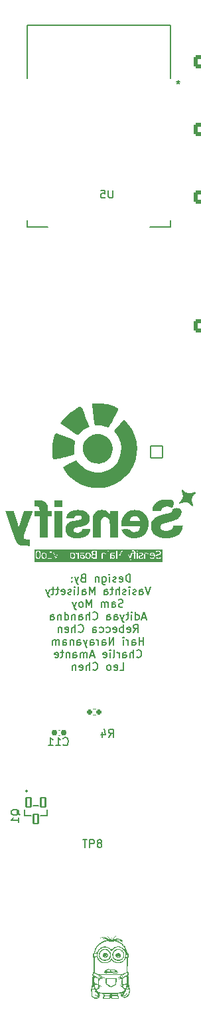
<source format=gbo>
G04 #@! TF.GenerationSoftware,KiCad,Pcbnew,7.0.10*
G04 #@! TF.CreationDate,2024-11-08T16:21:34-05:00*
G04 #@! TF.ProjectId,Sensify Main Board,53656e73-6966-4792-904d-61696e20426f,rev?*
G04 #@! TF.SameCoordinates,Original*
G04 #@! TF.FileFunction,Legend,Bot*
G04 #@! TF.FilePolarity,Positive*
%FSLAX46Y46*%
G04 Gerber Fmt 4.6, Leading zero omitted, Abs format (unit mm)*
G04 Created by KiCad (PCBNEW 7.0.10) date 2024-11-08 16:21:34*
%MOMM*%
%LPD*%
G01*
G04 APERTURE LIST*
G04 Aperture macros list*
%AMRoundRect*
0 Rectangle with rounded corners*
0 $1 Rounding radius*
0 $2 $3 $4 $5 $6 $7 $8 $9 X,Y pos of 4 corners*
0 Add a 4 corners polygon primitive as box body*
4,1,4,$2,$3,$4,$5,$6,$7,$8,$9,$2,$3,0*
0 Add four circle primitives for the rounded corners*
1,1,$1+$1,$2,$3*
1,1,$1+$1,$4,$5*
1,1,$1+$1,$6,$7*
1,1,$1+$1,$8,$9*
0 Add four rect primitives between the rounded corners*
20,1,$1+$1,$2,$3,$4,$5,0*
20,1,$1+$1,$4,$5,$6,$7,0*
20,1,$1+$1,$6,$7,$8,$9,0*
20,1,$1+$1,$8,$9,$2,$3,0*%
G04 Aperture macros list end*
%ADD10C,0.150000*%
%ADD11C,0.127000*%
%ADD12C,0.200000*%
%ADD13C,0.152400*%
%ADD14C,0.120000*%
%ADD15C,3.200000*%
%ADD16C,0.813600*%
%ADD17C,2.025000*%
%ADD18RoundRect,0.102000X0.749000X-0.749000X0.749000X0.749000X-0.749000X0.749000X-0.749000X-0.749000X0*%
%ADD19C,1.702000*%
%ADD20RoundRect,0.250000X0.750000X-0.600000X0.750000X0.600000X-0.750000X0.600000X-0.750000X-0.600000X0*%
%ADD21O,2.000000X1.700000*%
%ADD22R,1.600200X1.600200*%
%ADD23C,1.600200*%
%ADD24C,1.950000*%
%ADD25C,0.700000*%
%ADD26O,2.354000X1.254000*%
%ADD27O,2.054000X1.254000*%
%ADD28RoundRect,0.100500X-0.301500X0.616500X-0.301500X-0.616500X0.301500X-0.616500X0.301500X0.616500X0*%
%ADD29R,1.498600X0.889000*%
%ADD30R,0.889000X1.498600*%
%ADD31R,0.889000X0.889000*%
%ADD32RoundRect,0.160000X0.197500X0.160000X-0.197500X0.160000X-0.197500X-0.160000X0.197500X-0.160000X0*%
%ADD33RoundRect,0.155000X0.212500X0.155000X-0.212500X0.155000X-0.212500X-0.155000X0.212500X-0.155000X0*%
G04 APERTURE END LIST*
D10*
G36*
X136283460Y-130339289D02*
G01*
X136293667Y-130339933D01*
X136303810Y-130341007D01*
X136313889Y-130342509D01*
X136323903Y-130344441D01*
X136333853Y-130346803D01*
X136343738Y-130349593D01*
X136353559Y-130352813D01*
X136363316Y-130356463D01*
X136373008Y-130360541D01*
X136379434Y-130363499D01*
X136389004Y-130368157D01*
X136398479Y-130373065D01*
X136407860Y-130378221D01*
X136417146Y-130383626D01*
X136426338Y-130389280D01*
X136435436Y-130395184D01*
X136444439Y-130401336D01*
X136453348Y-130407737D01*
X136462162Y-130414388D01*
X136470882Y-130421287D01*
X136476642Y-130426025D01*
X136476642Y-130859312D01*
X136467248Y-130863800D01*
X136458115Y-130868013D01*
X136446346Y-130873203D01*
X136435042Y-130877905D01*
X136424204Y-130882118D01*
X136413831Y-130885843D01*
X136403924Y-130889079D01*
X136394482Y-130891827D01*
X136389936Y-130893018D01*
X136378378Y-130895551D01*
X136368753Y-130897268D01*
X136358792Y-130898710D01*
X136348496Y-130899878D01*
X136337864Y-130900771D01*
X136326896Y-130901390D01*
X136315592Y-130901733D01*
X136306894Y-130901810D01*
X136294550Y-130901524D01*
X136282553Y-130900665D01*
X136270904Y-130899234D01*
X136259602Y-130897231D01*
X136248647Y-130894655D01*
X136238040Y-130891506D01*
X136227780Y-130887785D01*
X136217867Y-130883492D01*
X136208302Y-130878626D01*
X136199083Y-130873188D01*
X136190212Y-130867177D01*
X136181689Y-130860594D01*
X136173512Y-130853439D01*
X136165683Y-130845711D01*
X136158201Y-130837410D01*
X136151067Y-130828537D01*
X136144323Y-130819114D01*
X136138015Y-130809162D01*
X136132142Y-130798682D01*
X136126703Y-130787673D01*
X136121700Y-130776135D01*
X136117132Y-130764069D01*
X136112999Y-130751474D01*
X136109301Y-130738351D01*
X136106038Y-130724699D01*
X136103210Y-130710518D01*
X136100817Y-130695810D01*
X136098860Y-130680572D01*
X136097337Y-130664806D01*
X136096249Y-130648511D01*
X136095597Y-130631688D01*
X136095379Y-130614336D01*
X136095543Y-130598202D01*
X136096036Y-130582528D01*
X136096856Y-130567313D01*
X136098005Y-130552558D01*
X136099482Y-130538263D01*
X136101287Y-130524428D01*
X136103420Y-130511053D01*
X136105882Y-130498138D01*
X136108671Y-130485682D01*
X136111789Y-130473687D01*
X136115235Y-130462151D01*
X136119010Y-130451075D01*
X136123112Y-130440459D01*
X136127543Y-130430303D01*
X136132302Y-130420607D01*
X136137389Y-130411371D01*
X136142814Y-130402616D01*
X136148647Y-130394426D01*
X136154889Y-130386801D01*
X136165017Y-130376423D01*
X136176063Y-130367315D01*
X136188029Y-130359479D01*
X136200913Y-130352913D01*
X136210013Y-130349241D01*
X136219521Y-130346135D01*
X136229438Y-130343593D01*
X136239763Y-130341616D01*
X136250496Y-130340204D01*
X136261638Y-130339357D01*
X136273188Y-130339075D01*
X136283460Y-130339289D01*
G37*
G36*
X135551931Y-130073575D02*
G01*
X135562073Y-130074283D01*
X135571863Y-130075464D01*
X135584369Y-130077773D01*
X135596249Y-130080921D01*
X135607504Y-130084909D01*
X135618132Y-130089737D01*
X135628135Y-130095404D01*
X135635226Y-130100205D01*
X135644202Y-130107330D01*
X135652689Y-130115272D01*
X135660688Y-130124030D01*
X135668199Y-130133605D01*
X135675221Y-130143997D01*
X135681754Y-130155206D01*
X135686334Y-130164148D01*
X135690638Y-130173550D01*
X135693356Y-130180073D01*
X135697089Y-130189976D01*
X135700594Y-130200360D01*
X135703872Y-130211225D01*
X135706922Y-130222571D01*
X135709745Y-130234398D01*
X135712341Y-130246705D01*
X135714708Y-130259494D01*
X135716849Y-130272763D01*
X135718761Y-130286513D01*
X135720446Y-130300744D01*
X135721443Y-130310498D01*
X135722360Y-130320409D01*
X135723218Y-130330480D01*
X135724017Y-130340712D01*
X135724756Y-130351104D01*
X135725436Y-130361656D01*
X135726057Y-130372368D01*
X135726619Y-130383241D01*
X135727122Y-130394274D01*
X135727566Y-130405467D01*
X135727950Y-130416820D01*
X135728276Y-130428334D01*
X135728542Y-130440008D01*
X135728749Y-130451842D01*
X135728897Y-130463837D01*
X135728985Y-130475992D01*
X135729015Y-130488307D01*
X135728990Y-130501422D01*
X135728916Y-130514266D01*
X135728792Y-130526838D01*
X135728618Y-130539140D01*
X135728395Y-130551171D01*
X135728122Y-130562931D01*
X135727800Y-130574420D01*
X135727427Y-130585638D01*
X135727006Y-130596585D01*
X135726534Y-130607261D01*
X135726013Y-130617666D01*
X135725443Y-130627800D01*
X135724823Y-130637664D01*
X135723800Y-130651950D01*
X135722665Y-130665627D01*
X135721293Y-130678825D01*
X135719651Y-130691765D01*
X135717738Y-130704448D01*
X135715555Y-130716873D01*
X135713101Y-130729040D01*
X135710377Y-130740950D01*
X135707383Y-130752602D01*
X135704117Y-130763996D01*
X135700582Y-130775133D01*
X135696776Y-130786012D01*
X135694088Y-130793122D01*
X135690187Y-130802712D01*
X135685994Y-130811881D01*
X135681509Y-130820630D01*
X135675075Y-130831640D01*
X135668121Y-130841902D01*
X135660649Y-130851416D01*
X135652658Y-130860182D01*
X135644147Y-130868200D01*
X135637424Y-130873722D01*
X135627856Y-130880305D01*
X135617594Y-130886011D01*
X135606638Y-130890838D01*
X135594987Y-130894788D01*
X135582641Y-130897860D01*
X135572926Y-130899588D01*
X135562820Y-130900823D01*
X135552324Y-130901563D01*
X135541436Y-130901810D01*
X135530942Y-130901574D01*
X135520800Y-130900866D01*
X135511010Y-130899685D01*
X135498504Y-130897376D01*
X135486624Y-130894228D01*
X135475369Y-130890240D01*
X135464741Y-130885412D01*
X135454738Y-130879745D01*
X135447647Y-130874944D01*
X135438683Y-130867819D01*
X135430230Y-130859877D01*
X135422288Y-130851118D01*
X135414858Y-130841543D01*
X135407939Y-130831152D01*
X135401531Y-130819943D01*
X135397061Y-130811001D01*
X135392879Y-130801599D01*
X135390250Y-130795076D01*
X135386642Y-130785454D01*
X135383235Y-130775364D01*
X135380030Y-130764806D01*
X135377027Y-130753780D01*
X135374225Y-130742286D01*
X135371626Y-130730324D01*
X135369228Y-130717894D01*
X135367032Y-130704996D01*
X135365038Y-130691630D01*
X135363245Y-130677797D01*
X135362162Y-130668314D01*
X135361157Y-130658589D01*
X135360216Y-130648649D01*
X135359340Y-130638493D01*
X135358529Y-130628121D01*
X135357783Y-130617534D01*
X135357102Y-130606731D01*
X135356485Y-130595712D01*
X135355934Y-130584478D01*
X135355447Y-130573028D01*
X135355026Y-130561362D01*
X135354669Y-130549481D01*
X135354377Y-130537385D01*
X135354150Y-130525072D01*
X135353988Y-130512544D01*
X135353890Y-130499801D01*
X135353858Y-130486842D01*
X135353890Y-130473972D01*
X135353988Y-130461314D01*
X135354150Y-130448869D01*
X135354377Y-130436634D01*
X135354669Y-130424612D01*
X135355026Y-130412802D01*
X135355447Y-130401203D01*
X135355934Y-130389816D01*
X135356485Y-130378641D01*
X135357102Y-130367678D01*
X135357783Y-130356926D01*
X135358529Y-130346387D01*
X135359340Y-130336059D01*
X135360216Y-130325943D01*
X135361157Y-130316039D01*
X135362162Y-130306346D01*
X135363827Y-130292150D01*
X135365706Y-130278414D01*
X135367799Y-130265137D01*
X135370108Y-130252319D01*
X135372631Y-130239961D01*
X135375369Y-130228062D01*
X135378321Y-130216622D01*
X135381488Y-130205642D01*
X135384870Y-130195121D01*
X135388466Y-130185060D01*
X135390983Y-130178607D01*
X135394967Y-130169161D01*
X135399226Y-130160149D01*
X135405332Y-130148807D01*
X135411927Y-130138236D01*
X135419010Y-130128435D01*
X135426581Y-130119406D01*
X135434641Y-130111147D01*
X135443190Y-130103660D01*
X135447647Y-130100205D01*
X135457020Y-130093908D01*
X135467065Y-130088451D01*
X135477781Y-130083833D01*
X135489169Y-130080055D01*
X135501228Y-130077117D01*
X135513959Y-130075018D01*
X135523948Y-130073994D01*
X135534315Y-130073443D01*
X135541436Y-130073339D01*
X135551931Y-130073575D01*
G37*
G36*
X139927381Y-130339355D02*
G01*
X139939330Y-130340197D01*
X139950942Y-130341599D01*
X139962217Y-130343563D01*
X139973153Y-130346087D01*
X139983752Y-130349173D01*
X139994013Y-130352819D01*
X140003936Y-130357027D01*
X140013522Y-130361795D01*
X140022770Y-130367124D01*
X140031680Y-130373015D01*
X140040252Y-130379466D01*
X140048487Y-130386479D01*
X140056384Y-130394052D01*
X140063943Y-130402187D01*
X140071164Y-130410882D01*
X140077967Y-130420077D01*
X140084331Y-130429773D01*
X140090255Y-130439968D01*
X140095741Y-130450663D01*
X140100788Y-130461858D01*
X140105396Y-130473553D01*
X140109566Y-130485748D01*
X140113296Y-130498443D01*
X140116588Y-130511638D01*
X140119440Y-130525333D01*
X140121854Y-130539528D01*
X140123829Y-130554222D01*
X140125365Y-130569417D01*
X140126462Y-130585111D01*
X140127121Y-130601306D01*
X140127340Y-130618000D01*
X140127171Y-130634034D01*
X140126665Y-130649591D01*
X140125820Y-130664671D01*
X140124638Y-130679274D01*
X140123118Y-130693400D01*
X140121261Y-130707049D01*
X140119066Y-130720221D01*
X140116532Y-130732916D01*
X140113662Y-130745134D01*
X140110453Y-130756875D01*
X140106907Y-130768139D01*
X140103023Y-130778926D01*
X140098801Y-130789235D01*
X140094241Y-130799068D01*
X140089344Y-130808424D01*
X140084109Y-130817302D01*
X140078501Y-130825643D01*
X140072485Y-130833445D01*
X140062695Y-130844140D01*
X140051986Y-130853624D01*
X140040358Y-130861897D01*
X140027811Y-130868960D01*
X140014346Y-130874811D01*
X140004859Y-130878040D01*
X139994963Y-130880730D01*
X139984659Y-130882883D01*
X139973947Y-130884497D01*
X139962826Y-130885573D01*
X139951297Y-130886111D01*
X139945379Y-130886179D01*
X139932667Y-130885828D01*
X139919932Y-130884774D01*
X139907174Y-130883019D01*
X139894394Y-130880561D01*
X139884793Y-130878257D01*
X139875179Y-130875558D01*
X139865553Y-130872464D01*
X139855914Y-130868975D01*
X139846262Y-130865091D01*
X139843042Y-130863708D01*
X139833432Y-130859358D01*
X139823930Y-130854732D01*
X139814536Y-130849832D01*
X139805249Y-130844657D01*
X139796069Y-130839208D01*
X139786996Y-130833483D01*
X139778031Y-130827484D01*
X139769173Y-130821210D01*
X139760423Y-130814661D01*
X139751780Y-130807838D01*
X139746077Y-130803136D01*
X139746077Y-130373513D01*
X139757950Y-130368819D01*
X139769509Y-130364507D01*
X139780756Y-130360576D01*
X139791689Y-130357027D01*
X139802310Y-130353859D01*
X139812618Y-130351073D01*
X139822613Y-130348669D01*
X139832295Y-130346646D01*
X139841923Y-130344872D01*
X139851758Y-130343334D01*
X139861799Y-130342032D01*
X139872045Y-130340968D01*
X139882498Y-130340139D01*
X139893157Y-130339548D01*
X139904022Y-130339193D01*
X139915093Y-130339075D01*
X139927381Y-130339355D01*
G37*
G36*
X141022876Y-130605830D02*
G01*
X141035511Y-130606933D01*
X141045494Y-130607815D01*
X141055910Y-130608745D01*
X141066760Y-130609721D01*
X141078044Y-130610745D01*
X141089761Y-130611816D01*
X141101912Y-130612935D01*
X141114497Y-130614101D01*
X141127515Y-130615313D01*
X141140465Y-130616599D01*
X141152940Y-130617984D01*
X141164937Y-130619467D01*
X141176459Y-130621049D01*
X141187503Y-130622730D01*
X141198071Y-130624510D01*
X141208163Y-130626388D01*
X141217778Y-130628365D01*
X141229856Y-130631155D01*
X141241088Y-130634120D01*
X141250594Y-130636962D01*
X141262781Y-130641184D01*
X141274411Y-130645903D01*
X141285484Y-130651118D01*
X141296000Y-130656829D01*
X141305959Y-130663036D01*
X141315360Y-130669740D01*
X141324204Y-130676939D01*
X141326328Y-130678817D01*
X141334228Y-130686705D01*
X141341074Y-130695349D01*
X141346868Y-130704748D01*
X141351607Y-130714903D01*
X141355294Y-130725814D01*
X141357927Y-130737481D01*
X141359507Y-130749903D01*
X141360001Y-130759715D01*
X141360034Y-130763080D01*
X141359708Y-130774224D01*
X141358729Y-130784847D01*
X141357097Y-130794952D01*
X141354813Y-130804537D01*
X141350753Y-130816508D01*
X141345532Y-130827557D01*
X141339151Y-130837681D01*
X141331610Y-130846882D01*
X141322909Y-130855160D01*
X141313093Y-130862430D01*
X141302209Y-130868731D01*
X141290257Y-130874062D01*
X141280591Y-130877424D01*
X141270324Y-130880242D01*
X141259456Y-130882513D01*
X141247987Y-130884240D01*
X141235917Y-130885421D01*
X141223246Y-130886058D01*
X141214465Y-130886179D01*
X141203076Y-130885964D01*
X141191896Y-130885320D01*
X141180928Y-130884247D01*
X141170169Y-130882744D01*
X141159621Y-130880812D01*
X141149284Y-130878451D01*
X141139156Y-130875660D01*
X141129240Y-130872440D01*
X141119533Y-130868791D01*
X141110037Y-130864712D01*
X141103823Y-130861754D01*
X141094582Y-130857030D01*
X141085453Y-130852109D01*
X141076436Y-130846990D01*
X141067530Y-130841673D01*
X141058736Y-130836159D01*
X141050053Y-130830447D01*
X141041482Y-130824538D01*
X141033023Y-130818432D01*
X141024676Y-130812128D01*
X141016439Y-130805626D01*
X141011011Y-130801182D01*
X141011011Y-130604811D01*
X141022876Y-130605830D01*
G37*
G36*
X141923016Y-130323722D02*
G01*
X141935111Y-130324558D01*
X141946844Y-130325950D01*
X141958215Y-130327901D01*
X141969223Y-130330408D01*
X141979869Y-130333472D01*
X141990152Y-130337094D01*
X142000072Y-130341273D01*
X142009630Y-130346009D01*
X142018825Y-130351302D01*
X142027658Y-130357153D01*
X142036129Y-130363560D01*
X142044236Y-130370525D01*
X142051981Y-130378047D01*
X142059364Y-130386126D01*
X142066384Y-130394762D01*
X142072980Y-130403972D01*
X142079150Y-130413771D01*
X142084894Y-130424160D01*
X142090213Y-130435138D01*
X142095107Y-130446707D01*
X142099574Y-130458864D01*
X142103617Y-130471612D01*
X142107234Y-130484949D01*
X142110425Y-130498875D01*
X142113191Y-130513392D01*
X142115531Y-130528497D01*
X142117446Y-130544193D01*
X142118935Y-130560478D01*
X142119999Y-130577353D01*
X142120638Y-130594817D01*
X142120850Y-130612871D01*
X142120638Y-130630372D01*
X142119999Y-130647336D01*
X142118935Y-130663764D01*
X142117446Y-130679656D01*
X142115531Y-130695012D01*
X142113191Y-130709832D01*
X142110425Y-130724115D01*
X142107234Y-130737862D01*
X142103617Y-130751073D01*
X142099574Y-130763748D01*
X142095107Y-130775887D01*
X142090213Y-130787489D01*
X142084894Y-130798556D01*
X142079150Y-130809086D01*
X142072980Y-130819080D01*
X142066384Y-130828537D01*
X142059364Y-130837410D01*
X142051981Y-130845711D01*
X142044236Y-130853439D01*
X142036129Y-130860594D01*
X142027658Y-130867177D01*
X142018825Y-130873188D01*
X142009630Y-130878626D01*
X142000072Y-130883492D01*
X141990152Y-130887785D01*
X141979869Y-130891506D01*
X141969223Y-130894655D01*
X141958215Y-130897231D01*
X141946844Y-130899234D01*
X141935111Y-130900665D01*
X141923016Y-130901524D01*
X141910557Y-130901810D01*
X141898277Y-130901529D01*
X141886350Y-130900684D01*
X141874777Y-130899277D01*
X141863556Y-130897307D01*
X141852688Y-130894774D01*
X141842173Y-130891678D01*
X141832011Y-130888019D01*
X141822202Y-130883797D01*
X141812747Y-130879013D01*
X141803644Y-130873665D01*
X141794894Y-130867755D01*
X141786497Y-130861281D01*
X141778453Y-130854245D01*
X141770763Y-130846646D01*
X141763425Y-130838484D01*
X141756440Y-130829759D01*
X141749815Y-130820468D01*
X141743617Y-130810608D01*
X141737847Y-130800180D01*
X141732504Y-130789184D01*
X141727589Y-130777618D01*
X141723101Y-130765485D01*
X141719040Y-130752782D01*
X141715407Y-130739511D01*
X141712201Y-130725671D01*
X141709423Y-130711263D01*
X141707072Y-130696286D01*
X141705149Y-130680740D01*
X141703653Y-130664626D01*
X141702584Y-130647943D01*
X141701943Y-130630691D01*
X141701730Y-130612871D01*
X141701941Y-130594817D01*
X141702577Y-130577353D01*
X141703636Y-130560478D01*
X141705118Y-130544193D01*
X141707025Y-130528497D01*
X141709355Y-130513392D01*
X141712108Y-130498875D01*
X141715285Y-130484949D01*
X141718886Y-130471612D01*
X141722910Y-130458864D01*
X141727358Y-130446707D01*
X141732229Y-130435138D01*
X141737525Y-130424160D01*
X141743243Y-130413771D01*
X141749386Y-130403972D01*
X141755951Y-130394762D01*
X141762910Y-130386126D01*
X141770228Y-130378047D01*
X141777908Y-130370525D01*
X141785948Y-130363560D01*
X141794348Y-130357153D01*
X141803109Y-130351302D01*
X141812231Y-130346009D01*
X141821714Y-130341273D01*
X141831557Y-130337094D01*
X141841761Y-130333472D01*
X141852325Y-130330408D01*
X141863250Y-130327901D01*
X141874536Y-130325950D01*
X141886183Y-130324558D01*
X141898190Y-130323722D01*
X141910557Y-130323443D01*
X141923016Y-130323722D01*
G37*
G36*
X144885821Y-130605830D02*
G01*
X144898456Y-130606933D01*
X144908439Y-130607815D01*
X144918855Y-130608745D01*
X144929705Y-130609721D01*
X144940989Y-130610745D01*
X144952706Y-130611816D01*
X144964857Y-130612935D01*
X144977441Y-130614101D01*
X144990460Y-130615313D01*
X145003410Y-130616599D01*
X145015885Y-130617984D01*
X145027882Y-130619467D01*
X145039403Y-130621049D01*
X145050448Y-130622730D01*
X145061016Y-130624510D01*
X145071108Y-130626388D01*
X145080723Y-130628365D01*
X145092801Y-130631155D01*
X145104032Y-130634120D01*
X145113539Y-130636962D01*
X145125726Y-130641184D01*
X145137356Y-130645903D01*
X145148429Y-130651118D01*
X145158945Y-130656829D01*
X145168903Y-130663036D01*
X145178305Y-130669740D01*
X145187149Y-130676939D01*
X145189273Y-130678817D01*
X145197173Y-130686705D01*
X145204019Y-130695349D01*
X145209812Y-130704748D01*
X145214552Y-130714903D01*
X145218239Y-130725814D01*
X145220872Y-130737481D01*
X145222452Y-130749903D01*
X145222946Y-130759715D01*
X145222979Y-130763080D01*
X145222652Y-130774224D01*
X145221674Y-130784847D01*
X145220042Y-130794952D01*
X145217758Y-130804537D01*
X145213697Y-130816508D01*
X145208477Y-130827557D01*
X145202096Y-130837681D01*
X145194555Y-130846882D01*
X145185854Y-130855160D01*
X145176038Y-130862430D01*
X145165154Y-130868731D01*
X145153202Y-130874062D01*
X145143536Y-130877424D01*
X145133269Y-130880242D01*
X145122401Y-130882513D01*
X145110932Y-130884240D01*
X145098862Y-130885421D01*
X145086191Y-130886058D01*
X145077410Y-130886179D01*
X145066020Y-130885964D01*
X145054841Y-130885320D01*
X145043873Y-130884247D01*
X145033114Y-130882744D01*
X145022566Y-130880812D01*
X145012229Y-130878451D01*
X145002101Y-130875660D01*
X144992184Y-130872440D01*
X144982478Y-130868791D01*
X144972982Y-130864712D01*
X144966768Y-130861754D01*
X144957527Y-130857030D01*
X144948398Y-130852109D01*
X144939381Y-130846990D01*
X144930475Y-130841673D01*
X144921681Y-130836159D01*
X144912998Y-130830447D01*
X144904427Y-130824538D01*
X144895968Y-130818432D01*
X144887620Y-130812128D01*
X144879384Y-130805626D01*
X144873956Y-130801182D01*
X144873956Y-130604811D01*
X144885821Y-130605830D01*
G37*
G36*
X150124387Y-130323676D02*
G01*
X150136549Y-130324374D01*
X150148231Y-130325538D01*
X150159432Y-130327168D01*
X150170152Y-130329263D01*
X150180391Y-130331824D01*
X150190149Y-130334850D01*
X150199427Y-130338342D01*
X150210492Y-130343250D01*
X150221246Y-130348813D01*
X150231691Y-130355032D01*
X150239824Y-130360480D01*
X150247758Y-130366348D01*
X150255493Y-130372635D01*
X150263031Y-130379342D01*
X150264884Y-130381084D01*
X150271875Y-130388389D01*
X150278439Y-130395892D01*
X150284576Y-130403593D01*
X150291646Y-130413499D01*
X150298047Y-130423714D01*
X150303781Y-130434240D01*
X150308848Y-130445076D01*
X150313311Y-130456277D01*
X150316496Y-130465650D01*
X150319337Y-130475389D01*
X150321835Y-130485494D01*
X150323989Y-130495966D01*
X150325800Y-130506805D01*
X150327268Y-130518009D01*
X150328143Y-130526653D01*
X149922211Y-130526653D01*
X149922726Y-130514414D01*
X149923539Y-130502611D01*
X149924650Y-130491242D01*
X149926058Y-130480308D01*
X149927764Y-130469810D01*
X149929767Y-130459746D01*
X149932069Y-130450117D01*
X149934667Y-130440924D01*
X149938335Y-130429902D01*
X149942467Y-130419429D01*
X149947064Y-130409504D01*
X149952127Y-130400128D01*
X149957655Y-130391300D01*
X149963647Y-130383021D01*
X149966175Y-130379863D01*
X149973583Y-130371560D01*
X149981612Y-130363902D01*
X149990260Y-130356887D01*
X149999529Y-130350516D01*
X150009418Y-130344789D01*
X150019927Y-130339706D01*
X150024305Y-130337854D01*
X150035713Y-130333702D01*
X150045441Y-130330888D01*
X150055703Y-130328523D01*
X150066499Y-130326610D01*
X150077830Y-130325146D01*
X150089694Y-130324133D01*
X150102094Y-130323570D01*
X150111744Y-130323443D01*
X150124387Y-130323676D01*
G37*
G36*
X142884842Y-130870547D02*
G01*
X142774200Y-130870547D01*
X142763203Y-130870517D01*
X142752500Y-130870425D01*
X142742092Y-130870272D01*
X142731976Y-130870059D01*
X142722155Y-130869784D01*
X142707974Y-130869257D01*
X142694455Y-130868593D01*
X142681596Y-130867792D01*
X142669399Y-130866853D01*
X142657863Y-130865777D01*
X142646988Y-130864563D01*
X142636774Y-130863212D01*
X142633516Y-130862731D01*
X142620827Y-130860499D01*
X142608527Y-130857709D01*
X142596616Y-130854362D01*
X142585095Y-130850458D01*
X142573963Y-130845997D01*
X142563220Y-130840979D01*
X142552866Y-130835403D01*
X142542902Y-130829270D01*
X142533579Y-130822813D01*
X142524904Y-130816142D01*
X142516879Y-130809257D01*
X142509502Y-130802159D01*
X142502774Y-130794847D01*
X142495276Y-130785407D01*
X142488792Y-130775632D01*
X142486482Y-130771629D01*
X142481345Y-130761012D01*
X142477863Y-130751849D01*
X142474938Y-130742091D01*
X142472570Y-130731738D01*
X142470759Y-130720789D01*
X142469505Y-130709244D01*
X142468809Y-130697105D01*
X142468652Y-130687609D01*
X142468798Y-130677475D01*
X142469236Y-130667680D01*
X142470274Y-130655147D01*
X142471831Y-130643217D01*
X142473907Y-130631890D01*
X142476502Y-130621167D01*
X142479616Y-130611046D01*
X142483249Y-130601528D01*
X142485261Y-130596995D01*
X142489878Y-130588248D01*
X142495549Y-130579837D01*
X142502274Y-130571762D01*
X142510051Y-130564022D01*
X142518882Y-130556619D01*
X142528766Y-130549551D01*
X142539704Y-130542819D01*
X142548598Y-130537990D01*
X142551695Y-130536423D01*
X142561919Y-130531601D01*
X142572441Y-130527364D01*
X142583261Y-130523711D01*
X142594380Y-130520643D01*
X142605797Y-130518158D01*
X142617511Y-130516259D01*
X142622281Y-130515662D01*
X142632302Y-130514575D01*
X142643316Y-130513632D01*
X142655322Y-130512834D01*
X142668321Y-130512182D01*
X142678721Y-130511788D01*
X142689679Y-130511475D01*
X142701195Y-130511244D01*
X142713269Y-130511094D01*
X142725901Y-130511026D01*
X142730236Y-130511022D01*
X142884842Y-130511022D01*
X142884842Y-130870547D01*
G37*
G36*
X142884842Y-130385969D02*
G01*
X142730236Y-130385969D01*
X142718580Y-130385916D01*
X142707516Y-130385755D01*
X142697044Y-130385486D01*
X142687166Y-130385111D01*
X142674915Y-130384443D01*
X142663718Y-130383584D01*
X142653574Y-130382535D01*
X142642376Y-130380955D01*
X142636447Y-130379863D01*
X142626929Y-130377633D01*
X142617303Y-130374759D01*
X142607571Y-130371241D01*
X142597731Y-130367079D01*
X142587783Y-130362273D01*
X142577728Y-130356822D01*
X142573677Y-130354462D01*
X142564495Y-130348305D01*
X142556184Y-130341587D01*
X142548743Y-130334308D01*
X142542173Y-130326470D01*
X142536474Y-130318070D01*
X142531645Y-130309110D01*
X142529957Y-130305369D01*
X142526157Y-130295553D01*
X142523002Y-130285033D01*
X142520490Y-130273810D01*
X142518623Y-130261883D01*
X142517592Y-130251834D01*
X142516974Y-130241336D01*
X142516768Y-130230387D01*
X142517072Y-130219775D01*
X142517984Y-130209616D01*
X142519505Y-130199911D01*
X142522132Y-130188863D01*
X142525636Y-130178467D01*
X142529224Y-130170303D01*
X142534345Y-130161064D01*
X142540547Y-130152580D01*
X142547832Y-130144852D01*
X142556198Y-130137880D01*
X142565646Y-130131663D01*
X142569036Y-130129759D01*
X142579525Y-130124667D01*
X142590383Y-130120232D01*
X142601612Y-130116453D01*
X142613210Y-130113329D01*
X142625177Y-130110862D01*
X142635018Y-130109360D01*
X142642553Y-130108509D01*
X142653117Y-130107594D01*
X142664657Y-130106800D01*
X142677174Y-130106128D01*
X142687204Y-130105705D01*
X142697782Y-130105350D01*
X142708911Y-130105063D01*
X142720589Y-130104846D01*
X142732816Y-130104697D01*
X142745593Y-130104617D01*
X142754416Y-130104602D01*
X142884842Y-130104602D01*
X142884842Y-130385969D01*
G37*
G36*
X151372256Y-131419824D02*
G01*
X135071538Y-131419824D01*
X135071538Y-130486842D01*
X135214395Y-130486842D01*
X135214474Y-130503645D01*
X135214708Y-130520166D01*
X135215099Y-130536406D01*
X135215647Y-130552364D01*
X135216351Y-130568039D01*
X135217212Y-130583433D01*
X135218229Y-130598545D01*
X135219402Y-130613375D01*
X135220732Y-130627923D01*
X135222219Y-130642189D01*
X135223862Y-130656173D01*
X135225661Y-130669875D01*
X135227617Y-130683295D01*
X135229729Y-130696433D01*
X135231998Y-130709290D01*
X135234423Y-130721864D01*
X135237005Y-130734157D01*
X135239743Y-130746167D01*
X135242638Y-130757896D01*
X135245689Y-130769343D01*
X135248897Y-130780508D01*
X135252261Y-130791391D01*
X135255781Y-130801991D01*
X135259458Y-130812311D01*
X135263292Y-130822348D01*
X135267282Y-130832103D01*
X135271428Y-130841576D01*
X135275731Y-130850767D01*
X135280190Y-130859677D01*
X135284806Y-130868304D01*
X135294507Y-130884713D01*
X135304831Y-130900034D01*
X135315836Y-130914366D01*
X135327523Y-130927710D01*
X135339890Y-130940065D01*
X135352939Y-130951432D01*
X135366669Y-130961810D01*
X135381081Y-130971200D01*
X135396173Y-130979602D01*
X135411947Y-130987015D01*
X135428402Y-130993439D01*
X135445538Y-130998876D01*
X135463355Y-131003324D01*
X135481854Y-131006783D01*
X135501033Y-131009254D01*
X135510879Y-131010119D01*
X135520894Y-131010737D01*
X135531080Y-131011107D01*
X135541436Y-131011231D01*
X135551912Y-131011105D01*
X135562212Y-131010727D01*
X135572337Y-131010098D01*
X135582286Y-131009216D01*
X135592060Y-131008083D01*
X135611080Y-131005060D01*
X135629398Y-131001030D01*
X135647014Y-130995993D01*
X135663928Y-130989948D01*
X135680140Y-130982895D01*
X135695649Y-130974835D01*
X135710456Y-130965768D01*
X135724561Y-130955693D01*
X135737964Y-130944610D01*
X135750665Y-130932520D01*
X135762663Y-130919422D01*
X135773959Y-130905317D01*
X135784554Y-130890205D01*
X135789587Y-130882271D01*
X135799140Y-130865591D01*
X135803686Y-130856854D01*
X135808077Y-130847852D01*
X135812314Y-130838585D01*
X135816398Y-130829054D01*
X135820327Y-130819257D01*
X135824102Y-130809196D01*
X135827723Y-130798871D01*
X135831190Y-130788280D01*
X135834502Y-130777425D01*
X135837661Y-130766305D01*
X135840666Y-130754920D01*
X135843516Y-130743271D01*
X135846213Y-130731357D01*
X135848755Y-130719178D01*
X135851143Y-130706734D01*
X135853378Y-130694025D01*
X135855458Y-130681052D01*
X135857384Y-130667814D01*
X135859156Y-130654311D01*
X135860774Y-130640544D01*
X135862237Y-130626512D01*
X135863547Y-130612215D01*
X135864703Y-130597653D01*
X135864846Y-130595530D01*
X135962023Y-130595530D01*
X135962112Y-130607346D01*
X135962273Y-130614336D01*
X135962381Y-130619010D01*
X135962830Y-130630524D01*
X135963458Y-130641886D01*
X135964265Y-130653097D01*
X135965251Y-130664157D01*
X135966417Y-130675066D01*
X135967762Y-130685823D01*
X135969287Y-130696429D01*
X135970991Y-130706884D01*
X135972874Y-130717188D01*
X135974937Y-130727341D01*
X135977179Y-130737342D01*
X135979601Y-130747192D01*
X135982201Y-130756891D01*
X135984981Y-130766439D01*
X135987941Y-130775835D01*
X135994398Y-130794174D01*
X136001573Y-130811909D01*
X136009465Y-130829038D01*
X136018074Y-130845563D01*
X136027402Y-130861482D01*
X136037446Y-130876797D01*
X136048208Y-130891507D01*
X136053858Y-130898635D01*
X136065497Y-130912270D01*
X136077515Y-130925025D01*
X136089913Y-130936900D01*
X136102691Y-130947896D01*
X136115849Y-130958012D01*
X136129386Y-130967248D01*
X136143303Y-130975605D01*
X136157600Y-130983082D01*
X136172277Y-130989679D01*
X136187333Y-130995397D01*
X136202769Y-131000235D01*
X136218585Y-131004194D01*
X136234780Y-131007273D01*
X136251355Y-131009472D01*
X136268310Y-131010791D01*
X136285644Y-131011231D01*
X136296203Y-131011117D01*
X136306539Y-131010776D01*
X136316651Y-131010207D01*
X136326540Y-131009411D01*
X136339378Y-131007995D01*
X136351819Y-131006174D01*
X136363863Y-131003950D01*
X136375511Y-131001320D01*
X136386761Y-130998286D01*
X136397782Y-130994825D01*
X136408865Y-130990913D01*
X136420009Y-130986551D01*
X136431213Y-130981739D01*
X136442479Y-130976476D01*
X136453806Y-130970763D01*
X136465193Y-130964600D01*
X136473774Y-130959682D01*
X136476642Y-130957986D01*
X136476642Y-131276967D01*
X136605603Y-131276967D01*
X136605603Y-130995600D01*
X136809057Y-130995600D01*
X137307801Y-130995600D01*
X137307801Y-130886179D01*
X137122420Y-130886179D01*
X137122420Y-130229654D01*
X137463139Y-130229654D01*
X137752323Y-130995600D01*
X137868338Y-130995600D01*
X137944542Y-130792389D01*
X138759580Y-130792389D01*
X138759580Y-130995600D01*
X138923956Y-130995600D01*
X138923956Y-130792389D01*
X138759580Y-130792389D01*
X137944542Y-130792389D01*
X138155568Y-130229654D01*
X138759580Y-130229654D01*
X138759580Y-130432864D01*
X138923956Y-130432864D01*
X138923956Y-130229654D01*
X138759580Y-130229654D01*
X138155568Y-130229654D01*
X138016105Y-130229654D01*
X137805812Y-130820722D01*
X137597717Y-130229654D01*
X137463139Y-130229654D01*
X137122420Y-130229654D01*
X137122420Y-130214022D01*
X137307801Y-130214022D01*
X137307801Y-130120233D01*
X137294888Y-130120119D01*
X137282407Y-130119775D01*
X137270357Y-130119203D01*
X137258738Y-130118401D01*
X137247551Y-130117371D01*
X137236795Y-130116112D01*
X137226470Y-130114623D01*
X137216576Y-130112906D01*
X137202544Y-130109901D01*
X137189482Y-130106380D01*
X137177391Y-130102344D01*
X137166270Y-130097793D01*
X137156119Y-130092727D01*
X137152951Y-130090924D01*
X137143993Y-130084923D01*
X137135803Y-130078004D01*
X137128382Y-130070166D01*
X137121730Y-130061409D01*
X137115846Y-130051733D01*
X137110730Y-130041139D01*
X137106383Y-130029625D01*
X137102805Y-130017193D01*
X137099995Y-130003842D01*
X137097953Y-129989573D01*
X137097019Y-129979549D01*
X136990529Y-129979549D01*
X136990529Y-130886179D01*
X136809057Y-130886179D01*
X136809057Y-130995600D01*
X136605603Y-130995600D01*
X136605603Y-130229654D01*
X136476642Y-130229654D01*
X136476642Y-130314895D01*
X136467528Y-130306959D01*
X136458230Y-130299273D01*
X136448746Y-130291835D01*
X136439079Y-130284647D01*
X136429226Y-130277707D01*
X136419189Y-130271017D01*
X136408967Y-130264575D01*
X136398561Y-130258383D01*
X136387970Y-130252440D01*
X136377194Y-130246745D01*
X136369908Y-130243087D01*
X136358779Y-130237893D01*
X136347466Y-130233210D01*
X136335967Y-130229037D01*
X136324284Y-130225376D01*
X136312417Y-130222225D01*
X136300365Y-130219586D01*
X136288128Y-130217457D01*
X136275707Y-130215839D01*
X136263101Y-130214732D01*
X136250310Y-130214136D01*
X136241681Y-130214022D01*
X136225421Y-130214427D01*
X136209616Y-130215640D01*
X136194265Y-130217663D01*
X136179368Y-130220495D01*
X136164926Y-130224136D01*
X136150937Y-130228585D01*
X136137402Y-130233844D01*
X136124322Y-130239912D01*
X136111696Y-130246789D01*
X136099524Y-130254475D01*
X136087806Y-130262970D01*
X136076542Y-130272274D01*
X136065732Y-130282387D01*
X136055377Y-130293310D01*
X136045475Y-130305041D01*
X136036028Y-130317581D01*
X136027067Y-130330803D01*
X136018683Y-130344578D01*
X136010878Y-130358906D01*
X136003651Y-130373788D01*
X135997002Y-130389223D01*
X135990931Y-130405211D01*
X135985438Y-130421753D01*
X135980524Y-130438848D01*
X135976188Y-130456496D01*
X135972430Y-130474698D01*
X135969250Y-130493453D01*
X135966648Y-130512762D01*
X135965564Y-130522624D01*
X135964624Y-130532624D01*
X135963829Y-130542762D01*
X135963179Y-130553039D01*
X135962673Y-130563454D01*
X135962312Y-130574008D01*
X135962095Y-130584700D01*
X135962023Y-130595530D01*
X135864846Y-130595530D01*
X135865704Y-130582826D01*
X135866552Y-130567735D01*
X135867245Y-130552379D01*
X135867784Y-130536758D01*
X135868169Y-130520873D01*
X135868401Y-130504722D01*
X135868478Y-130488307D01*
X135868400Y-130471429D01*
X135868166Y-130454837D01*
X135867776Y-130438531D01*
X135867230Y-130422510D01*
X135866528Y-130406776D01*
X135865670Y-130391326D01*
X135864656Y-130376163D01*
X135863486Y-130361286D01*
X135862160Y-130346694D01*
X135860678Y-130332388D01*
X135859040Y-130318367D01*
X135857246Y-130304633D01*
X135855296Y-130291184D01*
X135853191Y-130278021D01*
X135850929Y-130265143D01*
X135848511Y-130252552D01*
X135845937Y-130240246D01*
X135843207Y-130228226D01*
X135840321Y-130216491D01*
X135837279Y-130205043D01*
X135834082Y-130193880D01*
X135830728Y-130183003D01*
X135827218Y-130172411D01*
X135823552Y-130162106D01*
X135819730Y-130152086D01*
X135815753Y-130142351D01*
X135811619Y-130132903D01*
X135807329Y-130123740D01*
X135802883Y-130114863D01*
X135793524Y-130097967D01*
X135788610Y-130089947D01*
X135778257Y-130074686D01*
X135767224Y-130060409D01*
X135755512Y-130047117D01*
X135743120Y-130034809D01*
X135730049Y-130023486D01*
X135716299Y-130013148D01*
X135701870Y-130003794D01*
X135686761Y-129995425D01*
X135670973Y-129988041D01*
X135654506Y-129981641D01*
X135637359Y-129976225D01*
X135619533Y-129971795D01*
X135601028Y-129968348D01*
X135581843Y-129965887D01*
X135571996Y-129965025D01*
X135561980Y-129964410D01*
X135551793Y-129964041D01*
X135541436Y-129963918D01*
X135530961Y-129964045D01*
X135520662Y-129964427D01*
X135510538Y-129965064D01*
X135500591Y-129965956D01*
X135490819Y-129967102D01*
X135471805Y-129970159D01*
X135453494Y-129974235D01*
X135435888Y-129979329D01*
X135418985Y-129985443D01*
X135402787Y-129992576D01*
X135387293Y-130000727D01*
X135372503Y-130009898D01*
X135358417Y-130020087D01*
X135345035Y-130031296D01*
X135332357Y-130043523D01*
X135320384Y-130056770D01*
X135309114Y-130071035D01*
X135298549Y-130086319D01*
X135293530Y-130094343D01*
X135283947Y-130111161D01*
X135279388Y-130119955D01*
X135274983Y-130129007D01*
X135270732Y-130138315D01*
X135266637Y-130147881D01*
X135262695Y-130157704D01*
X135258909Y-130167784D01*
X135255276Y-130178121D01*
X135251799Y-130188716D01*
X135248476Y-130199567D01*
X135245307Y-130210675D01*
X135242293Y-130222041D01*
X135239434Y-130233664D01*
X135236729Y-130245544D01*
X135234179Y-130257681D01*
X135231783Y-130270075D01*
X135229542Y-130282726D01*
X135227456Y-130295635D01*
X135225524Y-130308800D01*
X135223746Y-130322223D01*
X135222123Y-130335902D01*
X135220655Y-130349839D01*
X135219341Y-130364033D01*
X135218182Y-130378484D01*
X135217177Y-130393193D01*
X135216327Y-130408158D01*
X135215632Y-130423380D01*
X135215091Y-130438860D01*
X135214704Y-130454597D01*
X135214473Y-130470591D01*
X135214395Y-130486842D01*
X135071538Y-130486842D01*
X135071538Y-129932655D01*
X139617117Y-129932655D01*
X139617117Y-130803136D01*
X139617117Y-130995600D01*
X139746077Y-130995600D01*
X139746077Y-130911580D01*
X139755339Y-130919303D01*
X139764195Y-130926597D01*
X139772646Y-130933462D01*
X139780691Y-130939897D01*
X139789810Y-130947052D01*
X139798345Y-130953590D01*
X139806854Y-130959632D01*
X139815896Y-130965485D01*
X139825470Y-130971149D01*
X139835577Y-130976625D01*
X139844406Y-130981043D01*
X139849880Y-130983632D01*
X139860216Y-130988363D01*
X139870706Y-130992665D01*
X139881350Y-130996537D01*
X139892150Y-130999981D01*
X139903103Y-131002995D01*
X139906789Y-131003904D01*
X139918215Y-131006394D01*
X139928261Y-131008075D01*
X139938785Y-131009399D01*
X139949785Y-131010365D01*
X139961263Y-131010973D01*
X139973217Y-131011224D01*
X139975665Y-131011231D01*
X139987307Y-131011006D01*
X139998786Y-131010329D01*
X140010102Y-131009202D01*
X140021255Y-131007625D01*
X140032244Y-131005596D01*
X140043071Y-131003117D01*
X140053734Y-131000186D01*
X140064234Y-130996805D01*
X140074571Y-130992974D01*
X140084745Y-130988691D01*
X140091436Y-130985586D01*
X140101276Y-130980569D01*
X140110828Y-130975136D01*
X140120092Y-130969286D01*
X140129069Y-130963020D01*
X140137758Y-130956337D01*
X140146159Y-130949238D01*
X140154273Y-130941723D01*
X140162099Y-130933791D01*
X140169637Y-130925442D01*
X140176888Y-130916678D01*
X140181562Y-130910603D01*
X140188510Y-130901011D01*
X140195158Y-130891011D01*
X140201505Y-130880603D01*
X140207551Y-130869788D01*
X140213297Y-130858564D01*
X140218742Y-130846933D01*
X140223887Y-130834894D01*
X140228731Y-130822447D01*
X140233275Y-130809592D01*
X140237519Y-130796329D01*
X140240180Y-130787260D01*
X140243847Y-130773285D01*
X140246091Y-130763756D01*
X140248175Y-130754056D01*
X140250098Y-130744188D01*
X140251861Y-130734149D01*
X140253464Y-130723940D01*
X140254907Y-130713562D01*
X140256189Y-130703014D01*
X140257311Y-130692295D01*
X140258272Y-130681408D01*
X140259074Y-130670350D01*
X140259715Y-130659122D01*
X140260196Y-130647725D01*
X140260516Y-130636158D01*
X140260677Y-130624421D01*
X140260697Y-130618489D01*
X140260595Y-130606167D01*
X140260288Y-130594053D01*
X140259778Y-130582147D01*
X140259063Y-130570449D01*
X140258145Y-130558959D01*
X140257022Y-130547677D01*
X140255695Y-130536603D01*
X140254163Y-130525737D01*
X140252428Y-130515079D01*
X140250488Y-130504629D01*
X140248344Y-130494387D01*
X140245996Y-130484353D01*
X140243444Y-130474527D01*
X140240688Y-130464909D01*
X140237727Y-130455499D01*
X140234563Y-130446297D01*
X140229489Y-130432816D01*
X140224067Y-130419664D01*
X140218298Y-130406844D01*
X140212180Y-130394354D01*
X140205715Y-130382194D01*
X140198902Y-130370365D01*
X140198885Y-130370338D01*
X140298310Y-130370338D01*
X140305149Y-130370338D01*
X140315287Y-130370338D01*
X140325887Y-130370338D01*
X140335924Y-130370338D01*
X140346619Y-130370338D01*
X140357305Y-130370338D01*
X140367647Y-130370338D01*
X140374514Y-130370338D01*
X140384308Y-130370535D01*
X140394089Y-130371128D01*
X140403857Y-130372115D01*
X140413612Y-130373498D01*
X140423354Y-130375275D01*
X140433084Y-130377448D01*
X140442800Y-130380015D01*
X140452504Y-130382977D01*
X140462195Y-130386335D01*
X140471872Y-130390087D01*
X140478317Y-130392808D01*
X140487933Y-130397167D01*
X140497454Y-130401907D01*
X140506881Y-130407030D01*
X140516213Y-130412535D01*
X140525451Y-130418421D01*
X140534594Y-130424690D01*
X140543643Y-130431342D01*
X140552598Y-130438375D01*
X140561458Y-130445790D01*
X140570223Y-130453587D01*
X140576014Y-130458998D01*
X140576014Y-130995600D01*
X140704975Y-130995600D01*
X140882783Y-130995600D01*
X141011011Y-130995600D01*
X141011011Y-130908161D01*
X141019605Y-130914602D01*
X141028202Y-130921191D01*
X141036371Y-130927545D01*
X141045278Y-130934552D01*
X141053265Y-130940889D01*
X141061472Y-130947238D01*
X141069608Y-130953158D01*
X141079277Y-130959696D01*
X141088842Y-130965615D01*
X141098305Y-130970916D01*
X141104556Y-130974106D01*
X141115188Y-130979475D01*
X141125712Y-130984439D01*
X141136130Y-130988997D01*
X141146440Y-130993149D01*
X141156642Y-130996897D01*
X141166738Y-131000238D01*
X141170746Y-131001461D01*
X141181370Y-131004276D01*
X141193247Y-131006613D01*
X141203651Y-131008140D01*
X141214855Y-131009361D01*
X141226861Y-131010277D01*
X141239669Y-131010888D01*
X141249800Y-131011145D01*
X141260383Y-131011231D01*
X141272156Y-131010960D01*
X141283784Y-131010147D01*
X141295267Y-131008792D01*
X141306606Y-131006896D01*
X141317799Y-131004457D01*
X141328847Y-131001477D01*
X141339750Y-130997954D01*
X141350508Y-130993890D01*
X141360973Y-130989272D01*
X141371116Y-130984212D01*
X141380939Y-130978709D01*
X141390442Y-130972763D01*
X141399624Y-130966374D01*
X141408486Y-130959543D01*
X141417026Y-130952269D01*
X141425247Y-130944553D01*
X141432807Y-130936573D01*
X141439978Y-130928143D01*
X141446759Y-130919262D01*
X141453151Y-130909931D01*
X141459154Y-130900150D01*
X141464768Y-130889919D01*
X141469993Y-130879237D01*
X141474828Y-130868105D01*
X141479179Y-130856667D01*
X141482949Y-130845070D01*
X141486139Y-130833312D01*
X141488750Y-130821393D01*
X141490780Y-130809315D01*
X141492230Y-130797076D01*
X141493100Y-130784677D01*
X141493390Y-130772117D01*
X141493094Y-130757669D01*
X141492205Y-130743632D01*
X141490724Y-130730008D01*
X141488651Y-130716796D01*
X141485984Y-130703996D01*
X141482726Y-130691609D01*
X141478875Y-130679633D01*
X141474431Y-130668070D01*
X141469395Y-130656919D01*
X141463766Y-130646180D01*
X141459685Y-130639249D01*
X141453022Y-130629145D01*
X141445671Y-130619440D01*
X141439998Y-130612871D01*
X141568617Y-130612871D01*
X141568709Y-130624708D01*
X141568983Y-130636376D01*
X141569439Y-130647873D01*
X141570079Y-130659201D01*
X141570901Y-130670359D01*
X141571906Y-130681347D01*
X141573093Y-130692165D01*
X141574464Y-130702813D01*
X141576017Y-130713292D01*
X141577752Y-130723601D01*
X141579671Y-130733740D01*
X141581772Y-130743709D01*
X141584056Y-130753508D01*
X141586522Y-130763138D01*
X141589172Y-130772597D01*
X141595018Y-130791007D01*
X141601595Y-130808738D01*
X141608904Y-130825789D01*
X141616943Y-130842161D01*
X141625713Y-130857853D01*
X141635213Y-130872867D01*
X141645445Y-130887201D01*
X141656407Y-130900855D01*
X141662162Y-130907428D01*
X141674067Y-130919998D01*
X141686457Y-130931757D01*
X141699331Y-130942705D01*
X141712690Y-130952842D01*
X141726534Y-130962168D01*
X141740862Y-130970683D01*
X141755675Y-130978387D01*
X141770972Y-130985280D01*
X141786755Y-130991362D01*
X141803022Y-130996634D01*
X141819773Y-131001094D01*
X141837010Y-131004743D01*
X141854731Y-131007582D01*
X141872936Y-131009609D01*
X141891626Y-131010826D01*
X141910801Y-131011231D01*
X141920734Y-131011126D01*
X141930533Y-131010812D01*
X141949731Y-131009556D01*
X141968398Y-131007461D01*
X141986532Y-131004530D01*
X142004134Y-131000760D01*
X142021203Y-130996153D01*
X142037740Y-130990708D01*
X142053745Y-130984425D01*
X142069217Y-130977305D01*
X142084157Y-130969347D01*
X142098564Y-130960552D01*
X142112439Y-130950918D01*
X142125782Y-130940447D01*
X142138592Y-130929139D01*
X142150870Y-130916992D01*
X142162616Y-130904008D01*
X142173707Y-130890306D01*
X142184082Y-130876004D01*
X142193742Y-130861104D01*
X142202687Y-130845604D01*
X142210916Y-130829505D01*
X142218429Y-130812807D01*
X142225227Y-130795509D01*
X142231309Y-130777613D01*
X142236676Y-130759117D01*
X142239091Y-130749645D01*
X142241327Y-130740022D01*
X142243384Y-130730250D01*
X142245262Y-130720328D01*
X142246962Y-130710257D01*
X142248482Y-130700035D01*
X142249824Y-130689664D01*
X142250645Y-130682236D01*
X142327236Y-130682236D01*
X142327332Y-130687609D01*
X142327489Y-130696367D01*
X142328249Y-130710186D01*
X142329515Y-130723690D01*
X142331288Y-130736881D01*
X142333568Y-130749759D01*
X142336355Y-130762324D01*
X142339648Y-130774575D01*
X142343447Y-130786512D01*
X142347753Y-130798137D01*
X142352566Y-130809447D01*
X142356056Y-130816814D01*
X142361636Y-130827533D01*
X142367568Y-130837891D01*
X142373852Y-130847889D01*
X142380488Y-130857526D01*
X142387476Y-130866802D01*
X142394816Y-130875718D01*
X142402509Y-130884273D01*
X142410553Y-130892468D01*
X142418949Y-130900302D01*
X142427698Y-130907775D01*
X142433725Y-130912557D01*
X142444606Y-130920841D01*
X142455633Y-130928657D01*
X142466806Y-130936005D01*
X142478124Y-130942885D01*
X142489589Y-130949297D01*
X142501199Y-130955241D01*
X142512956Y-130960717D01*
X142524859Y-130965726D01*
X142536907Y-130970266D01*
X142549102Y-130974338D01*
X142557312Y-130976793D01*
X142570014Y-130980154D01*
X142583390Y-130983184D01*
X142597440Y-130985884D01*
X142607181Y-130987500D01*
X142617222Y-130988969D01*
X142627562Y-130990292D01*
X142638202Y-130991467D01*
X142649141Y-130992496D01*
X142660380Y-130993377D01*
X142671919Y-130994112D01*
X142683757Y-130994700D01*
X142695895Y-130995140D01*
X142708332Y-130995434D01*
X142721069Y-130995581D01*
X142727550Y-130995600D01*
X143020885Y-130995600D01*
X143645414Y-130995600D01*
X143774619Y-130995600D01*
X143774619Y-130564755D01*
X143774699Y-130551803D01*
X143774939Y-130539079D01*
X143775340Y-130526585D01*
X143775901Y-130514319D01*
X143776622Y-130502282D01*
X143777504Y-130490475D01*
X143778546Y-130478896D01*
X143779748Y-130467546D01*
X143781175Y-130456533D01*
X143782892Y-130446084D01*
X143784900Y-130436199D01*
X143787817Y-130424638D01*
X143791187Y-130413960D01*
X143795011Y-130404164D01*
X143799287Y-130395251D01*
X143804552Y-130386749D01*
X143811674Y-130377475D01*
X143819671Y-130369215D01*
X143828544Y-130361967D01*
X143838292Y-130355734D01*
X143843495Y-130352997D01*
X143852773Y-130348986D01*
X143863054Y-130345655D01*
X143874336Y-130343004D01*
X143884082Y-130341372D01*
X143894470Y-130340176D01*
X143905499Y-130339415D01*
X143917170Y-130339088D01*
X143920187Y-130339075D01*
X143932266Y-130339472D01*
X143944444Y-130340662D01*
X143956721Y-130342647D01*
X143969097Y-130345425D01*
X143981572Y-130348997D01*
X143990994Y-130352197D01*
X144000472Y-130355844D01*
X144010005Y-130359937D01*
X144019594Y-130364476D01*
X144029146Y-130369372D01*
X144038659Y-130374534D01*
X144048134Y-130379962D01*
X144057570Y-130385656D01*
X144066968Y-130391617D01*
X144076326Y-130397844D01*
X144085646Y-130404337D01*
X144094928Y-130411096D01*
X144104171Y-130418121D01*
X144113375Y-130425413D01*
X144119490Y-130430422D01*
X144119490Y-130995600D01*
X144248450Y-130995600D01*
X144248450Y-130229654D01*
X144436028Y-130229654D01*
X144436028Y-130995600D01*
X144565233Y-130995600D01*
X144745728Y-130995600D01*
X144873956Y-130995600D01*
X144873956Y-130908161D01*
X144882550Y-130914602D01*
X144891147Y-130921191D01*
X144899316Y-130927545D01*
X144908223Y-130934552D01*
X144916210Y-130940889D01*
X144924417Y-130947238D01*
X144932553Y-130953158D01*
X144942222Y-130959696D01*
X144951787Y-130965615D01*
X144961250Y-130970916D01*
X144967501Y-130974106D01*
X144978133Y-130979475D01*
X144988657Y-130984439D01*
X144999075Y-130988997D01*
X145009385Y-130993149D01*
X145019587Y-130996897D01*
X145029682Y-131000238D01*
X145033690Y-131001461D01*
X145044315Y-131004276D01*
X145056192Y-131006613D01*
X145066596Y-131008140D01*
X145077800Y-131009361D01*
X145089806Y-131010277D01*
X145102614Y-131010888D01*
X145112745Y-131011145D01*
X145123328Y-131011231D01*
X145135101Y-131010960D01*
X145146729Y-131010147D01*
X145158212Y-131008792D01*
X145169551Y-131006896D01*
X145180744Y-131004457D01*
X145191792Y-131001477D01*
X145202695Y-130997954D01*
X145213453Y-130993890D01*
X145223918Y-130989272D01*
X145234061Y-130984212D01*
X145243884Y-130978709D01*
X145253387Y-130972763D01*
X145262569Y-130966374D01*
X145271430Y-130959543D01*
X145279971Y-130952269D01*
X145288192Y-130944553D01*
X145295752Y-130936573D01*
X145302922Y-130928143D01*
X145309704Y-130919262D01*
X145316096Y-130909931D01*
X145322099Y-130900150D01*
X145327713Y-130889919D01*
X145332938Y-130879237D01*
X145337773Y-130868105D01*
X145342123Y-130856667D01*
X145345894Y-130845070D01*
X145349084Y-130833312D01*
X145351695Y-130821393D01*
X145353725Y-130809315D01*
X145355175Y-130797076D01*
X145356045Y-130784677D01*
X145356335Y-130772117D01*
X145356039Y-130757669D01*
X145355150Y-130743632D01*
X145353669Y-130730008D01*
X145351595Y-130716796D01*
X145348929Y-130703996D01*
X145345671Y-130691609D01*
X145341820Y-130679633D01*
X145337376Y-130668070D01*
X145332340Y-130656919D01*
X145326711Y-130646180D01*
X145322630Y-130639249D01*
X145315967Y-130629145D01*
X145308616Y-130619440D01*
X145300579Y-130610134D01*
X145291855Y-130601227D01*
X145282444Y-130592720D01*
X145272346Y-130584612D01*
X145261561Y-130576904D01*
X145250090Y-130569594D01*
X145237931Y-130562684D01*
X145225085Y-130556173D01*
X145216140Y-130552054D01*
X145203844Y-130546764D01*
X145191136Y-130541791D01*
X145178015Y-130537135D01*
X145164483Y-130532797D01*
X145150538Y-130528777D01*
X145141012Y-130526274D01*
X145131304Y-130523912D01*
X145121412Y-130521691D01*
X145111337Y-130519611D01*
X145101079Y-130517672D01*
X145090637Y-130515875D01*
X145080013Y-130514218D01*
X145069205Y-130512703D01*
X145063732Y-130511999D01*
X145052658Y-130510617D01*
X145041480Y-130509281D01*
X145030196Y-130507992D01*
X145018807Y-130506747D01*
X145007313Y-130505549D01*
X144995715Y-130504397D01*
X144984011Y-130503290D01*
X144972202Y-130502229D01*
X144960289Y-130501214D01*
X144948270Y-130500244D01*
X144936147Y-130499321D01*
X144923919Y-130498443D01*
X144911585Y-130497611D01*
X144899147Y-130496825D01*
X144886604Y-130496085D01*
X144873956Y-130495390D01*
X144873956Y-130469989D01*
X144874173Y-130458551D01*
X144874826Y-130447686D01*
X144875913Y-130437394D01*
X144877436Y-130427674D01*
X144879951Y-130416329D01*
X144883146Y-130405878D01*
X144887021Y-130396322D01*
X144887878Y-130394518D01*
X144893393Y-130384257D01*
X144899681Y-130374906D01*
X144906742Y-130366465D01*
X144914576Y-130358935D01*
X144923183Y-130352314D01*
X144926224Y-130350310D01*
X144935869Y-130344568D01*
X144946305Y-130339617D01*
X144955605Y-130336094D01*
X144965453Y-130333119D01*
X144975850Y-130330694D01*
X144986796Y-130328817D01*
X144997987Y-130327269D01*
X145009274Y-130325983D01*
X145020656Y-130324960D01*
X145032133Y-130324199D01*
X145043706Y-130323700D01*
X145055375Y-130323464D01*
X145060069Y-130323443D01*
X145071491Y-130323695D01*
X145083409Y-130324451D01*
X145095824Y-130325710D01*
X145108734Y-130327473D01*
X145118743Y-130329126D01*
X145129030Y-130331062D01*
X145139597Y-130333282D01*
X145150442Y-130335785D01*
X145161567Y-130338571D01*
X145165337Y-130339563D01*
X145176651Y-130342669D01*
X145187969Y-130346032D01*
X145199291Y-130349653D01*
X145210618Y-130353531D01*
X145221949Y-130357667D01*
X145233284Y-130362060D01*
X145244623Y-130366711D01*
X145255967Y-130371620D01*
X145267315Y-130376786D01*
X145278667Y-130382210D01*
X145286238Y-130385969D01*
X145293809Y-130385969D01*
X145293809Y-130250170D01*
X145281908Y-130246835D01*
X145271297Y-130244089D01*
X145259717Y-130241274D01*
X145247167Y-130238391D01*
X145237118Y-130236184D01*
X145226524Y-130233937D01*
X145215385Y-130231653D01*
X145203701Y-130229329D01*
X145191471Y-130226967D01*
X145178982Y-130224654D01*
X145166519Y-130222568D01*
X145154081Y-130220710D01*
X145141669Y-130219079D01*
X145129282Y-130217676D01*
X145116922Y-130216500D01*
X145104587Y-130215552D01*
X145092278Y-130214831D01*
X145079995Y-130214338D01*
X145067738Y-130214073D01*
X145059580Y-130214022D01*
X145045005Y-130214132D01*
X145030864Y-130214460D01*
X145017156Y-130215008D01*
X145003881Y-130215774D01*
X144991041Y-130216759D01*
X144978634Y-130217964D01*
X144966660Y-130219387D01*
X144955121Y-130221029D01*
X144944014Y-130222890D01*
X144933342Y-130224970D01*
X144926468Y-130226479D01*
X144916354Y-130228942D01*
X144906438Y-130231754D01*
X144896719Y-130234913D01*
X144887198Y-130238420D01*
X144877875Y-130242275D01*
X144868748Y-130246477D01*
X144859820Y-130251027D01*
X144851088Y-130255925D01*
X144842555Y-130261171D01*
X144834219Y-130266765D01*
X144828771Y-130270687D01*
X144818661Y-130278850D01*
X144809216Y-130287585D01*
X144800435Y-130296893D01*
X144792318Y-130306774D01*
X144784864Y-130317226D01*
X144778075Y-130328252D01*
X144773419Y-130336896D01*
X144769136Y-130345863D01*
X144766489Y-130352020D01*
X144762779Y-130361555D01*
X144759433Y-130371477D01*
X144756453Y-130381785D01*
X144753838Y-130392480D01*
X144751587Y-130403561D01*
X144749702Y-130415029D01*
X144748181Y-130426882D01*
X144747026Y-130439123D01*
X144746235Y-130451749D01*
X144745809Y-130464762D01*
X144745728Y-130473653D01*
X144745728Y-130604811D01*
X144745728Y-130995600D01*
X144565233Y-130995600D01*
X144565233Y-130229654D01*
X144436028Y-130229654D01*
X144248450Y-130229654D01*
X144119490Y-130229654D01*
X144119490Y-130319535D01*
X144108693Y-130310174D01*
X144097917Y-130301234D01*
X144087163Y-130292715D01*
X144076430Y-130284616D01*
X144065719Y-130276938D01*
X144055029Y-130269681D01*
X144044361Y-130262845D01*
X144033714Y-130256429D01*
X144023089Y-130250434D01*
X144012485Y-130244860D01*
X144005428Y-130241378D01*
X143994796Y-130236489D01*
X143984056Y-130232081D01*
X143973209Y-130228154D01*
X143962254Y-130224708D01*
X143951193Y-130221743D01*
X143940024Y-130219258D01*
X143928747Y-130217255D01*
X143917363Y-130215732D01*
X143905872Y-130214690D01*
X143894274Y-130214129D01*
X143886482Y-130214022D01*
X143872509Y-130214311D01*
X143858924Y-130215179D01*
X143845727Y-130216624D01*
X143832916Y-130218648D01*
X143820493Y-130221249D01*
X143808458Y-130224429D01*
X143796809Y-130228188D01*
X143785548Y-130232524D01*
X143774675Y-130237438D01*
X143764189Y-130242931D01*
X143754090Y-130249002D01*
X143744378Y-130255651D01*
X143735054Y-130262878D01*
X143726117Y-130270683D01*
X143717568Y-130279066D01*
X143709406Y-130288028D01*
X143701657Y-130297508D01*
X143694408Y-130307506D01*
X143687659Y-130318024D01*
X143681409Y-130329061D01*
X143675660Y-130340617D01*
X143670411Y-130352691D01*
X143665662Y-130365285D01*
X143661412Y-130378398D01*
X143657663Y-130392030D01*
X143654413Y-130406180D01*
X143651663Y-130420850D01*
X143649414Y-130436039D01*
X143647664Y-130451747D01*
X143646414Y-130467974D01*
X143645664Y-130484720D01*
X143645414Y-130501985D01*
X143645414Y-130995600D01*
X143020885Y-130995600D01*
X143020885Y-129979549D01*
X144427236Y-129979549D01*
X144427236Y-130120233D01*
X144574270Y-130120233D01*
X144574270Y-129979549D01*
X145494577Y-129979549D01*
X145494577Y-130995600D01*
X145630376Y-130995600D01*
X145630376Y-130119745D01*
X145896845Y-130714232D01*
X145979399Y-130714232D01*
X146243914Y-130119745D01*
X146243914Y-130995600D01*
X146370920Y-130995600D01*
X146370920Y-130229654D01*
X146911430Y-130229654D01*
X147324200Y-131276967D01*
X147462441Y-131276967D01*
X147324933Y-130957742D01*
X147590180Y-130265358D01*
X147590180Y-130339075D01*
X147799496Y-130339075D01*
X147799496Y-130995600D01*
X147928701Y-130995600D01*
X147928701Y-130339075D01*
X148015896Y-130339075D01*
X148015896Y-130229654D01*
X148132888Y-130229654D01*
X148132888Y-130995600D01*
X148262092Y-130995600D01*
X148262092Y-130773583D01*
X148381527Y-130773583D01*
X148381833Y-130785776D01*
X148382748Y-130797809D01*
X148384275Y-130809681D01*
X148386412Y-130821393D01*
X148389160Y-130832945D01*
X148392518Y-130844337D01*
X148396487Y-130855568D01*
X148401067Y-130866639D01*
X148406238Y-130877432D01*
X148411981Y-130887827D01*
X148418297Y-130897826D01*
X148425186Y-130907428D01*
X148432646Y-130916633D01*
X148440680Y-130925441D01*
X148449286Y-130933852D01*
X148458464Y-130941866D01*
X148466298Y-130948090D01*
X148474320Y-130954031D01*
X148482532Y-130959688D01*
X148490933Y-130965062D01*
X148499522Y-130970152D01*
X148508301Y-130974959D01*
X148517268Y-130979483D01*
X148526424Y-130983723D01*
X148535769Y-130987680D01*
X148545303Y-130991354D01*
X148551764Y-130993646D01*
X148561705Y-130996788D01*
X148572109Y-130999622D01*
X148582977Y-131002146D01*
X148594309Y-131004362D01*
X148606104Y-131006268D01*
X148618363Y-131007865D01*
X148631085Y-131009153D01*
X148644271Y-131010132D01*
X148657921Y-131010802D01*
X148672035Y-131011162D01*
X148681702Y-131011231D01*
X148696041Y-131011055D01*
X148710209Y-131010527D01*
X148724206Y-131009647D01*
X148738030Y-131008415D01*
X148751683Y-131006830D01*
X148765164Y-131004894D01*
X148778473Y-131002606D01*
X148791611Y-130999965D01*
X148804577Y-130996973D01*
X148809828Y-130995600D01*
X149066628Y-130995600D01*
X149195833Y-130995600D01*
X149195833Y-130564755D01*
X149195913Y-130551803D01*
X149196153Y-130539079D01*
X149196554Y-130526585D01*
X149197115Y-130514319D01*
X149197836Y-130502282D01*
X149198718Y-130490475D01*
X149199760Y-130478896D01*
X149200962Y-130467546D01*
X149202389Y-130456533D01*
X149204107Y-130446084D01*
X149206114Y-130436199D01*
X149209031Y-130424638D01*
X149212401Y-130413960D01*
X149216225Y-130404164D01*
X149220501Y-130395251D01*
X149225767Y-130386749D01*
X149232888Y-130377475D01*
X149240885Y-130369215D01*
X149249758Y-130361967D01*
X149259507Y-130355734D01*
X149264709Y-130352997D01*
X149273988Y-130348986D01*
X149284268Y-130345655D01*
X149295550Y-130343004D01*
X149305297Y-130341372D01*
X149315685Y-130340176D01*
X149326714Y-130339415D01*
X149338384Y-130339088D01*
X149341402Y-130339075D01*
X149353480Y-130339472D01*
X149365658Y-130340662D01*
X149377935Y-130342647D01*
X149390311Y-130345425D01*
X149402787Y-130348997D01*
X149412208Y-130352197D01*
X149421686Y-130355844D01*
X149431219Y-130359937D01*
X149440808Y-130364476D01*
X149450360Y-130369372D01*
X149459874Y-130374534D01*
X149469348Y-130379962D01*
X149478784Y-130385656D01*
X149488182Y-130391617D01*
X149497541Y-130397844D01*
X149506861Y-130404337D01*
X149516142Y-130411096D01*
X149525385Y-130418121D01*
X149534589Y-130425413D01*
X149540704Y-130430422D01*
X149540704Y-130995600D01*
X149669664Y-130995600D01*
X149669664Y-130620442D01*
X149796426Y-130620442D01*
X150328143Y-130620442D01*
X150327880Y-130637288D01*
X150327093Y-130653629D01*
X150325781Y-130669467D01*
X150323945Y-130684800D01*
X150321583Y-130699631D01*
X150318697Y-130713957D01*
X150315287Y-130727780D01*
X150311351Y-130741098D01*
X150306891Y-130753914D01*
X150301906Y-130766225D01*
X150296396Y-130778033D01*
X150290361Y-130789336D01*
X150283802Y-130800137D01*
X150276718Y-130810433D01*
X150269109Y-130820226D01*
X150260976Y-130829514D01*
X150252348Y-130838269D01*
X150243318Y-130846459D01*
X150233885Y-130854084D01*
X150224049Y-130861144D01*
X150213811Y-130867639D01*
X150203171Y-130873570D01*
X150192127Y-130878935D01*
X150180681Y-130883736D01*
X150168832Y-130887972D01*
X150156581Y-130891644D01*
X150143927Y-130894750D01*
X150130871Y-130897292D01*
X150117412Y-130899269D01*
X150103550Y-130900681D01*
X150089286Y-130901528D01*
X150074619Y-130901810D01*
X150064021Y-130901658D01*
X150053476Y-130901200D01*
X150042985Y-130900436D01*
X150032548Y-130899368D01*
X150022164Y-130897994D01*
X150011833Y-130896315D01*
X150001556Y-130894330D01*
X149991332Y-130892041D01*
X149981200Y-130889514D01*
X149971319Y-130886820D01*
X149961691Y-130883958D01*
X149952314Y-130880927D01*
X149940947Y-130876904D01*
X149929974Y-130872618D01*
X149919395Y-130868069D01*
X149917326Y-130867128D01*
X149906680Y-130862120D01*
X149896570Y-130857172D01*
X149886997Y-130852284D01*
X149877961Y-130847455D01*
X149867826Y-130841739D01*
X149858464Y-130836109D01*
X149849688Y-130830582D01*
X149841496Y-130825175D01*
X149832677Y-130819019D01*
X149824653Y-130813027D01*
X149818408Y-130808021D01*
X149810836Y-130808021D01*
X149810836Y-130946751D01*
X149821300Y-130950915D01*
X149831106Y-130954819D01*
X149841685Y-130959032D01*
X149851091Y-130962779D01*
X149861033Y-130966741D01*
X149867256Y-130969221D01*
X149877552Y-130973206D01*
X149887526Y-130976916D01*
X149897177Y-130980352D01*
X149906507Y-130983513D01*
X149917278Y-130986945D01*
X149927584Y-130989982D01*
X149939236Y-130993068D01*
X149950530Y-130995916D01*
X149961466Y-130998526D01*
X149972044Y-131000897D01*
X149982265Y-131003029D01*
X149992128Y-131004923D01*
X149995972Y-131005613D01*
X150005907Y-131007232D01*
X150016628Y-131008576D01*
X150028137Y-131009646D01*
X150037910Y-131010304D01*
X150048187Y-131010787D01*
X150058968Y-131011094D01*
X150070253Y-131011226D01*
X150073153Y-131011231D01*
X150084537Y-131011131D01*
X150095761Y-131010832D01*
X150106824Y-131010334D01*
X150117727Y-131009636D01*
X150128470Y-131008739D01*
X150139053Y-131007642D01*
X150149475Y-131006346D01*
X150159737Y-131004850D01*
X150169839Y-131003155D01*
X150179780Y-131001261D01*
X150189562Y-130999167D01*
X150199182Y-130996874D01*
X150208643Y-130994382D01*
X150227083Y-130988798D01*
X150244883Y-130982418D01*
X150262041Y-130975239D01*
X150278558Y-130967263D01*
X150294433Y-130958489D01*
X150309668Y-130948918D01*
X150324262Y-130938549D01*
X150338214Y-130927383D01*
X150351525Y-130915419D01*
X150357940Y-130909138D01*
X150370214Y-130896010D01*
X150381697Y-130882214D01*
X150392387Y-130867747D01*
X150402286Y-130852611D01*
X150411392Y-130836804D01*
X150419707Y-130820329D01*
X150427230Y-130803183D01*
X150433961Y-130785367D01*
X150439900Y-130766882D01*
X150442573Y-130757389D01*
X150445047Y-130747727D01*
X150447324Y-130737899D01*
X150449403Y-130727903D01*
X150451283Y-130717739D01*
X150452966Y-130707408D01*
X150453279Y-130705195D01*
X150533551Y-130705195D01*
X150533766Y-130716264D01*
X150534410Y-130727308D01*
X150535483Y-130738326D01*
X150536986Y-130749319D01*
X150538918Y-130760285D01*
X150541279Y-130771226D01*
X150544070Y-130782141D01*
X150547290Y-130793031D01*
X150550939Y-130803894D01*
X150555018Y-130814732D01*
X150557975Y-130821943D01*
X150562727Y-130832596D01*
X150567821Y-130842940D01*
X150573259Y-130852975D01*
X150579041Y-130862701D01*
X150585166Y-130872118D01*
X150591635Y-130881225D01*
X150598447Y-130890024D01*
X150605603Y-130898513D01*
X150613102Y-130906693D01*
X150620944Y-130914564D01*
X150626363Y-130919640D01*
X150635728Y-130927707D01*
X150645320Y-130935422D01*
X150655139Y-130942785D01*
X150665186Y-130949796D01*
X150675461Y-130956455D01*
X150685963Y-130962762D01*
X150696693Y-130968717D01*
X150707650Y-130974320D01*
X150718835Y-130979571D01*
X150730248Y-130984469D01*
X150737982Y-130987539D01*
X150749891Y-130991773D01*
X150762354Y-130995591D01*
X150775371Y-130998992D01*
X150788941Y-131001977D01*
X150803066Y-131004545D01*
X150812789Y-131006025D01*
X150822760Y-131007321D01*
X150832976Y-131008432D01*
X150843438Y-131009357D01*
X150854147Y-131010097D01*
X150865101Y-131010653D01*
X150876302Y-131011023D01*
X150887749Y-131011208D01*
X150893565Y-131011231D01*
X150907327Y-131011141D01*
X150920832Y-131010872D01*
X150934080Y-131010424D01*
X150947069Y-131009796D01*
X150959801Y-131008989D01*
X150972276Y-131008002D01*
X150984493Y-131006837D01*
X150996452Y-131005491D01*
X151008154Y-131003967D01*
X151019598Y-131002263D01*
X151030785Y-131000379D01*
X151041713Y-130998317D01*
X151052385Y-130996075D01*
X151062798Y-130993653D01*
X151072955Y-130991052D01*
X151082853Y-130988272D01*
X151092556Y-130985360D01*
X151102186Y-130982365D01*
X151111744Y-130979285D01*
X151121230Y-130976121D01*
X151130643Y-130972873D01*
X151139983Y-130969542D01*
X151149251Y-130966126D01*
X151158446Y-130962627D01*
X151167569Y-130959043D01*
X151181117Y-130953511D01*
X151194503Y-130947789D01*
X151207725Y-130941878D01*
X151220784Y-130935779D01*
X151229399Y-130931608D01*
X151229399Y-130761126D01*
X151219873Y-130761126D01*
X151211378Y-130768471D01*
X151202746Y-130775605D01*
X151193976Y-130782530D01*
X151185069Y-130789245D01*
X151176024Y-130795750D01*
X151166842Y-130802045D01*
X151157523Y-130808130D01*
X151148066Y-130814005D01*
X151138472Y-130819670D01*
X151128740Y-130825126D01*
X151118871Y-130830371D01*
X151108865Y-130835407D01*
X151098721Y-130840232D01*
X151088440Y-130844848D01*
X151078022Y-130849254D01*
X151067466Y-130853450D01*
X151056835Y-130857413D01*
X151046251Y-130861121D01*
X151035715Y-130864573D01*
X151025227Y-130867769D01*
X151014787Y-130870709D01*
X151004394Y-130873394D01*
X150994049Y-130875823D01*
X150983752Y-130877997D01*
X150973502Y-130879914D01*
X150963300Y-130881576D01*
X150953146Y-130882983D01*
X150943039Y-130884133D01*
X150932981Y-130885028D01*
X150922969Y-130885667D01*
X150913006Y-130886051D01*
X150903090Y-130886179D01*
X150889231Y-130886002D01*
X150875800Y-130885473D01*
X150862799Y-130884590D01*
X150850227Y-130883355D01*
X150838085Y-130881766D01*
X150826371Y-130879825D01*
X150815088Y-130877530D01*
X150804233Y-130874882D01*
X150793808Y-130871882D01*
X150783812Y-130868528D01*
X150774246Y-130864822D01*
X150765108Y-130860762D01*
X150752208Y-130854011D01*
X150740273Y-130846465D01*
X150732853Y-130840994D01*
X150722552Y-130832268D01*
X150713264Y-130823036D01*
X150704989Y-130813297D01*
X150697728Y-130803052D01*
X150691480Y-130792300D01*
X150686245Y-130781042D01*
X150682023Y-130769277D01*
X150678814Y-130757005D01*
X150676619Y-130744226D01*
X150675437Y-130730941D01*
X150675212Y-130721803D01*
X150675478Y-130711003D01*
X150676277Y-130700586D01*
X150677607Y-130690550D01*
X150679471Y-130680896D01*
X150682783Y-130668619D01*
X150687042Y-130657022D01*
X150692248Y-130646103D01*
X150698400Y-130635864D01*
X150705498Y-130626304D01*
X150713569Y-130617325D01*
X150722763Y-130608948D01*
X150733078Y-130601174D01*
X150741551Y-130595739D01*
X150750655Y-130590644D01*
X150760390Y-130585888D01*
X150770757Y-130581470D01*
X150781754Y-130577393D01*
X150793382Y-130573654D01*
X150801485Y-130571350D01*
X150813205Y-130568007D01*
X150824673Y-130564816D01*
X150835889Y-130561778D01*
X150846853Y-130558893D01*
X150857566Y-130556161D01*
X150868026Y-130553581D01*
X150878235Y-130551154D01*
X150888192Y-130548879D01*
X150898274Y-130546586D01*
X150908983Y-130544101D01*
X150920317Y-130541426D01*
X150932277Y-130538560D01*
X150944864Y-130535503D01*
X150954714Y-130533085D01*
X150964916Y-130530560D01*
X150975471Y-130527928D01*
X150986377Y-130525188D01*
X150996175Y-130522559D01*
X151005783Y-130519801D01*
X151015203Y-130516915D01*
X151027468Y-130512865D01*
X151039398Y-130508587D01*
X151050992Y-130504080D01*
X151062250Y-130499344D01*
X151073172Y-130494379D01*
X151081143Y-130490505D01*
X151091436Y-130485052D01*
X151101431Y-130479194D01*
X151111128Y-130472931D01*
X151120528Y-130466264D01*
X151129629Y-130459193D01*
X151138434Y-130451716D01*
X151146940Y-130443836D01*
X151155149Y-130435551D01*
X151162866Y-130427059D01*
X151170139Y-130418194D01*
X151176971Y-130408955D01*
X151183359Y-130399342D01*
X151189305Y-130389354D01*
X151194808Y-130378993D01*
X151199868Y-130368258D01*
X151204486Y-130357149D01*
X151208550Y-130345639D01*
X151212073Y-130333701D01*
X151215053Y-130321337D01*
X151217492Y-130308544D01*
X151218965Y-130298670D01*
X151220134Y-130288555D01*
X151220997Y-130278199D01*
X151221556Y-130267603D01*
X151221810Y-130256767D01*
X151221827Y-130253101D01*
X151221449Y-130237900D01*
X151220316Y-130223010D01*
X151218427Y-130208431D01*
X151215782Y-130194162D01*
X151212382Y-130180205D01*
X151208226Y-130166559D01*
X151203314Y-130153224D01*
X151197647Y-130140200D01*
X151191224Y-130127487D01*
X151184046Y-130115085D01*
X151176112Y-130102994D01*
X151167422Y-130091214D01*
X151157977Y-130079745D01*
X151147776Y-130068587D01*
X151136819Y-130057740D01*
X151125107Y-130047205D01*
X151112778Y-130037119D01*
X151100030Y-130027684D01*
X151086865Y-130018900D01*
X151073282Y-130010767D01*
X151059281Y-130003284D01*
X151044862Y-129996452D01*
X151030025Y-129990270D01*
X151014770Y-129984739D01*
X150999098Y-129979859D01*
X150983007Y-129975630D01*
X150966499Y-129972051D01*
X150949573Y-129969123D01*
X150932229Y-129966846D01*
X150914467Y-129965219D01*
X150896287Y-129964243D01*
X150877689Y-129963918D01*
X150866980Y-129963986D01*
X150856345Y-129964192D01*
X150845784Y-129964536D01*
X150835298Y-129965017D01*
X150824886Y-129965635D01*
X150814549Y-129966391D01*
X150804286Y-129967284D01*
X150794097Y-129968314D01*
X150783983Y-129969482D01*
X150773943Y-129970787D01*
X150763978Y-129972230D01*
X150754087Y-129973810D01*
X150744270Y-129975527D01*
X150734528Y-129977382D01*
X150724861Y-129979374D01*
X150715268Y-129981503D01*
X150705726Y-129983760D01*
X150691582Y-129987362D01*
X150677639Y-129991227D01*
X150663898Y-129995354D01*
X150650359Y-129999742D01*
X150637022Y-130004393D01*
X150623886Y-130009305D01*
X150610953Y-130014479D01*
X150598221Y-130019915D01*
X150585691Y-130025613D01*
X150573363Y-130031573D01*
X150573363Y-130198391D01*
X150583621Y-130198391D01*
X150593020Y-130190246D01*
X150602901Y-130182299D01*
X150613262Y-130174550D01*
X150624104Y-130166998D01*
X150635427Y-130159644D01*
X150647231Y-130152487D01*
X150659515Y-130145527D01*
X150672281Y-130138765D01*
X150681058Y-130134367D01*
X150690050Y-130130056D01*
X150699254Y-130125834D01*
X150708673Y-130121699D01*
X150718229Y-130117735D01*
X150727846Y-130114028D01*
X150737524Y-130110576D01*
X150747263Y-130107380D01*
X150757064Y-130104439D01*
X150766925Y-130101755D01*
X150776847Y-130099326D01*
X150786831Y-130097152D01*
X150796875Y-130095234D01*
X150806981Y-130093573D01*
X150817147Y-130092166D01*
X150827375Y-130091016D01*
X150837664Y-130090121D01*
X150848014Y-130089481D01*
X150858424Y-130089098D01*
X150868896Y-130088970D01*
X150880600Y-130089136D01*
X150892019Y-130089634D01*
X150903154Y-130090464D01*
X150914005Y-130091626D01*
X150924571Y-130093120D01*
X150934853Y-130094946D01*
X150944851Y-130097104D01*
X150954565Y-130099595D01*
X150963994Y-130102417D01*
X150977604Y-130107273D01*
X150990575Y-130112875D01*
X151002906Y-130119225D01*
X151014598Y-130126322D01*
X151022037Y-130131468D01*
X151032469Y-130139673D01*
X151041875Y-130148350D01*
X151050255Y-130157499D01*
X151057608Y-130167120D01*
X151063936Y-130177214D01*
X151069238Y-130187780D01*
X151073513Y-130198818D01*
X151076762Y-130210328D01*
X151078986Y-130222311D01*
X151080183Y-130234766D01*
X151080411Y-130243332D01*
X151080110Y-130254832D01*
X151079209Y-130265886D01*
X151077706Y-130276493D01*
X151075602Y-130286654D01*
X151072897Y-130296368D01*
X151069591Y-130305636D01*
X151064249Y-130317299D01*
X151057837Y-130328168D01*
X151050357Y-130338243D01*
X151046217Y-130342983D01*
X151037126Y-130351894D01*
X151027074Y-130360186D01*
X151018904Y-130366000D01*
X151010193Y-130371466D01*
X151000941Y-130376585D01*
X150991148Y-130381355D01*
X150980813Y-130385778D01*
X150969938Y-130389853D01*
X150958523Y-130393581D01*
X150946566Y-130396960D01*
X150935456Y-130399880D01*
X150923744Y-130402898D01*
X150911429Y-130406016D01*
X150901797Y-130408420D01*
X150891826Y-130410879D01*
X150881515Y-130413394D01*
X150870866Y-130415965D01*
X150859877Y-130418592D01*
X150848549Y-130421275D01*
X150840808Y-130423094D01*
X150829272Y-130425821D01*
X150818108Y-130428504D01*
X150807318Y-130431144D01*
X150796902Y-130433742D01*
X150786859Y-130436296D01*
X150777190Y-130438808D01*
X150764878Y-130442090D01*
X150753231Y-130445296D01*
X150742248Y-130448425D01*
X150737005Y-130449961D01*
X150724008Y-130454087D01*
X150711455Y-130458467D01*
X150699347Y-130463101D01*
X150687683Y-130467989D01*
X150676464Y-130473131D01*
X150665690Y-130478526D01*
X150655360Y-130484175D01*
X150645475Y-130490078D01*
X150636035Y-130496235D01*
X150627039Y-130502645D01*
X150618487Y-130509309D01*
X150610381Y-130516227D01*
X150602718Y-130523399D01*
X150595501Y-130530824D01*
X150588728Y-130538504D01*
X150582400Y-130546437D01*
X150576484Y-130554613D01*
X150570951Y-130563023D01*
X150565799Y-130571665D01*
X150561028Y-130580539D01*
X150556640Y-130589647D01*
X150552632Y-130598987D01*
X150549007Y-130608560D01*
X150545763Y-130618366D01*
X150542901Y-130628405D01*
X150540420Y-130638677D01*
X150538321Y-130649181D01*
X150536604Y-130659918D01*
X150535268Y-130670888D01*
X150534314Y-130682091D01*
X150533742Y-130693526D01*
X150533551Y-130705195D01*
X150453279Y-130705195D01*
X150454451Y-130696910D01*
X150455738Y-130686244D01*
X150456826Y-130675411D01*
X150457717Y-130664410D01*
X150458410Y-130653242D01*
X150458905Y-130641906D01*
X150459202Y-130630403D01*
X150459301Y-130618733D01*
X150459205Y-130607220D01*
X150458918Y-130595856D01*
X150458438Y-130584639D01*
X150457767Y-130573571D01*
X150456904Y-130562650D01*
X150455849Y-130551877D01*
X150454603Y-130541252D01*
X150453165Y-130530775D01*
X150451534Y-130520446D01*
X150449713Y-130510264D01*
X150447699Y-130500231D01*
X150445494Y-130490345D01*
X150443097Y-130480607D01*
X150440508Y-130471017D01*
X150437727Y-130461575D01*
X150431591Y-130443135D01*
X150424687Y-130425286D01*
X150417016Y-130408029D01*
X150408578Y-130391363D01*
X150399373Y-130375289D01*
X150389401Y-130359806D01*
X150378662Y-130344915D01*
X150367156Y-130330615D01*
X150361115Y-130323687D01*
X150348606Y-130310408D01*
X150335623Y-130297985D01*
X150322166Y-130286418D01*
X150308237Y-130275709D01*
X150293834Y-130265856D01*
X150278958Y-130256860D01*
X150263609Y-130248721D01*
X150247787Y-130241439D01*
X150231491Y-130235013D01*
X150214722Y-130229444D01*
X150197480Y-130224732D01*
X150179765Y-130220876D01*
X150161577Y-130217878D01*
X150142915Y-130215736D01*
X150123780Y-130214451D01*
X150104172Y-130214022D01*
X150090900Y-130214198D01*
X150077920Y-130214726D01*
X150065231Y-130215607D01*
X150052835Y-130216839D01*
X150040731Y-130218423D01*
X150028918Y-130220359D01*
X150017398Y-130222648D01*
X150006170Y-130225288D01*
X149995233Y-130228281D01*
X149984588Y-130231625D01*
X149977654Y-130234050D01*
X149967473Y-130238005D01*
X149957536Y-130242359D01*
X149947843Y-130247113D01*
X149938396Y-130252265D01*
X149929193Y-130257817D01*
X149920235Y-130263769D01*
X149911522Y-130270119D01*
X149903053Y-130276869D01*
X149894829Y-130284018D01*
X149886850Y-130291567D01*
X149881667Y-130296821D01*
X149874097Y-130305002D01*
X149866866Y-130313519D01*
X149859975Y-130322370D01*
X149853422Y-130331557D01*
X149847209Y-130341078D01*
X149841335Y-130350934D01*
X149835800Y-130361125D01*
X149830605Y-130371651D01*
X149825748Y-130382511D01*
X149821231Y-130393707D01*
X149818408Y-130401357D01*
X149814479Y-130413142D01*
X149810937Y-130425416D01*
X149807782Y-130438181D01*
X149805013Y-130451434D01*
X149802630Y-130465177D01*
X149800633Y-130479409D01*
X149799517Y-130489170D01*
X149798573Y-130499147D01*
X149797800Y-130509343D01*
X149797199Y-130519755D01*
X149796920Y-130526653D01*
X149796769Y-130530386D01*
X149796512Y-130541233D01*
X149796426Y-130552299D01*
X149796426Y-130620442D01*
X149669664Y-130620442D01*
X149669664Y-130229654D01*
X149540704Y-130229654D01*
X149540704Y-130319535D01*
X149529907Y-130310174D01*
X149519131Y-130301234D01*
X149508377Y-130292715D01*
X149497645Y-130284616D01*
X149486933Y-130276938D01*
X149476244Y-130269681D01*
X149465575Y-130262845D01*
X149454929Y-130256429D01*
X149444303Y-130250434D01*
X149433700Y-130244860D01*
X149426642Y-130241378D01*
X149416010Y-130236489D01*
X149405270Y-130232081D01*
X149394423Y-130228154D01*
X149383469Y-130224708D01*
X149372407Y-130221743D01*
X149361238Y-130219258D01*
X149349961Y-130217255D01*
X149338578Y-130215732D01*
X149327086Y-130214690D01*
X149315488Y-130214129D01*
X149307696Y-130214022D01*
X149293724Y-130214311D01*
X149280139Y-130215179D01*
X149266941Y-130216624D01*
X149254131Y-130218648D01*
X149241708Y-130221249D01*
X149229672Y-130224429D01*
X149218024Y-130228188D01*
X149206763Y-130232524D01*
X149195889Y-130237438D01*
X149185403Y-130242931D01*
X149175304Y-130249002D01*
X149165593Y-130255651D01*
X149156268Y-130262878D01*
X149147332Y-130270683D01*
X149138782Y-130279066D01*
X149130620Y-130288028D01*
X149122871Y-130297508D01*
X149115622Y-130307506D01*
X149108873Y-130318024D01*
X149102624Y-130329061D01*
X149096874Y-130340617D01*
X149091625Y-130352691D01*
X149086876Y-130365285D01*
X149082626Y-130378398D01*
X149078877Y-130392030D01*
X149075627Y-130406180D01*
X149072878Y-130420850D01*
X149070628Y-130436039D01*
X149068878Y-130451747D01*
X149067628Y-130467974D01*
X149066878Y-130484720D01*
X149066628Y-130501985D01*
X149066628Y-130995600D01*
X148809828Y-130995600D01*
X148817371Y-130993628D01*
X148825805Y-130991203D01*
X148838151Y-130987426D01*
X148850094Y-130983607D01*
X148861633Y-130979744D01*
X148872768Y-130975839D01*
X148883500Y-130971890D01*
X148893828Y-130967899D01*
X148903753Y-130963865D01*
X148913274Y-130959787D01*
X148922392Y-130955667D01*
X148933921Y-130950107D01*
X148936691Y-130948705D01*
X148936691Y-130808021D01*
X148929852Y-130808021D01*
X148921197Y-130814295D01*
X148913048Y-130820060D01*
X148904361Y-130826083D01*
X148895136Y-130832362D01*
X148891018Y-130835132D01*
X148882085Y-130840679D01*
X148872139Y-130846329D01*
X148863076Y-130851116D01*
X148853310Y-130855975D01*
X148842840Y-130860905D01*
X148831667Y-130865907D01*
X148821202Y-130870256D01*
X148810415Y-130874450D01*
X148799306Y-130878490D01*
X148787875Y-130882374D01*
X148778498Y-130885370D01*
X148768915Y-130888266D01*
X148759127Y-130891064D01*
X148749189Y-130893582D01*
X148739160Y-130895765D01*
X148729039Y-130897612D01*
X148718827Y-130899124D01*
X148708523Y-130900299D01*
X148698127Y-130901139D01*
X148687640Y-130901642D01*
X148677061Y-130901810D01*
X148667272Y-130901625D01*
X148657293Y-130901071D01*
X148647122Y-130900147D01*
X148636761Y-130898853D01*
X148626209Y-130897189D01*
X148615466Y-130895156D01*
X148611115Y-130894239D01*
X148600566Y-130891701D01*
X148590899Y-130888972D01*
X148580463Y-130885446D01*
X148571298Y-130881645D01*
X148562212Y-130876863D01*
X148558848Y-130874699D01*
X148550261Y-130868385D01*
X148542636Y-130861899D01*
X148534956Y-130854116D01*
X148528584Y-130846098D01*
X148524165Y-130839040D01*
X148519978Y-130829805D01*
X148516819Y-130818771D01*
X148514930Y-130807880D01*
X148513933Y-130797794D01*
X148513460Y-130786790D01*
X148513418Y-130782131D01*
X148513811Y-130770240D01*
X148514991Y-130759111D01*
X148516956Y-130748746D01*
X148519708Y-130739145D01*
X148524253Y-130728216D01*
X148530026Y-130718479D01*
X148537028Y-130709936D01*
X148538575Y-130708370D01*
X148547315Y-130700781D01*
X148555680Y-130694994D01*
X148565267Y-130689459D01*
X148576074Y-130684175D01*
X148588103Y-130679143D01*
X148597926Y-130675535D01*
X148608436Y-130672068D01*
X148619633Y-130668742D01*
X148627480Y-130666604D01*
X148637263Y-130664246D01*
X148648111Y-130661750D01*
X148657964Y-130659565D01*
X148668556Y-130657285D01*
X148679888Y-130654909D01*
X148689486Y-130652940D01*
X148691960Y-130652438D01*
X148701817Y-130650343D01*
X148711484Y-130648210D01*
X148723299Y-130645490D01*
X148734816Y-130642710D01*
X148746035Y-130639870D01*
X148756955Y-130636971D01*
X148765477Y-130634609D01*
X148776280Y-130631483D01*
X148786707Y-130628151D01*
X148796758Y-130624614D01*
X148806433Y-130620870D01*
X148815733Y-130616920D01*
X148824656Y-130612764D01*
X148837337Y-130606144D01*
X148849171Y-130599060D01*
X148860160Y-130591512D01*
X148870303Y-130583501D01*
X148879600Y-130575026D01*
X148888052Y-130566087D01*
X148893216Y-130559870D01*
X148900331Y-130550158D01*
X148906746Y-130540072D01*
X148912461Y-130529613D01*
X148917476Y-130518780D01*
X148921792Y-130507574D01*
X148925407Y-130495994D01*
X148928323Y-130484041D01*
X148930539Y-130471714D01*
X148932056Y-130459013D01*
X148932872Y-130445940D01*
X148933028Y-130437016D01*
X148932722Y-130424825D01*
X148931806Y-130412920D01*
X148930280Y-130401301D01*
X148928143Y-130389969D01*
X148925395Y-130378923D01*
X148922037Y-130368163D01*
X148918068Y-130357689D01*
X148913488Y-130347501D01*
X148908298Y-130337600D01*
X148902497Y-130327985D01*
X148896086Y-130318656D01*
X148889064Y-130309613D01*
X148881431Y-130300856D01*
X148873188Y-130292386D01*
X148864334Y-130284202D01*
X148854870Y-130276304D01*
X148844868Y-130268762D01*
X148834464Y-130261707D01*
X148823657Y-130255138D01*
X148812448Y-130249056D01*
X148800836Y-130243460D01*
X148788821Y-130238351D01*
X148776404Y-130233729D01*
X148763584Y-130229593D01*
X148750362Y-130225944D01*
X148736736Y-130222781D01*
X148722709Y-130220105D01*
X148708278Y-130217915D01*
X148693445Y-130216212D01*
X148678210Y-130214996D01*
X148662572Y-130214266D01*
X148646531Y-130214022D01*
X148634572Y-130214158D01*
X148622600Y-130214563D01*
X148610615Y-130215240D01*
X148598617Y-130216186D01*
X148586607Y-130217403D01*
X148574583Y-130218891D01*
X148562547Y-130220649D01*
X148550497Y-130222678D01*
X148538435Y-130224977D01*
X148526360Y-130227546D01*
X148518303Y-130229410D01*
X148506350Y-130232322D01*
X148494761Y-130235380D01*
X148483538Y-130238585D01*
X148472679Y-130241935D01*
X148462186Y-130245431D01*
X148452057Y-130249073D01*
X148442293Y-130252861D01*
X148432895Y-130256795D01*
X148423861Y-130260876D01*
X148412383Y-130266543D01*
X148409615Y-130268000D01*
X148409615Y-130401601D01*
X148416454Y-130401601D01*
X148425849Y-130394956D01*
X148435442Y-130388578D01*
X148445232Y-130382466D01*
X148455220Y-130376619D01*
X148465405Y-130371040D01*
X148475788Y-130365726D01*
X148486368Y-130360678D01*
X148497146Y-130355897D01*
X148508121Y-130351382D01*
X148519294Y-130347133D01*
X148526852Y-130344448D01*
X148538220Y-130340694D01*
X148549609Y-130337310D01*
X148561020Y-130334294D01*
X148572453Y-130331648D01*
X148583906Y-130329371D01*
X148595382Y-130327464D01*
X148606879Y-130325925D01*
X148618397Y-130324756D01*
X148629937Y-130323956D01*
X148641498Y-130323525D01*
X148649217Y-130323443D01*
X148661040Y-130323675D01*
X148672510Y-130324371D01*
X148683628Y-130325530D01*
X148694395Y-130327153D01*
X148704809Y-130329239D01*
X148714871Y-130331789D01*
X148724581Y-130334803D01*
X148733939Y-130338281D01*
X148742945Y-130342222D01*
X148754405Y-130348199D01*
X148757173Y-130349821D01*
X148767477Y-130356840D01*
X148776407Y-130364705D01*
X148783963Y-130373418D01*
X148790145Y-130382977D01*
X148794954Y-130393384D01*
X148798389Y-130404639D01*
X148800449Y-130416740D01*
X148801136Y-130429689D01*
X148800728Y-130441218D01*
X148799503Y-130451991D01*
X148797461Y-130462009D01*
X148793761Y-130473469D01*
X148788784Y-130483748D01*
X148782531Y-130492846D01*
X148775002Y-130500763D01*
X148766066Y-130507812D01*
X148757810Y-130513158D01*
X148748569Y-130518245D01*
X148738343Y-130523073D01*
X148727133Y-130527641D01*
X148714938Y-130531950D01*
X148705145Y-130535011D01*
X148694799Y-130537926D01*
X148691227Y-130538865D01*
X148680188Y-130541688D01*
X148670634Y-130544013D01*
X148660758Y-130546315D01*
X148650560Y-130548593D01*
X148640040Y-130550847D01*
X148629198Y-130553077D01*
X148626991Y-130553520D01*
X148615835Y-130555793D01*
X148604499Y-130558185D01*
X148592985Y-130560697D01*
X148581291Y-130563328D01*
X148569419Y-130566078D01*
X148559792Y-130568364D01*
X148552497Y-130570128D01*
X148542008Y-130572864D01*
X148531851Y-130575819D01*
X148522026Y-130578993D01*
X148512533Y-130582386D01*
X148503372Y-130585999D01*
X148490253Y-130591831D01*
X148477881Y-130598155D01*
X148466256Y-130604974D01*
X148455378Y-130612286D01*
X148445247Y-130620092D01*
X148435864Y-130628392D01*
X148427227Y-130637185D01*
X148424514Y-130640226D01*
X148416832Y-130649740D01*
X148409905Y-130659872D01*
X148403734Y-130670623D01*
X148398319Y-130681992D01*
X148393659Y-130693979D01*
X148389755Y-130706584D01*
X148386607Y-130719807D01*
X148384214Y-130733649D01*
X148382577Y-130748109D01*
X148381905Y-130758092D01*
X148381569Y-130768351D01*
X148381527Y-130773583D01*
X148262092Y-130773583D01*
X148262092Y-130229654D01*
X148132888Y-130229654D01*
X148015896Y-130229654D01*
X147928701Y-130229654D01*
X147928701Y-130205230D01*
X147928441Y-130188780D01*
X147927663Y-130172833D01*
X147926365Y-130157388D01*
X147924549Y-130142444D01*
X147922213Y-130128002D01*
X147919359Y-130114062D01*
X147915985Y-130100624D01*
X147912092Y-130087688D01*
X147907681Y-130075253D01*
X147902750Y-130063321D01*
X147897300Y-130051890D01*
X147891332Y-130040961D01*
X147884844Y-130030534D01*
X147877837Y-130020609D01*
X147870312Y-130011185D01*
X147862267Y-130002264D01*
X147853707Y-129993835D01*
X147844697Y-129985949D01*
X147836449Y-129979549D01*
X148124095Y-129979549D01*
X148124095Y-130120233D01*
X148271129Y-130120233D01*
X148271129Y-129979549D01*
X148124095Y-129979549D01*
X147836449Y-129979549D01*
X147835236Y-129978608D01*
X147825325Y-129971810D01*
X147814964Y-129965556D01*
X147804152Y-129959846D01*
X147792890Y-129954679D01*
X147781178Y-129950057D01*
X147769016Y-129945978D01*
X147756403Y-129942443D01*
X147743340Y-129939452D01*
X147729826Y-129937005D01*
X147715862Y-129935102D01*
X147701448Y-129933742D01*
X147686584Y-129932927D01*
X147671269Y-129932655D01*
X147660091Y-129932744D01*
X147648996Y-129933012D01*
X147637985Y-129933460D01*
X147627057Y-129934086D01*
X147616213Y-129934891D01*
X147605452Y-129935875D01*
X147601171Y-129936318D01*
X147590564Y-129937487D01*
X147580268Y-129938703D01*
X147570281Y-129939968D01*
X147558706Y-129941548D01*
X147547578Y-129943196D01*
X147538645Y-129944623D01*
X147538645Y-130057707D01*
X147545484Y-130057707D01*
X147554994Y-130055036D01*
X147564893Y-130052723D01*
X147574551Y-130050760D01*
X147585290Y-130048813D01*
X147595065Y-130047205D01*
X147604973Y-130045727D01*
X147616422Y-130044284D01*
X147627390Y-130043202D01*
X147637877Y-130042481D01*
X147647884Y-130042121D01*
X147652707Y-130042075D01*
X147662721Y-130042213D01*
X147677055Y-130042934D01*
X147690564Y-130044274D01*
X147703250Y-130046231D01*
X147715111Y-130048807D01*
X147726147Y-130052002D01*
X147736360Y-130055814D01*
X147745748Y-130060245D01*
X147754312Y-130065294D01*
X147764448Y-130072987D01*
X147768966Y-130077246D01*
X147777095Y-130086932D01*
X147782480Y-130095369D01*
X147787256Y-130104810D01*
X147791422Y-130115255D01*
X147794978Y-130126706D01*
X147797925Y-130139161D01*
X147800262Y-130152620D01*
X147801989Y-130167084D01*
X147802802Y-130177285D01*
X147803344Y-130187933D01*
X147803615Y-130199027D01*
X147803649Y-130204741D01*
X147803649Y-130229654D01*
X147603858Y-130229654D01*
X147464395Y-130229654D01*
X147254835Y-130796053D01*
X147046007Y-130229654D01*
X146911430Y-130229654D01*
X146370920Y-130229654D01*
X146370920Y-129979549D01*
X146185540Y-129979549D01*
X145930062Y-130543994D01*
X145683376Y-129979549D01*
X145494577Y-129979549D01*
X144574270Y-129979549D01*
X144427236Y-129979549D01*
X143020885Y-129979549D01*
X142749531Y-129979549D01*
X142736098Y-129979577D01*
X142723092Y-129979660D01*
X142710514Y-129979798D01*
X142698363Y-129979992D01*
X142686639Y-129980241D01*
X142675343Y-129980545D01*
X142664474Y-129980905D01*
X142654032Y-129981320D01*
X142644018Y-129981790D01*
X142629799Y-129982600D01*
X142616541Y-129983533D01*
X142604245Y-129984592D01*
X142592911Y-129985775D01*
X142585889Y-129986632D01*
X142575671Y-129988128D01*
X142565535Y-129989958D01*
X142555481Y-129992123D01*
X142545508Y-129994624D01*
X142535617Y-129997459D01*
X142525808Y-130000629D01*
X142516080Y-130004133D01*
X142506433Y-130007973D01*
X142496869Y-130012148D01*
X142487385Y-130016657D01*
X142481109Y-130019849D01*
X142471064Y-130025412D01*
X142461539Y-130031292D01*
X142452534Y-130037491D01*
X142444048Y-130044006D01*
X142436082Y-130050840D01*
X142428635Y-130057991D01*
X142421708Y-130065460D01*
X142415300Y-130073247D01*
X142409412Y-130081351D01*
X142404043Y-130089773D01*
X142400753Y-130095565D01*
X142396213Y-130104455D01*
X142392120Y-130113634D01*
X142388474Y-130123100D01*
X142385274Y-130132854D01*
X142382520Y-130142895D01*
X142380213Y-130153224D01*
X142378353Y-130163841D01*
X142376939Y-130174745D01*
X142375971Y-130185937D01*
X142375451Y-130197417D01*
X142375351Y-130205230D01*
X142375686Y-130218336D01*
X142376629Y-130230387D01*
X142376691Y-130231184D01*
X142378365Y-130243775D01*
X142380709Y-130256108D01*
X142383723Y-130268184D01*
X142387407Y-130280002D01*
X142391760Y-130291563D01*
X142396784Y-130302866D01*
X142402477Y-130313911D01*
X142408839Y-130324699D01*
X142413453Y-130331747D01*
X142420853Y-130342013D01*
X142428763Y-130351926D01*
X142437185Y-130361487D01*
X142446117Y-130370697D01*
X142455560Y-130379554D01*
X142465514Y-130388059D01*
X142475979Y-130396212D01*
X142486955Y-130404013D01*
X142498442Y-130411462D01*
X142510440Y-130418559D01*
X142518722Y-130423094D01*
X142518722Y-130428468D01*
X142507465Y-130431740D01*
X142496530Y-130435329D01*
X142485918Y-130439235D01*
X142475628Y-130443458D01*
X142465661Y-130447997D01*
X142456016Y-130452854D01*
X142446694Y-130458027D01*
X142437694Y-130463516D01*
X142429017Y-130469323D01*
X142420662Y-130475446D01*
X142412630Y-130481886D01*
X142404920Y-130488643D01*
X142397533Y-130495716D01*
X142390468Y-130503107D01*
X142383725Y-130510814D01*
X142377305Y-130518837D01*
X142371242Y-130527146D01*
X142365570Y-130535709D01*
X142360289Y-130544526D01*
X142355400Y-130553596D01*
X142350901Y-130562920D01*
X142346794Y-130572498D01*
X142343078Y-130582330D01*
X142339753Y-130592416D01*
X142336819Y-130602755D01*
X142334277Y-130613348D01*
X142332125Y-130624195D01*
X142330365Y-130635296D01*
X142328996Y-130646650D01*
X142328018Y-130658258D01*
X142327431Y-130670120D01*
X142327236Y-130682236D01*
X142250645Y-130682236D01*
X142250987Y-130679143D01*
X142251971Y-130668472D01*
X142252776Y-130657651D01*
X142253402Y-130646681D01*
X142253849Y-130635561D01*
X142254117Y-130624291D01*
X142254207Y-130612871D01*
X142254115Y-130601123D01*
X142253839Y-130589540D01*
X142253378Y-130578122D01*
X142252734Y-130566869D01*
X142251905Y-130555782D01*
X142250892Y-130544859D01*
X142249696Y-130534101D01*
X142248315Y-130523509D01*
X142246749Y-130513081D01*
X142245000Y-130502819D01*
X142243067Y-130492721D01*
X142240949Y-130482789D01*
X142238647Y-130473021D01*
X142236162Y-130463419D01*
X142233492Y-130453982D01*
X142227599Y-130435603D01*
X142220970Y-130417884D01*
X142213605Y-130400825D01*
X142205503Y-130384426D01*
X142196664Y-130368688D01*
X142187089Y-130353610D01*
X142176778Y-130339192D01*
X142165729Y-130325434D01*
X142159929Y-130318803D01*
X142147879Y-130306114D01*
X142135360Y-130294245D01*
X142122371Y-130283194D01*
X142108913Y-130272961D01*
X142094985Y-130263547D01*
X142080588Y-130254952D01*
X142065722Y-130247175D01*
X142050386Y-130240217D01*
X142034581Y-130234078D01*
X142018306Y-130228757D01*
X142001562Y-130224255D01*
X141984349Y-130220571D01*
X141966666Y-130217706D01*
X141948514Y-130215660D01*
X141929892Y-130214432D01*
X141910801Y-130214022D01*
X141891626Y-130214431D01*
X141872936Y-130215656D01*
X141854731Y-130217697D01*
X141837010Y-130220556D01*
X141819773Y-130224231D01*
X141803022Y-130228723D01*
X141786755Y-130234031D01*
X141770972Y-130240156D01*
X141755675Y-130247098D01*
X141740862Y-130254857D01*
X141726534Y-130263432D01*
X141712690Y-130272824D01*
X141699331Y-130283032D01*
X141686457Y-130294058D01*
X141674067Y-130305900D01*
X141662162Y-130318558D01*
X141650835Y-130331930D01*
X141640238Y-130345971D01*
X141630372Y-130360682D01*
X141621236Y-130376062D01*
X141612832Y-130392113D01*
X141605158Y-130408833D01*
X141598215Y-130426223D01*
X141592003Y-130444282D01*
X141586522Y-130463012D01*
X141584056Y-130472628D01*
X141581772Y-130482411D01*
X141579671Y-130492362D01*
X141577752Y-130502480D01*
X141576017Y-130512765D01*
X141574464Y-130523219D01*
X141573093Y-130533839D01*
X141571906Y-130544627D01*
X141570901Y-130555582D01*
X141570079Y-130566705D01*
X141569439Y-130577996D01*
X141568983Y-130589453D01*
X141568709Y-130601078D01*
X141568617Y-130612871D01*
X141439998Y-130612871D01*
X141437634Y-130610134D01*
X141428910Y-130601227D01*
X141419499Y-130592720D01*
X141409401Y-130584612D01*
X141398617Y-130576904D01*
X141387145Y-130569594D01*
X141374986Y-130562684D01*
X141362140Y-130556173D01*
X141353195Y-130552054D01*
X141340899Y-130546764D01*
X141328191Y-130541791D01*
X141315070Y-130537135D01*
X141301538Y-130532797D01*
X141287593Y-130528777D01*
X141278067Y-130526274D01*
X141268359Y-130523912D01*
X141258467Y-130521691D01*
X141248392Y-130519611D01*
X141238134Y-130517672D01*
X141227692Y-130515875D01*
X141217068Y-130514218D01*
X141206260Y-130512703D01*
X141200787Y-130511999D01*
X141189714Y-130510617D01*
X141178535Y-130509281D01*
X141167251Y-130507992D01*
X141155862Y-130506747D01*
X141144368Y-130505549D01*
X141132770Y-130504397D01*
X141121066Y-130503290D01*
X141109257Y-130502229D01*
X141097344Y-130501214D01*
X141085326Y-130500244D01*
X141073202Y-130499321D01*
X141060974Y-130498443D01*
X141048640Y-130497611D01*
X141036202Y-130496825D01*
X141023659Y-130496085D01*
X141011011Y-130495390D01*
X141011011Y-130469989D01*
X141011228Y-130458551D01*
X141011881Y-130447686D01*
X141012969Y-130437394D01*
X141014491Y-130427674D01*
X141017006Y-130416329D01*
X141020201Y-130405878D01*
X141024076Y-130396322D01*
X141024933Y-130394518D01*
X141030448Y-130384257D01*
X141036736Y-130374906D01*
X141043798Y-130366465D01*
X141051631Y-130358935D01*
X141060238Y-130352314D01*
X141063279Y-130350310D01*
X141072924Y-130344568D01*
X141083360Y-130339617D01*
X141092660Y-130336094D01*
X141102508Y-130333119D01*
X141112905Y-130330694D01*
X141123851Y-130328817D01*
X141135042Y-130327269D01*
X141146329Y-130325983D01*
X141157711Y-130324960D01*
X141169189Y-130324199D01*
X141180761Y-130323700D01*
X141192430Y-130323464D01*
X141197124Y-130323443D01*
X141208546Y-130323695D01*
X141220464Y-130324451D01*
X141232879Y-130325710D01*
X141245789Y-130327473D01*
X141255798Y-130329126D01*
X141266085Y-130331062D01*
X141276652Y-130333282D01*
X141287498Y-130335785D01*
X141298622Y-130338571D01*
X141302393Y-130339563D01*
X141313706Y-130342669D01*
X141325024Y-130346032D01*
X141336346Y-130349653D01*
X141347673Y-130353531D01*
X141359004Y-130357667D01*
X141370339Y-130362060D01*
X141381678Y-130366711D01*
X141393022Y-130371620D01*
X141404370Y-130376786D01*
X141415722Y-130382210D01*
X141423293Y-130385969D01*
X141430864Y-130385969D01*
X141430864Y-130250170D01*
X141418963Y-130246835D01*
X141408352Y-130244089D01*
X141396772Y-130241274D01*
X141384222Y-130238391D01*
X141374173Y-130236184D01*
X141363579Y-130233937D01*
X141352440Y-130231653D01*
X141340756Y-130229329D01*
X141328527Y-130226967D01*
X141316037Y-130224654D01*
X141303574Y-130222568D01*
X141291136Y-130220710D01*
X141278724Y-130219079D01*
X141266338Y-130217676D01*
X141253977Y-130216500D01*
X141241642Y-130215552D01*
X141229333Y-130214831D01*
X141217050Y-130214338D01*
X141204793Y-130214073D01*
X141196635Y-130214022D01*
X141182060Y-130214132D01*
X141167919Y-130214460D01*
X141154211Y-130215008D01*
X141140937Y-130215774D01*
X141128096Y-130216759D01*
X141115689Y-130217964D01*
X141103716Y-130219387D01*
X141092176Y-130221029D01*
X141081070Y-130222890D01*
X141070397Y-130224970D01*
X141063523Y-130226479D01*
X141053409Y-130228942D01*
X141043493Y-130231754D01*
X141033775Y-130234913D01*
X141024253Y-130238420D01*
X141014930Y-130242275D01*
X141005803Y-130246477D01*
X140996875Y-130251027D01*
X140988144Y-130255925D01*
X140979610Y-130261171D01*
X140971274Y-130266765D01*
X140965826Y-130270687D01*
X140955717Y-130278850D01*
X140946271Y-130287585D01*
X140937490Y-130296893D01*
X140929373Y-130306774D01*
X140921919Y-130317226D01*
X140915130Y-130328252D01*
X140910474Y-130336896D01*
X140906192Y-130345863D01*
X140903544Y-130352020D01*
X140899834Y-130361555D01*
X140896489Y-130371477D01*
X140893508Y-130381785D01*
X140890893Y-130392480D01*
X140888643Y-130403561D01*
X140886757Y-130415029D01*
X140885236Y-130426882D01*
X140884081Y-130439123D01*
X140883290Y-130451749D01*
X140882864Y-130464762D01*
X140882783Y-130473653D01*
X140882783Y-130604811D01*
X140882783Y-130995600D01*
X140704975Y-130995600D01*
X140704975Y-130229654D01*
X140576014Y-130229654D01*
X140576014Y-130343471D01*
X140567232Y-130335829D01*
X140558593Y-130328473D01*
X140550097Y-130321403D01*
X140541744Y-130314620D01*
X140533534Y-130308123D01*
X140525467Y-130301912D01*
X140517544Y-130295987D01*
X140505927Y-130287636D01*
X140494632Y-130279930D01*
X140483659Y-130272867D01*
X140473008Y-130266449D01*
X140462679Y-130260674D01*
X140452672Y-130255544D01*
X140442851Y-130250917D01*
X140433083Y-130246745D01*
X140423365Y-130243029D01*
X140413700Y-130239767D01*
X140404085Y-130236961D01*
X140394523Y-130234609D01*
X140381853Y-130232182D01*
X140369274Y-130230564D01*
X140356787Y-130229755D01*
X140350578Y-130229654D01*
X140340124Y-130229751D01*
X140329550Y-130230131D01*
X140320781Y-130230875D01*
X140310856Y-130232006D01*
X140300624Y-130233448D01*
X140298310Y-130233806D01*
X140298310Y-130370338D01*
X140198885Y-130370338D01*
X140191742Y-130358867D01*
X140184234Y-130347700D01*
X140176377Y-130336862D01*
X140168174Y-130326356D01*
X140162511Y-130319535D01*
X140154482Y-130310471D01*
X140146148Y-130301781D01*
X140137509Y-130293464D01*
X140128565Y-130285521D01*
X140119317Y-130277951D01*
X140109763Y-130270754D01*
X140099905Y-130263932D01*
X140089742Y-130257482D01*
X140079274Y-130251407D01*
X140068502Y-130245704D01*
X140061150Y-130242110D01*
X140049927Y-130237091D01*
X140038605Y-130232565D01*
X140027184Y-130228533D01*
X140015664Y-130224994D01*
X140004045Y-130221950D01*
X139992328Y-130219399D01*
X139980512Y-130217341D01*
X139968598Y-130215778D01*
X139956584Y-130214708D01*
X139944472Y-130214132D01*
X139936342Y-130214022D01*
X139925668Y-130214134D01*
X139915259Y-130214469D01*
X139905117Y-130215027D01*
X139895241Y-130215808D01*
X139882487Y-130217198D01*
X139870206Y-130218984D01*
X139858398Y-130221166D01*
X139847064Y-130223746D01*
X139836203Y-130226723D01*
X139825445Y-130230120D01*
X139814541Y-130233959D01*
X139803493Y-130238241D01*
X139792300Y-130242965D01*
X139780962Y-130248132D01*
X139769479Y-130253742D01*
X139760771Y-130258240D01*
X139751982Y-130262987D01*
X139746077Y-130266290D01*
X139746077Y-129932655D01*
X139617117Y-129932655D01*
X135071538Y-129932655D01*
X135071538Y-129789798D01*
X151372256Y-129789798D01*
X151372256Y-131419824D01*
G37*
X147298847Y-133969819D02*
X147298847Y-132969819D01*
X147298847Y-132969819D02*
X147060752Y-132969819D01*
X147060752Y-132969819D02*
X146917895Y-133017438D01*
X146917895Y-133017438D02*
X146822657Y-133112676D01*
X146822657Y-133112676D02*
X146775038Y-133207914D01*
X146775038Y-133207914D02*
X146727419Y-133398390D01*
X146727419Y-133398390D02*
X146727419Y-133541247D01*
X146727419Y-133541247D02*
X146775038Y-133731723D01*
X146775038Y-133731723D02*
X146822657Y-133826961D01*
X146822657Y-133826961D02*
X146917895Y-133922200D01*
X146917895Y-133922200D02*
X147060752Y-133969819D01*
X147060752Y-133969819D02*
X147298847Y-133969819D01*
X145917895Y-133922200D02*
X146013133Y-133969819D01*
X146013133Y-133969819D02*
X146203609Y-133969819D01*
X146203609Y-133969819D02*
X146298847Y-133922200D01*
X146298847Y-133922200D02*
X146346466Y-133826961D01*
X146346466Y-133826961D02*
X146346466Y-133446009D01*
X146346466Y-133446009D02*
X146298847Y-133350771D01*
X146298847Y-133350771D02*
X146203609Y-133303152D01*
X146203609Y-133303152D02*
X146013133Y-133303152D01*
X146013133Y-133303152D02*
X145917895Y-133350771D01*
X145917895Y-133350771D02*
X145870276Y-133446009D01*
X145870276Y-133446009D02*
X145870276Y-133541247D01*
X145870276Y-133541247D02*
X146346466Y-133636485D01*
X145489323Y-133922200D02*
X145394085Y-133969819D01*
X145394085Y-133969819D02*
X145203609Y-133969819D01*
X145203609Y-133969819D02*
X145108371Y-133922200D01*
X145108371Y-133922200D02*
X145060752Y-133826961D01*
X145060752Y-133826961D02*
X145060752Y-133779342D01*
X145060752Y-133779342D02*
X145108371Y-133684104D01*
X145108371Y-133684104D02*
X145203609Y-133636485D01*
X145203609Y-133636485D02*
X145346466Y-133636485D01*
X145346466Y-133636485D02*
X145441704Y-133588866D01*
X145441704Y-133588866D02*
X145489323Y-133493628D01*
X145489323Y-133493628D02*
X145489323Y-133446009D01*
X145489323Y-133446009D02*
X145441704Y-133350771D01*
X145441704Y-133350771D02*
X145346466Y-133303152D01*
X145346466Y-133303152D02*
X145203609Y-133303152D01*
X145203609Y-133303152D02*
X145108371Y-133350771D01*
X144632180Y-133969819D02*
X144632180Y-133303152D01*
X144632180Y-132969819D02*
X144679799Y-133017438D01*
X144679799Y-133017438D02*
X144632180Y-133065057D01*
X144632180Y-133065057D02*
X144584561Y-133017438D01*
X144584561Y-133017438D02*
X144632180Y-132969819D01*
X144632180Y-132969819D02*
X144632180Y-133065057D01*
X143727419Y-133303152D02*
X143727419Y-134112676D01*
X143727419Y-134112676D02*
X143775038Y-134207914D01*
X143775038Y-134207914D02*
X143822657Y-134255533D01*
X143822657Y-134255533D02*
X143917895Y-134303152D01*
X143917895Y-134303152D02*
X144060752Y-134303152D01*
X144060752Y-134303152D02*
X144155990Y-134255533D01*
X143727419Y-133922200D02*
X143822657Y-133969819D01*
X143822657Y-133969819D02*
X144013133Y-133969819D01*
X144013133Y-133969819D02*
X144108371Y-133922200D01*
X144108371Y-133922200D02*
X144155990Y-133874580D01*
X144155990Y-133874580D02*
X144203609Y-133779342D01*
X144203609Y-133779342D02*
X144203609Y-133493628D01*
X144203609Y-133493628D02*
X144155990Y-133398390D01*
X144155990Y-133398390D02*
X144108371Y-133350771D01*
X144108371Y-133350771D02*
X144013133Y-133303152D01*
X144013133Y-133303152D02*
X143822657Y-133303152D01*
X143822657Y-133303152D02*
X143727419Y-133350771D01*
X143251228Y-133303152D02*
X143251228Y-133969819D01*
X143251228Y-133398390D02*
X143203609Y-133350771D01*
X143203609Y-133350771D02*
X143108371Y-133303152D01*
X143108371Y-133303152D02*
X142965514Y-133303152D01*
X142965514Y-133303152D02*
X142870276Y-133350771D01*
X142870276Y-133350771D02*
X142822657Y-133446009D01*
X142822657Y-133446009D02*
X142822657Y-133969819D01*
X141251228Y-133446009D02*
X141108371Y-133493628D01*
X141108371Y-133493628D02*
X141060752Y-133541247D01*
X141060752Y-133541247D02*
X141013133Y-133636485D01*
X141013133Y-133636485D02*
X141013133Y-133779342D01*
X141013133Y-133779342D02*
X141060752Y-133874580D01*
X141060752Y-133874580D02*
X141108371Y-133922200D01*
X141108371Y-133922200D02*
X141203609Y-133969819D01*
X141203609Y-133969819D02*
X141584561Y-133969819D01*
X141584561Y-133969819D02*
X141584561Y-132969819D01*
X141584561Y-132969819D02*
X141251228Y-132969819D01*
X141251228Y-132969819D02*
X141155990Y-133017438D01*
X141155990Y-133017438D02*
X141108371Y-133065057D01*
X141108371Y-133065057D02*
X141060752Y-133160295D01*
X141060752Y-133160295D02*
X141060752Y-133255533D01*
X141060752Y-133255533D02*
X141108371Y-133350771D01*
X141108371Y-133350771D02*
X141155990Y-133398390D01*
X141155990Y-133398390D02*
X141251228Y-133446009D01*
X141251228Y-133446009D02*
X141584561Y-133446009D01*
X140679799Y-133303152D02*
X140441704Y-133969819D01*
X140203609Y-133303152D02*
X140441704Y-133969819D01*
X140441704Y-133969819D02*
X140536942Y-134207914D01*
X140536942Y-134207914D02*
X140584561Y-134255533D01*
X140584561Y-134255533D02*
X140679799Y-134303152D01*
X139822656Y-133874580D02*
X139775037Y-133922200D01*
X139775037Y-133922200D02*
X139822656Y-133969819D01*
X139822656Y-133969819D02*
X139870275Y-133922200D01*
X139870275Y-133922200D02*
X139822656Y-133874580D01*
X139822656Y-133874580D02*
X139822656Y-133969819D01*
X139822656Y-133350771D02*
X139775037Y-133398390D01*
X139775037Y-133398390D02*
X139822656Y-133446009D01*
X139822656Y-133446009D02*
X139870275Y-133398390D01*
X139870275Y-133398390D02*
X139822656Y-133350771D01*
X139822656Y-133350771D02*
X139822656Y-133446009D01*
X149894086Y-134579819D02*
X149560753Y-135579819D01*
X149560753Y-135579819D02*
X149227420Y-134579819D01*
X148465515Y-135579819D02*
X148465515Y-135056009D01*
X148465515Y-135056009D02*
X148513134Y-134960771D01*
X148513134Y-134960771D02*
X148608372Y-134913152D01*
X148608372Y-134913152D02*
X148798848Y-134913152D01*
X148798848Y-134913152D02*
X148894086Y-134960771D01*
X148465515Y-135532200D02*
X148560753Y-135579819D01*
X148560753Y-135579819D02*
X148798848Y-135579819D01*
X148798848Y-135579819D02*
X148894086Y-135532200D01*
X148894086Y-135532200D02*
X148941705Y-135436961D01*
X148941705Y-135436961D02*
X148941705Y-135341723D01*
X148941705Y-135341723D02*
X148894086Y-135246485D01*
X148894086Y-135246485D02*
X148798848Y-135198866D01*
X148798848Y-135198866D02*
X148560753Y-135198866D01*
X148560753Y-135198866D02*
X148465515Y-135151247D01*
X148036943Y-135532200D02*
X147941705Y-135579819D01*
X147941705Y-135579819D02*
X147751229Y-135579819D01*
X147751229Y-135579819D02*
X147655991Y-135532200D01*
X147655991Y-135532200D02*
X147608372Y-135436961D01*
X147608372Y-135436961D02*
X147608372Y-135389342D01*
X147608372Y-135389342D02*
X147655991Y-135294104D01*
X147655991Y-135294104D02*
X147751229Y-135246485D01*
X147751229Y-135246485D02*
X147894086Y-135246485D01*
X147894086Y-135246485D02*
X147989324Y-135198866D01*
X147989324Y-135198866D02*
X148036943Y-135103628D01*
X148036943Y-135103628D02*
X148036943Y-135056009D01*
X148036943Y-135056009D02*
X147989324Y-134960771D01*
X147989324Y-134960771D02*
X147894086Y-134913152D01*
X147894086Y-134913152D02*
X147751229Y-134913152D01*
X147751229Y-134913152D02*
X147655991Y-134960771D01*
X147179800Y-135579819D02*
X147179800Y-134913152D01*
X147179800Y-134579819D02*
X147227419Y-134627438D01*
X147227419Y-134627438D02*
X147179800Y-134675057D01*
X147179800Y-134675057D02*
X147132181Y-134627438D01*
X147132181Y-134627438D02*
X147179800Y-134579819D01*
X147179800Y-134579819D02*
X147179800Y-134675057D01*
X146751229Y-135532200D02*
X146655991Y-135579819D01*
X146655991Y-135579819D02*
X146465515Y-135579819D01*
X146465515Y-135579819D02*
X146370277Y-135532200D01*
X146370277Y-135532200D02*
X146322658Y-135436961D01*
X146322658Y-135436961D02*
X146322658Y-135389342D01*
X146322658Y-135389342D02*
X146370277Y-135294104D01*
X146370277Y-135294104D02*
X146465515Y-135246485D01*
X146465515Y-135246485D02*
X146608372Y-135246485D01*
X146608372Y-135246485D02*
X146703610Y-135198866D01*
X146703610Y-135198866D02*
X146751229Y-135103628D01*
X146751229Y-135103628D02*
X146751229Y-135056009D01*
X146751229Y-135056009D02*
X146703610Y-134960771D01*
X146703610Y-134960771D02*
X146608372Y-134913152D01*
X146608372Y-134913152D02*
X146465515Y-134913152D01*
X146465515Y-134913152D02*
X146370277Y-134960771D01*
X145894086Y-135579819D02*
X145894086Y-134579819D01*
X145465515Y-135579819D02*
X145465515Y-135056009D01*
X145465515Y-135056009D02*
X145513134Y-134960771D01*
X145513134Y-134960771D02*
X145608372Y-134913152D01*
X145608372Y-134913152D02*
X145751229Y-134913152D01*
X145751229Y-134913152D02*
X145846467Y-134960771D01*
X145846467Y-134960771D02*
X145894086Y-135008390D01*
X145132181Y-134913152D02*
X144751229Y-134913152D01*
X144989324Y-134579819D02*
X144989324Y-135436961D01*
X144989324Y-135436961D02*
X144941705Y-135532200D01*
X144941705Y-135532200D02*
X144846467Y-135579819D01*
X144846467Y-135579819D02*
X144751229Y-135579819D01*
X143989324Y-135579819D02*
X143989324Y-135056009D01*
X143989324Y-135056009D02*
X144036943Y-134960771D01*
X144036943Y-134960771D02*
X144132181Y-134913152D01*
X144132181Y-134913152D02*
X144322657Y-134913152D01*
X144322657Y-134913152D02*
X144417895Y-134960771D01*
X143989324Y-135532200D02*
X144084562Y-135579819D01*
X144084562Y-135579819D02*
X144322657Y-135579819D01*
X144322657Y-135579819D02*
X144417895Y-135532200D01*
X144417895Y-135532200D02*
X144465514Y-135436961D01*
X144465514Y-135436961D02*
X144465514Y-135341723D01*
X144465514Y-135341723D02*
X144417895Y-135246485D01*
X144417895Y-135246485D02*
X144322657Y-135198866D01*
X144322657Y-135198866D02*
X144084562Y-135198866D01*
X144084562Y-135198866D02*
X143989324Y-135151247D01*
X142751228Y-135579819D02*
X142751228Y-134579819D01*
X142751228Y-134579819D02*
X142417895Y-135294104D01*
X142417895Y-135294104D02*
X142084562Y-134579819D01*
X142084562Y-134579819D02*
X142084562Y-135579819D01*
X141179800Y-135579819D02*
X141179800Y-135056009D01*
X141179800Y-135056009D02*
X141227419Y-134960771D01*
X141227419Y-134960771D02*
X141322657Y-134913152D01*
X141322657Y-134913152D02*
X141513133Y-134913152D01*
X141513133Y-134913152D02*
X141608371Y-134960771D01*
X141179800Y-135532200D02*
X141275038Y-135579819D01*
X141275038Y-135579819D02*
X141513133Y-135579819D01*
X141513133Y-135579819D02*
X141608371Y-135532200D01*
X141608371Y-135532200D02*
X141655990Y-135436961D01*
X141655990Y-135436961D02*
X141655990Y-135341723D01*
X141655990Y-135341723D02*
X141608371Y-135246485D01*
X141608371Y-135246485D02*
X141513133Y-135198866D01*
X141513133Y-135198866D02*
X141275038Y-135198866D01*
X141275038Y-135198866D02*
X141179800Y-135151247D01*
X140560752Y-135579819D02*
X140655990Y-135532200D01*
X140655990Y-135532200D02*
X140703609Y-135436961D01*
X140703609Y-135436961D02*
X140703609Y-134579819D01*
X140179799Y-135579819D02*
X140179799Y-134913152D01*
X140179799Y-134579819D02*
X140227418Y-134627438D01*
X140227418Y-134627438D02*
X140179799Y-134675057D01*
X140179799Y-134675057D02*
X140132180Y-134627438D01*
X140132180Y-134627438D02*
X140179799Y-134579819D01*
X140179799Y-134579819D02*
X140179799Y-134675057D01*
X139751228Y-135532200D02*
X139655990Y-135579819D01*
X139655990Y-135579819D02*
X139465514Y-135579819D01*
X139465514Y-135579819D02*
X139370276Y-135532200D01*
X139370276Y-135532200D02*
X139322657Y-135436961D01*
X139322657Y-135436961D02*
X139322657Y-135389342D01*
X139322657Y-135389342D02*
X139370276Y-135294104D01*
X139370276Y-135294104D02*
X139465514Y-135246485D01*
X139465514Y-135246485D02*
X139608371Y-135246485D01*
X139608371Y-135246485D02*
X139703609Y-135198866D01*
X139703609Y-135198866D02*
X139751228Y-135103628D01*
X139751228Y-135103628D02*
X139751228Y-135056009D01*
X139751228Y-135056009D02*
X139703609Y-134960771D01*
X139703609Y-134960771D02*
X139608371Y-134913152D01*
X139608371Y-134913152D02*
X139465514Y-134913152D01*
X139465514Y-134913152D02*
X139370276Y-134960771D01*
X138513133Y-135532200D02*
X138608371Y-135579819D01*
X138608371Y-135579819D02*
X138798847Y-135579819D01*
X138798847Y-135579819D02*
X138894085Y-135532200D01*
X138894085Y-135532200D02*
X138941704Y-135436961D01*
X138941704Y-135436961D02*
X138941704Y-135056009D01*
X138941704Y-135056009D02*
X138894085Y-134960771D01*
X138894085Y-134960771D02*
X138798847Y-134913152D01*
X138798847Y-134913152D02*
X138608371Y-134913152D01*
X138608371Y-134913152D02*
X138513133Y-134960771D01*
X138513133Y-134960771D02*
X138465514Y-135056009D01*
X138465514Y-135056009D02*
X138465514Y-135151247D01*
X138465514Y-135151247D02*
X138941704Y-135246485D01*
X138179799Y-134913152D02*
X137798847Y-134913152D01*
X138036942Y-134579819D02*
X138036942Y-135436961D01*
X138036942Y-135436961D02*
X137989323Y-135532200D01*
X137989323Y-135532200D02*
X137894085Y-135579819D01*
X137894085Y-135579819D02*
X137798847Y-135579819D01*
X137608370Y-134913152D02*
X137227418Y-134913152D01*
X137465513Y-134579819D02*
X137465513Y-135436961D01*
X137465513Y-135436961D02*
X137417894Y-135532200D01*
X137417894Y-135532200D02*
X137322656Y-135579819D01*
X137322656Y-135579819D02*
X137227418Y-135579819D01*
X136989322Y-134913152D02*
X136751227Y-135579819D01*
X136513132Y-134913152D02*
X136751227Y-135579819D01*
X136751227Y-135579819D02*
X136846465Y-135817914D01*
X136846465Y-135817914D02*
X136894084Y-135865533D01*
X136894084Y-135865533D02*
X136989322Y-135913152D01*
X146370275Y-137142200D02*
X146227418Y-137189819D01*
X146227418Y-137189819D02*
X145989323Y-137189819D01*
X145989323Y-137189819D02*
X145894085Y-137142200D01*
X145894085Y-137142200D02*
X145846466Y-137094580D01*
X145846466Y-137094580D02*
X145798847Y-136999342D01*
X145798847Y-136999342D02*
X145798847Y-136904104D01*
X145798847Y-136904104D02*
X145846466Y-136808866D01*
X145846466Y-136808866D02*
X145894085Y-136761247D01*
X145894085Y-136761247D02*
X145989323Y-136713628D01*
X145989323Y-136713628D02*
X146179799Y-136666009D01*
X146179799Y-136666009D02*
X146275037Y-136618390D01*
X146275037Y-136618390D02*
X146322656Y-136570771D01*
X146322656Y-136570771D02*
X146370275Y-136475533D01*
X146370275Y-136475533D02*
X146370275Y-136380295D01*
X146370275Y-136380295D02*
X146322656Y-136285057D01*
X146322656Y-136285057D02*
X146275037Y-136237438D01*
X146275037Y-136237438D02*
X146179799Y-136189819D01*
X146179799Y-136189819D02*
X145941704Y-136189819D01*
X145941704Y-136189819D02*
X145798847Y-136237438D01*
X144941704Y-137189819D02*
X144941704Y-136666009D01*
X144941704Y-136666009D02*
X144989323Y-136570771D01*
X144989323Y-136570771D02*
X145084561Y-136523152D01*
X145084561Y-136523152D02*
X145275037Y-136523152D01*
X145275037Y-136523152D02*
X145370275Y-136570771D01*
X144941704Y-137142200D02*
X145036942Y-137189819D01*
X145036942Y-137189819D02*
X145275037Y-137189819D01*
X145275037Y-137189819D02*
X145370275Y-137142200D01*
X145370275Y-137142200D02*
X145417894Y-137046961D01*
X145417894Y-137046961D02*
X145417894Y-136951723D01*
X145417894Y-136951723D02*
X145370275Y-136856485D01*
X145370275Y-136856485D02*
X145275037Y-136808866D01*
X145275037Y-136808866D02*
X145036942Y-136808866D01*
X145036942Y-136808866D02*
X144941704Y-136761247D01*
X144465513Y-137189819D02*
X144465513Y-136523152D01*
X144465513Y-136618390D02*
X144417894Y-136570771D01*
X144417894Y-136570771D02*
X144322656Y-136523152D01*
X144322656Y-136523152D02*
X144179799Y-136523152D01*
X144179799Y-136523152D02*
X144084561Y-136570771D01*
X144084561Y-136570771D02*
X144036942Y-136666009D01*
X144036942Y-136666009D02*
X144036942Y-137189819D01*
X144036942Y-136666009D02*
X143989323Y-136570771D01*
X143989323Y-136570771D02*
X143894085Y-136523152D01*
X143894085Y-136523152D02*
X143751228Y-136523152D01*
X143751228Y-136523152D02*
X143655989Y-136570771D01*
X143655989Y-136570771D02*
X143608370Y-136666009D01*
X143608370Y-136666009D02*
X143608370Y-137189819D01*
X142370275Y-137189819D02*
X142370275Y-136189819D01*
X142370275Y-136189819D02*
X142036942Y-136904104D01*
X142036942Y-136904104D02*
X141703609Y-136189819D01*
X141703609Y-136189819D02*
X141703609Y-137189819D01*
X141084561Y-137189819D02*
X141179799Y-137142200D01*
X141179799Y-137142200D02*
X141227418Y-137094580D01*
X141227418Y-137094580D02*
X141275037Y-136999342D01*
X141275037Y-136999342D02*
X141275037Y-136713628D01*
X141275037Y-136713628D02*
X141227418Y-136618390D01*
X141227418Y-136618390D02*
X141179799Y-136570771D01*
X141179799Y-136570771D02*
X141084561Y-136523152D01*
X141084561Y-136523152D02*
X140941704Y-136523152D01*
X140941704Y-136523152D02*
X140846466Y-136570771D01*
X140846466Y-136570771D02*
X140798847Y-136618390D01*
X140798847Y-136618390D02*
X140751228Y-136713628D01*
X140751228Y-136713628D02*
X140751228Y-136999342D01*
X140751228Y-136999342D02*
X140798847Y-137094580D01*
X140798847Y-137094580D02*
X140846466Y-137142200D01*
X140846466Y-137142200D02*
X140941704Y-137189819D01*
X140941704Y-137189819D02*
X141084561Y-137189819D01*
X140417894Y-136523152D02*
X140179799Y-137189819D01*
X139941704Y-136523152D02*
X140179799Y-137189819D01*
X140179799Y-137189819D02*
X140275037Y-137427914D01*
X140275037Y-137427914D02*
X140322656Y-137475533D01*
X140322656Y-137475533D02*
X140417894Y-137523152D01*
X149275038Y-138514104D02*
X148798848Y-138514104D01*
X149370276Y-138799819D02*
X149036943Y-137799819D01*
X149036943Y-137799819D02*
X148703610Y-138799819D01*
X147941705Y-138799819D02*
X147941705Y-137799819D01*
X147941705Y-138752200D02*
X148036943Y-138799819D01*
X148036943Y-138799819D02*
X148227419Y-138799819D01*
X148227419Y-138799819D02*
X148322657Y-138752200D01*
X148322657Y-138752200D02*
X148370276Y-138704580D01*
X148370276Y-138704580D02*
X148417895Y-138609342D01*
X148417895Y-138609342D02*
X148417895Y-138323628D01*
X148417895Y-138323628D02*
X148370276Y-138228390D01*
X148370276Y-138228390D02*
X148322657Y-138180771D01*
X148322657Y-138180771D02*
X148227419Y-138133152D01*
X148227419Y-138133152D02*
X148036943Y-138133152D01*
X148036943Y-138133152D02*
X147941705Y-138180771D01*
X147465514Y-138799819D02*
X147465514Y-138133152D01*
X147465514Y-137799819D02*
X147513133Y-137847438D01*
X147513133Y-137847438D02*
X147465514Y-137895057D01*
X147465514Y-137895057D02*
X147417895Y-137847438D01*
X147417895Y-137847438D02*
X147465514Y-137799819D01*
X147465514Y-137799819D02*
X147465514Y-137895057D01*
X147132181Y-138133152D02*
X146751229Y-138133152D01*
X146989324Y-137799819D02*
X146989324Y-138656961D01*
X146989324Y-138656961D02*
X146941705Y-138752200D01*
X146941705Y-138752200D02*
X146846467Y-138799819D01*
X146846467Y-138799819D02*
X146751229Y-138799819D01*
X146513133Y-138133152D02*
X146275038Y-138799819D01*
X146036943Y-138133152D02*
X146275038Y-138799819D01*
X146275038Y-138799819D02*
X146370276Y-139037914D01*
X146370276Y-139037914D02*
X146417895Y-139085533D01*
X146417895Y-139085533D02*
X146513133Y-139133152D01*
X145227419Y-138799819D02*
X145227419Y-138276009D01*
X145227419Y-138276009D02*
X145275038Y-138180771D01*
X145275038Y-138180771D02*
X145370276Y-138133152D01*
X145370276Y-138133152D02*
X145560752Y-138133152D01*
X145560752Y-138133152D02*
X145655990Y-138180771D01*
X145227419Y-138752200D02*
X145322657Y-138799819D01*
X145322657Y-138799819D02*
X145560752Y-138799819D01*
X145560752Y-138799819D02*
X145655990Y-138752200D01*
X145655990Y-138752200D02*
X145703609Y-138656961D01*
X145703609Y-138656961D02*
X145703609Y-138561723D01*
X145703609Y-138561723D02*
X145655990Y-138466485D01*
X145655990Y-138466485D02*
X145560752Y-138418866D01*
X145560752Y-138418866D02*
X145322657Y-138418866D01*
X145322657Y-138418866D02*
X145227419Y-138371247D01*
X144322657Y-138799819D02*
X144322657Y-138276009D01*
X144322657Y-138276009D02*
X144370276Y-138180771D01*
X144370276Y-138180771D02*
X144465514Y-138133152D01*
X144465514Y-138133152D02*
X144655990Y-138133152D01*
X144655990Y-138133152D02*
X144751228Y-138180771D01*
X144322657Y-138752200D02*
X144417895Y-138799819D01*
X144417895Y-138799819D02*
X144655990Y-138799819D01*
X144655990Y-138799819D02*
X144751228Y-138752200D01*
X144751228Y-138752200D02*
X144798847Y-138656961D01*
X144798847Y-138656961D02*
X144798847Y-138561723D01*
X144798847Y-138561723D02*
X144751228Y-138466485D01*
X144751228Y-138466485D02*
X144655990Y-138418866D01*
X144655990Y-138418866D02*
X144417895Y-138418866D01*
X144417895Y-138418866D02*
X144322657Y-138371247D01*
X142513133Y-138704580D02*
X142560752Y-138752200D01*
X142560752Y-138752200D02*
X142703609Y-138799819D01*
X142703609Y-138799819D02*
X142798847Y-138799819D01*
X142798847Y-138799819D02*
X142941704Y-138752200D01*
X142941704Y-138752200D02*
X143036942Y-138656961D01*
X143036942Y-138656961D02*
X143084561Y-138561723D01*
X143084561Y-138561723D02*
X143132180Y-138371247D01*
X143132180Y-138371247D02*
X143132180Y-138228390D01*
X143132180Y-138228390D02*
X143084561Y-138037914D01*
X143084561Y-138037914D02*
X143036942Y-137942676D01*
X143036942Y-137942676D02*
X142941704Y-137847438D01*
X142941704Y-137847438D02*
X142798847Y-137799819D01*
X142798847Y-137799819D02*
X142703609Y-137799819D01*
X142703609Y-137799819D02*
X142560752Y-137847438D01*
X142560752Y-137847438D02*
X142513133Y-137895057D01*
X142084561Y-138799819D02*
X142084561Y-137799819D01*
X141655990Y-138799819D02*
X141655990Y-138276009D01*
X141655990Y-138276009D02*
X141703609Y-138180771D01*
X141703609Y-138180771D02*
X141798847Y-138133152D01*
X141798847Y-138133152D02*
X141941704Y-138133152D01*
X141941704Y-138133152D02*
X142036942Y-138180771D01*
X142036942Y-138180771D02*
X142084561Y-138228390D01*
X140751228Y-138799819D02*
X140751228Y-138276009D01*
X140751228Y-138276009D02*
X140798847Y-138180771D01*
X140798847Y-138180771D02*
X140894085Y-138133152D01*
X140894085Y-138133152D02*
X141084561Y-138133152D01*
X141084561Y-138133152D02*
X141179799Y-138180771D01*
X140751228Y-138752200D02*
X140846466Y-138799819D01*
X140846466Y-138799819D02*
X141084561Y-138799819D01*
X141084561Y-138799819D02*
X141179799Y-138752200D01*
X141179799Y-138752200D02*
X141227418Y-138656961D01*
X141227418Y-138656961D02*
X141227418Y-138561723D01*
X141227418Y-138561723D02*
X141179799Y-138466485D01*
X141179799Y-138466485D02*
X141084561Y-138418866D01*
X141084561Y-138418866D02*
X140846466Y-138418866D01*
X140846466Y-138418866D02*
X140751228Y-138371247D01*
X140275037Y-138133152D02*
X140275037Y-138799819D01*
X140275037Y-138228390D02*
X140227418Y-138180771D01*
X140227418Y-138180771D02*
X140132180Y-138133152D01*
X140132180Y-138133152D02*
X139989323Y-138133152D01*
X139989323Y-138133152D02*
X139894085Y-138180771D01*
X139894085Y-138180771D02*
X139846466Y-138276009D01*
X139846466Y-138276009D02*
X139846466Y-138799819D01*
X138941704Y-138799819D02*
X138941704Y-137799819D01*
X138941704Y-138752200D02*
X139036942Y-138799819D01*
X139036942Y-138799819D02*
X139227418Y-138799819D01*
X139227418Y-138799819D02*
X139322656Y-138752200D01*
X139322656Y-138752200D02*
X139370275Y-138704580D01*
X139370275Y-138704580D02*
X139417894Y-138609342D01*
X139417894Y-138609342D02*
X139417894Y-138323628D01*
X139417894Y-138323628D02*
X139370275Y-138228390D01*
X139370275Y-138228390D02*
X139322656Y-138180771D01*
X139322656Y-138180771D02*
X139227418Y-138133152D01*
X139227418Y-138133152D02*
X139036942Y-138133152D01*
X139036942Y-138133152D02*
X138941704Y-138180771D01*
X138465513Y-138133152D02*
X138465513Y-138799819D01*
X138465513Y-138228390D02*
X138417894Y-138180771D01*
X138417894Y-138180771D02*
X138322656Y-138133152D01*
X138322656Y-138133152D02*
X138179799Y-138133152D01*
X138179799Y-138133152D02*
X138084561Y-138180771D01*
X138084561Y-138180771D02*
X138036942Y-138276009D01*
X138036942Y-138276009D02*
X138036942Y-138799819D01*
X137132180Y-138799819D02*
X137132180Y-138276009D01*
X137132180Y-138276009D02*
X137179799Y-138180771D01*
X137179799Y-138180771D02*
X137275037Y-138133152D01*
X137275037Y-138133152D02*
X137465513Y-138133152D01*
X137465513Y-138133152D02*
X137560751Y-138180771D01*
X137132180Y-138752200D02*
X137227418Y-138799819D01*
X137227418Y-138799819D02*
X137465513Y-138799819D01*
X137465513Y-138799819D02*
X137560751Y-138752200D01*
X137560751Y-138752200D02*
X137608370Y-138656961D01*
X137608370Y-138656961D02*
X137608370Y-138561723D01*
X137608370Y-138561723D02*
X137560751Y-138466485D01*
X137560751Y-138466485D02*
X137465513Y-138418866D01*
X137465513Y-138418866D02*
X137227418Y-138418866D01*
X137227418Y-138418866D02*
X137132180Y-138371247D01*
X147703610Y-140409819D02*
X148036943Y-139933628D01*
X148275038Y-140409819D02*
X148275038Y-139409819D01*
X148275038Y-139409819D02*
X147894086Y-139409819D01*
X147894086Y-139409819D02*
X147798848Y-139457438D01*
X147798848Y-139457438D02*
X147751229Y-139505057D01*
X147751229Y-139505057D02*
X147703610Y-139600295D01*
X147703610Y-139600295D02*
X147703610Y-139743152D01*
X147703610Y-139743152D02*
X147751229Y-139838390D01*
X147751229Y-139838390D02*
X147798848Y-139886009D01*
X147798848Y-139886009D02*
X147894086Y-139933628D01*
X147894086Y-139933628D02*
X148275038Y-139933628D01*
X146894086Y-140362200D02*
X146989324Y-140409819D01*
X146989324Y-140409819D02*
X147179800Y-140409819D01*
X147179800Y-140409819D02*
X147275038Y-140362200D01*
X147275038Y-140362200D02*
X147322657Y-140266961D01*
X147322657Y-140266961D02*
X147322657Y-139886009D01*
X147322657Y-139886009D02*
X147275038Y-139790771D01*
X147275038Y-139790771D02*
X147179800Y-139743152D01*
X147179800Y-139743152D02*
X146989324Y-139743152D01*
X146989324Y-139743152D02*
X146894086Y-139790771D01*
X146894086Y-139790771D02*
X146846467Y-139886009D01*
X146846467Y-139886009D02*
X146846467Y-139981247D01*
X146846467Y-139981247D02*
X147322657Y-140076485D01*
X146417895Y-140409819D02*
X146417895Y-139409819D01*
X146417895Y-139790771D02*
X146322657Y-139743152D01*
X146322657Y-139743152D02*
X146132181Y-139743152D01*
X146132181Y-139743152D02*
X146036943Y-139790771D01*
X146036943Y-139790771D02*
X145989324Y-139838390D01*
X145989324Y-139838390D02*
X145941705Y-139933628D01*
X145941705Y-139933628D02*
X145941705Y-140219342D01*
X145941705Y-140219342D02*
X145989324Y-140314580D01*
X145989324Y-140314580D02*
X146036943Y-140362200D01*
X146036943Y-140362200D02*
X146132181Y-140409819D01*
X146132181Y-140409819D02*
X146322657Y-140409819D01*
X146322657Y-140409819D02*
X146417895Y-140362200D01*
X145132181Y-140362200D02*
X145227419Y-140409819D01*
X145227419Y-140409819D02*
X145417895Y-140409819D01*
X145417895Y-140409819D02*
X145513133Y-140362200D01*
X145513133Y-140362200D02*
X145560752Y-140266961D01*
X145560752Y-140266961D02*
X145560752Y-139886009D01*
X145560752Y-139886009D02*
X145513133Y-139790771D01*
X145513133Y-139790771D02*
X145417895Y-139743152D01*
X145417895Y-139743152D02*
X145227419Y-139743152D01*
X145227419Y-139743152D02*
X145132181Y-139790771D01*
X145132181Y-139790771D02*
X145084562Y-139886009D01*
X145084562Y-139886009D02*
X145084562Y-139981247D01*
X145084562Y-139981247D02*
X145560752Y-140076485D01*
X144227419Y-140362200D02*
X144322657Y-140409819D01*
X144322657Y-140409819D02*
X144513133Y-140409819D01*
X144513133Y-140409819D02*
X144608371Y-140362200D01*
X144608371Y-140362200D02*
X144655990Y-140314580D01*
X144655990Y-140314580D02*
X144703609Y-140219342D01*
X144703609Y-140219342D02*
X144703609Y-139933628D01*
X144703609Y-139933628D02*
X144655990Y-139838390D01*
X144655990Y-139838390D02*
X144608371Y-139790771D01*
X144608371Y-139790771D02*
X144513133Y-139743152D01*
X144513133Y-139743152D02*
X144322657Y-139743152D01*
X144322657Y-139743152D02*
X144227419Y-139790771D01*
X143370276Y-140362200D02*
X143465514Y-140409819D01*
X143465514Y-140409819D02*
X143655990Y-140409819D01*
X143655990Y-140409819D02*
X143751228Y-140362200D01*
X143751228Y-140362200D02*
X143798847Y-140314580D01*
X143798847Y-140314580D02*
X143846466Y-140219342D01*
X143846466Y-140219342D02*
X143846466Y-139933628D01*
X143846466Y-139933628D02*
X143798847Y-139838390D01*
X143798847Y-139838390D02*
X143751228Y-139790771D01*
X143751228Y-139790771D02*
X143655990Y-139743152D01*
X143655990Y-139743152D02*
X143465514Y-139743152D01*
X143465514Y-139743152D02*
X143370276Y-139790771D01*
X142513133Y-140409819D02*
X142513133Y-139886009D01*
X142513133Y-139886009D02*
X142560752Y-139790771D01*
X142560752Y-139790771D02*
X142655990Y-139743152D01*
X142655990Y-139743152D02*
X142846466Y-139743152D01*
X142846466Y-139743152D02*
X142941704Y-139790771D01*
X142513133Y-140362200D02*
X142608371Y-140409819D01*
X142608371Y-140409819D02*
X142846466Y-140409819D01*
X142846466Y-140409819D02*
X142941704Y-140362200D01*
X142941704Y-140362200D02*
X142989323Y-140266961D01*
X142989323Y-140266961D02*
X142989323Y-140171723D01*
X142989323Y-140171723D02*
X142941704Y-140076485D01*
X142941704Y-140076485D02*
X142846466Y-140028866D01*
X142846466Y-140028866D02*
X142608371Y-140028866D01*
X142608371Y-140028866D02*
X142513133Y-139981247D01*
X140703609Y-140314580D02*
X140751228Y-140362200D01*
X140751228Y-140362200D02*
X140894085Y-140409819D01*
X140894085Y-140409819D02*
X140989323Y-140409819D01*
X140989323Y-140409819D02*
X141132180Y-140362200D01*
X141132180Y-140362200D02*
X141227418Y-140266961D01*
X141227418Y-140266961D02*
X141275037Y-140171723D01*
X141275037Y-140171723D02*
X141322656Y-139981247D01*
X141322656Y-139981247D02*
X141322656Y-139838390D01*
X141322656Y-139838390D02*
X141275037Y-139647914D01*
X141275037Y-139647914D02*
X141227418Y-139552676D01*
X141227418Y-139552676D02*
X141132180Y-139457438D01*
X141132180Y-139457438D02*
X140989323Y-139409819D01*
X140989323Y-139409819D02*
X140894085Y-139409819D01*
X140894085Y-139409819D02*
X140751228Y-139457438D01*
X140751228Y-139457438D02*
X140703609Y-139505057D01*
X140275037Y-140409819D02*
X140275037Y-139409819D01*
X139846466Y-140409819D02*
X139846466Y-139886009D01*
X139846466Y-139886009D02*
X139894085Y-139790771D01*
X139894085Y-139790771D02*
X139989323Y-139743152D01*
X139989323Y-139743152D02*
X140132180Y-139743152D01*
X140132180Y-139743152D02*
X140227418Y-139790771D01*
X140227418Y-139790771D02*
X140275037Y-139838390D01*
X138989323Y-140362200D02*
X139084561Y-140409819D01*
X139084561Y-140409819D02*
X139275037Y-140409819D01*
X139275037Y-140409819D02*
X139370275Y-140362200D01*
X139370275Y-140362200D02*
X139417894Y-140266961D01*
X139417894Y-140266961D02*
X139417894Y-139886009D01*
X139417894Y-139886009D02*
X139370275Y-139790771D01*
X139370275Y-139790771D02*
X139275037Y-139743152D01*
X139275037Y-139743152D02*
X139084561Y-139743152D01*
X139084561Y-139743152D02*
X138989323Y-139790771D01*
X138989323Y-139790771D02*
X138941704Y-139886009D01*
X138941704Y-139886009D02*
X138941704Y-139981247D01*
X138941704Y-139981247D02*
X139417894Y-140076485D01*
X138513132Y-139743152D02*
X138513132Y-140409819D01*
X138513132Y-139838390D02*
X138465513Y-139790771D01*
X138465513Y-139790771D02*
X138370275Y-139743152D01*
X138370275Y-139743152D02*
X138227418Y-139743152D01*
X138227418Y-139743152D02*
X138132180Y-139790771D01*
X138132180Y-139790771D02*
X138084561Y-139886009D01*
X138084561Y-139886009D02*
X138084561Y-140409819D01*
X148989323Y-142019819D02*
X148989323Y-141019819D01*
X148989323Y-141496009D02*
X148417895Y-141496009D01*
X148417895Y-142019819D02*
X148417895Y-141019819D01*
X147513133Y-142019819D02*
X147513133Y-141496009D01*
X147513133Y-141496009D02*
X147560752Y-141400771D01*
X147560752Y-141400771D02*
X147655990Y-141353152D01*
X147655990Y-141353152D02*
X147846466Y-141353152D01*
X147846466Y-141353152D02*
X147941704Y-141400771D01*
X147513133Y-141972200D02*
X147608371Y-142019819D01*
X147608371Y-142019819D02*
X147846466Y-142019819D01*
X147846466Y-142019819D02*
X147941704Y-141972200D01*
X147941704Y-141972200D02*
X147989323Y-141876961D01*
X147989323Y-141876961D02*
X147989323Y-141781723D01*
X147989323Y-141781723D02*
X147941704Y-141686485D01*
X147941704Y-141686485D02*
X147846466Y-141638866D01*
X147846466Y-141638866D02*
X147608371Y-141638866D01*
X147608371Y-141638866D02*
X147513133Y-141591247D01*
X147036942Y-142019819D02*
X147036942Y-141353152D01*
X147036942Y-141543628D02*
X146989323Y-141448390D01*
X146989323Y-141448390D02*
X146941704Y-141400771D01*
X146941704Y-141400771D02*
X146846466Y-141353152D01*
X146846466Y-141353152D02*
X146751228Y-141353152D01*
X146417894Y-142019819D02*
X146417894Y-141353152D01*
X146417894Y-141019819D02*
X146465513Y-141067438D01*
X146465513Y-141067438D02*
X146417894Y-141115057D01*
X146417894Y-141115057D02*
X146370275Y-141067438D01*
X146370275Y-141067438D02*
X146417894Y-141019819D01*
X146417894Y-141019819D02*
X146417894Y-141115057D01*
X145179799Y-142019819D02*
X145179799Y-141019819D01*
X145179799Y-141019819D02*
X144608371Y-142019819D01*
X144608371Y-142019819D02*
X144608371Y-141019819D01*
X143703609Y-142019819D02*
X143703609Y-141496009D01*
X143703609Y-141496009D02*
X143751228Y-141400771D01*
X143751228Y-141400771D02*
X143846466Y-141353152D01*
X143846466Y-141353152D02*
X144036942Y-141353152D01*
X144036942Y-141353152D02*
X144132180Y-141400771D01*
X143703609Y-141972200D02*
X143798847Y-142019819D01*
X143798847Y-142019819D02*
X144036942Y-142019819D01*
X144036942Y-142019819D02*
X144132180Y-141972200D01*
X144132180Y-141972200D02*
X144179799Y-141876961D01*
X144179799Y-141876961D02*
X144179799Y-141781723D01*
X144179799Y-141781723D02*
X144132180Y-141686485D01*
X144132180Y-141686485D02*
X144036942Y-141638866D01*
X144036942Y-141638866D02*
X143798847Y-141638866D01*
X143798847Y-141638866D02*
X143703609Y-141591247D01*
X143227418Y-142019819D02*
X143227418Y-141353152D01*
X143227418Y-141543628D02*
X143179799Y-141448390D01*
X143179799Y-141448390D02*
X143132180Y-141400771D01*
X143132180Y-141400771D02*
X143036942Y-141353152D01*
X143036942Y-141353152D02*
X142941704Y-141353152D01*
X142179799Y-142019819D02*
X142179799Y-141496009D01*
X142179799Y-141496009D02*
X142227418Y-141400771D01*
X142227418Y-141400771D02*
X142322656Y-141353152D01*
X142322656Y-141353152D02*
X142513132Y-141353152D01*
X142513132Y-141353152D02*
X142608370Y-141400771D01*
X142179799Y-141972200D02*
X142275037Y-142019819D01*
X142275037Y-142019819D02*
X142513132Y-142019819D01*
X142513132Y-142019819D02*
X142608370Y-141972200D01*
X142608370Y-141972200D02*
X142655989Y-141876961D01*
X142655989Y-141876961D02*
X142655989Y-141781723D01*
X142655989Y-141781723D02*
X142608370Y-141686485D01*
X142608370Y-141686485D02*
X142513132Y-141638866D01*
X142513132Y-141638866D02*
X142275037Y-141638866D01*
X142275037Y-141638866D02*
X142179799Y-141591247D01*
X141798846Y-141353152D02*
X141560751Y-142019819D01*
X141322656Y-141353152D02*
X141560751Y-142019819D01*
X141560751Y-142019819D02*
X141655989Y-142257914D01*
X141655989Y-142257914D02*
X141703608Y-142305533D01*
X141703608Y-142305533D02*
X141798846Y-142353152D01*
X140513132Y-142019819D02*
X140513132Y-141496009D01*
X140513132Y-141496009D02*
X140560751Y-141400771D01*
X140560751Y-141400771D02*
X140655989Y-141353152D01*
X140655989Y-141353152D02*
X140846465Y-141353152D01*
X140846465Y-141353152D02*
X140941703Y-141400771D01*
X140513132Y-141972200D02*
X140608370Y-142019819D01*
X140608370Y-142019819D02*
X140846465Y-142019819D01*
X140846465Y-142019819D02*
X140941703Y-141972200D01*
X140941703Y-141972200D02*
X140989322Y-141876961D01*
X140989322Y-141876961D02*
X140989322Y-141781723D01*
X140989322Y-141781723D02*
X140941703Y-141686485D01*
X140941703Y-141686485D02*
X140846465Y-141638866D01*
X140846465Y-141638866D02*
X140608370Y-141638866D01*
X140608370Y-141638866D02*
X140513132Y-141591247D01*
X140036941Y-141353152D02*
X140036941Y-142019819D01*
X140036941Y-141448390D02*
X139989322Y-141400771D01*
X139989322Y-141400771D02*
X139894084Y-141353152D01*
X139894084Y-141353152D02*
X139751227Y-141353152D01*
X139751227Y-141353152D02*
X139655989Y-141400771D01*
X139655989Y-141400771D02*
X139608370Y-141496009D01*
X139608370Y-141496009D02*
X139608370Y-142019819D01*
X138703608Y-142019819D02*
X138703608Y-141496009D01*
X138703608Y-141496009D02*
X138751227Y-141400771D01*
X138751227Y-141400771D02*
X138846465Y-141353152D01*
X138846465Y-141353152D02*
X139036941Y-141353152D01*
X139036941Y-141353152D02*
X139132179Y-141400771D01*
X138703608Y-141972200D02*
X138798846Y-142019819D01*
X138798846Y-142019819D02*
X139036941Y-142019819D01*
X139036941Y-142019819D02*
X139132179Y-141972200D01*
X139132179Y-141972200D02*
X139179798Y-141876961D01*
X139179798Y-141876961D02*
X139179798Y-141781723D01*
X139179798Y-141781723D02*
X139132179Y-141686485D01*
X139132179Y-141686485D02*
X139036941Y-141638866D01*
X139036941Y-141638866D02*
X138798846Y-141638866D01*
X138798846Y-141638866D02*
X138703608Y-141591247D01*
X138227417Y-142019819D02*
X138227417Y-141353152D01*
X138227417Y-141448390D02*
X138179798Y-141400771D01*
X138179798Y-141400771D02*
X138084560Y-141353152D01*
X138084560Y-141353152D02*
X137941703Y-141353152D01*
X137941703Y-141353152D02*
X137846465Y-141400771D01*
X137846465Y-141400771D02*
X137798846Y-141496009D01*
X137798846Y-141496009D02*
X137798846Y-142019819D01*
X137798846Y-141496009D02*
X137751227Y-141400771D01*
X137751227Y-141400771D02*
X137655989Y-141353152D01*
X137655989Y-141353152D02*
X137513132Y-141353152D01*
X137513132Y-141353152D02*
X137417893Y-141400771D01*
X137417893Y-141400771D02*
X137370274Y-141496009D01*
X137370274Y-141496009D02*
X137370274Y-142019819D01*
X148108372Y-143534580D02*
X148155991Y-143582200D01*
X148155991Y-143582200D02*
X148298848Y-143629819D01*
X148298848Y-143629819D02*
X148394086Y-143629819D01*
X148394086Y-143629819D02*
X148536943Y-143582200D01*
X148536943Y-143582200D02*
X148632181Y-143486961D01*
X148632181Y-143486961D02*
X148679800Y-143391723D01*
X148679800Y-143391723D02*
X148727419Y-143201247D01*
X148727419Y-143201247D02*
X148727419Y-143058390D01*
X148727419Y-143058390D02*
X148679800Y-142867914D01*
X148679800Y-142867914D02*
X148632181Y-142772676D01*
X148632181Y-142772676D02*
X148536943Y-142677438D01*
X148536943Y-142677438D02*
X148394086Y-142629819D01*
X148394086Y-142629819D02*
X148298848Y-142629819D01*
X148298848Y-142629819D02*
X148155991Y-142677438D01*
X148155991Y-142677438D02*
X148108372Y-142725057D01*
X147679800Y-143629819D02*
X147679800Y-142629819D01*
X147251229Y-143629819D02*
X147251229Y-143106009D01*
X147251229Y-143106009D02*
X147298848Y-143010771D01*
X147298848Y-143010771D02*
X147394086Y-142963152D01*
X147394086Y-142963152D02*
X147536943Y-142963152D01*
X147536943Y-142963152D02*
X147632181Y-143010771D01*
X147632181Y-143010771D02*
X147679800Y-143058390D01*
X146346467Y-143629819D02*
X146346467Y-143106009D01*
X146346467Y-143106009D02*
X146394086Y-143010771D01*
X146394086Y-143010771D02*
X146489324Y-142963152D01*
X146489324Y-142963152D02*
X146679800Y-142963152D01*
X146679800Y-142963152D02*
X146775038Y-143010771D01*
X146346467Y-143582200D02*
X146441705Y-143629819D01*
X146441705Y-143629819D02*
X146679800Y-143629819D01*
X146679800Y-143629819D02*
X146775038Y-143582200D01*
X146775038Y-143582200D02*
X146822657Y-143486961D01*
X146822657Y-143486961D02*
X146822657Y-143391723D01*
X146822657Y-143391723D02*
X146775038Y-143296485D01*
X146775038Y-143296485D02*
X146679800Y-143248866D01*
X146679800Y-143248866D02*
X146441705Y-143248866D01*
X146441705Y-143248866D02*
X146346467Y-143201247D01*
X145870276Y-143629819D02*
X145870276Y-142963152D01*
X145870276Y-143153628D02*
X145822657Y-143058390D01*
X145822657Y-143058390D02*
X145775038Y-143010771D01*
X145775038Y-143010771D02*
X145679800Y-142963152D01*
X145679800Y-142963152D02*
X145584562Y-142963152D01*
X145108371Y-143629819D02*
X145203609Y-143582200D01*
X145203609Y-143582200D02*
X145251228Y-143486961D01*
X145251228Y-143486961D02*
X145251228Y-142629819D01*
X144727418Y-143629819D02*
X144727418Y-142963152D01*
X144727418Y-142629819D02*
X144775037Y-142677438D01*
X144775037Y-142677438D02*
X144727418Y-142725057D01*
X144727418Y-142725057D02*
X144679799Y-142677438D01*
X144679799Y-142677438D02*
X144727418Y-142629819D01*
X144727418Y-142629819D02*
X144727418Y-142725057D01*
X143870276Y-143582200D02*
X143965514Y-143629819D01*
X143965514Y-143629819D02*
X144155990Y-143629819D01*
X144155990Y-143629819D02*
X144251228Y-143582200D01*
X144251228Y-143582200D02*
X144298847Y-143486961D01*
X144298847Y-143486961D02*
X144298847Y-143106009D01*
X144298847Y-143106009D02*
X144251228Y-143010771D01*
X144251228Y-143010771D02*
X144155990Y-142963152D01*
X144155990Y-142963152D02*
X143965514Y-142963152D01*
X143965514Y-142963152D02*
X143870276Y-143010771D01*
X143870276Y-143010771D02*
X143822657Y-143106009D01*
X143822657Y-143106009D02*
X143822657Y-143201247D01*
X143822657Y-143201247D02*
X144298847Y-143296485D01*
X142679799Y-143344104D02*
X142203609Y-143344104D01*
X142775037Y-143629819D02*
X142441704Y-142629819D01*
X142441704Y-142629819D02*
X142108371Y-143629819D01*
X141775037Y-143629819D02*
X141775037Y-142963152D01*
X141775037Y-143058390D02*
X141727418Y-143010771D01*
X141727418Y-143010771D02*
X141632180Y-142963152D01*
X141632180Y-142963152D02*
X141489323Y-142963152D01*
X141489323Y-142963152D02*
X141394085Y-143010771D01*
X141394085Y-143010771D02*
X141346466Y-143106009D01*
X141346466Y-143106009D02*
X141346466Y-143629819D01*
X141346466Y-143106009D02*
X141298847Y-143010771D01*
X141298847Y-143010771D02*
X141203609Y-142963152D01*
X141203609Y-142963152D02*
X141060752Y-142963152D01*
X141060752Y-142963152D02*
X140965513Y-143010771D01*
X140965513Y-143010771D02*
X140917894Y-143106009D01*
X140917894Y-143106009D02*
X140917894Y-143629819D01*
X140013133Y-143629819D02*
X140013133Y-143106009D01*
X140013133Y-143106009D02*
X140060752Y-143010771D01*
X140060752Y-143010771D02*
X140155990Y-142963152D01*
X140155990Y-142963152D02*
X140346466Y-142963152D01*
X140346466Y-142963152D02*
X140441704Y-143010771D01*
X140013133Y-143582200D02*
X140108371Y-143629819D01*
X140108371Y-143629819D02*
X140346466Y-143629819D01*
X140346466Y-143629819D02*
X140441704Y-143582200D01*
X140441704Y-143582200D02*
X140489323Y-143486961D01*
X140489323Y-143486961D02*
X140489323Y-143391723D01*
X140489323Y-143391723D02*
X140441704Y-143296485D01*
X140441704Y-143296485D02*
X140346466Y-143248866D01*
X140346466Y-143248866D02*
X140108371Y-143248866D01*
X140108371Y-143248866D02*
X140013133Y-143201247D01*
X139536942Y-142963152D02*
X139536942Y-143629819D01*
X139536942Y-143058390D02*
X139489323Y-143010771D01*
X139489323Y-143010771D02*
X139394085Y-142963152D01*
X139394085Y-142963152D02*
X139251228Y-142963152D01*
X139251228Y-142963152D02*
X139155990Y-143010771D01*
X139155990Y-143010771D02*
X139108371Y-143106009D01*
X139108371Y-143106009D02*
X139108371Y-143629819D01*
X138775037Y-142963152D02*
X138394085Y-142963152D01*
X138632180Y-142629819D02*
X138632180Y-143486961D01*
X138632180Y-143486961D02*
X138584561Y-143582200D01*
X138584561Y-143582200D02*
X138489323Y-143629819D01*
X138489323Y-143629819D02*
X138394085Y-143629819D01*
X137679799Y-143582200D02*
X137775037Y-143629819D01*
X137775037Y-143629819D02*
X137965513Y-143629819D01*
X137965513Y-143629819D02*
X138060751Y-143582200D01*
X138060751Y-143582200D02*
X138108370Y-143486961D01*
X138108370Y-143486961D02*
X138108370Y-143106009D01*
X138108370Y-143106009D02*
X138060751Y-143010771D01*
X138060751Y-143010771D02*
X137965513Y-142963152D01*
X137965513Y-142963152D02*
X137775037Y-142963152D01*
X137775037Y-142963152D02*
X137679799Y-143010771D01*
X137679799Y-143010771D02*
X137632180Y-143106009D01*
X137632180Y-143106009D02*
X137632180Y-143201247D01*
X137632180Y-143201247D02*
X138108370Y-143296485D01*
X145965514Y-145239819D02*
X146441704Y-145239819D01*
X146441704Y-145239819D02*
X146441704Y-144239819D01*
X145251228Y-145192200D02*
X145346466Y-145239819D01*
X145346466Y-145239819D02*
X145536942Y-145239819D01*
X145536942Y-145239819D02*
X145632180Y-145192200D01*
X145632180Y-145192200D02*
X145679799Y-145096961D01*
X145679799Y-145096961D02*
X145679799Y-144716009D01*
X145679799Y-144716009D02*
X145632180Y-144620771D01*
X145632180Y-144620771D02*
X145536942Y-144573152D01*
X145536942Y-144573152D02*
X145346466Y-144573152D01*
X145346466Y-144573152D02*
X145251228Y-144620771D01*
X145251228Y-144620771D02*
X145203609Y-144716009D01*
X145203609Y-144716009D02*
X145203609Y-144811247D01*
X145203609Y-144811247D02*
X145679799Y-144906485D01*
X144632180Y-145239819D02*
X144727418Y-145192200D01*
X144727418Y-145192200D02*
X144775037Y-145144580D01*
X144775037Y-145144580D02*
X144822656Y-145049342D01*
X144822656Y-145049342D02*
X144822656Y-144763628D01*
X144822656Y-144763628D02*
X144775037Y-144668390D01*
X144775037Y-144668390D02*
X144727418Y-144620771D01*
X144727418Y-144620771D02*
X144632180Y-144573152D01*
X144632180Y-144573152D02*
X144489323Y-144573152D01*
X144489323Y-144573152D02*
X144394085Y-144620771D01*
X144394085Y-144620771D02*
X144346466Y-144668390D01*
X144346466Y-144668390D02*
X144298847Y-144763628D01*
X144298847Y-144763628D02*
X144298847Y-145049342D01*
X144298847Y-145049342D02*
X144346466Y-145144580D01*
X144346466Y-145144580D02*
X144394085Y-145192200D01*
X144394085Y-145192200D02*
X144489323Y-145239819D01*
X144489323Y-145239819D02*
X144632180Y-145239819D01*
X142536942Y-145144580D02*
X142584561Y-145192200D01*
X142584561Y-145192200D02*
X142727418Y-145239819D01*
X142727418Y-145239819D02*
X142822656Y-145239819D01*
X142822656Y-145239819D02*
X142965513Y-145192200D01*
X142965513Y-145192200D02*
X143060751Y-145096961D01*
X143060751Y-145096961D02*
X143108370Y-145001723D01*
X143108370Y-145001723D02*
X143155989Y-144811247D01*
X143155989Y-144811247D02*
X143155989Y-144668390D01*
X143155989Y-144668390D02*
X143108370Y-144477914D01*
X143108370Y-144477914D02*
X143060751Y-144382676D01*
X143060751Y-144382676D02*
X142965513Y-144287438D01*
X142965513Y-144287438D02*
X142822656Y-144239819D01*
X142822656Y-144239819D02*
X142727418Y-144239819D01*
X142727418Y-144239819D02*
X142584561Y-144287438D01*
X142584561Y-144287438D02*
X142536942Y-144335057D01*
X142108370Y-145239819D02*
X142108370Y-144239819D01*
X141679799Y-145239819D02*
X141679799Y-144716009D01*
X141679799Y-144716009D02*
X141727418Y-144620771D01*
X141727418Y-144620771D02*
X141822656Y-144573152D01*
X141822656Y-144573152D02*
X141965513Y-144573152D01*
X141965513Y-144573152D02*
X142060751Y-144620771D01*
X142060751Y-144620771D02*
X142108370Y-144668390D01*
X140822656Y-145192200D02*
X140917894Y-145239819D01*
X140917894Y-145239819D02*
X141108370Y-145239819D01*
X141108370Y-145239819D02*
X141203608Y-145192200D01*
X141203608Y-145192200D02*
X141251227Y-145096961D01*
X141251227Y-145096961D02*
X141251227Y-144716009D01*
X141251227Y-144716009D02*
X141203608Y-144620771D01*
X141203608Y-144620771D02*
X141108370Y-144573152D01*
X141108370Y-144573152D02*
X140917894Y-144573152D01*
X140917894Y-144573152D02*
X140822656Y-144620771D01*
X140822656Y-144620771D02*
X140775037Y-144716009D01*
X140775037Y-144716009D02*
X140775037Y-144811247D01*
X140775037Y-144811247D02*
X141251227Y-144906485D01*
X140346465Y-144573152D02*
X140346465Y-145239819D01*
X140346465Y-144668390D02*
X140298846Y-144620771D01*
X140298846Y-144620771D02*
X140203608Y-144573152D01*
X140203608Y-144573152D02*
X140060751Y-144573152D01*
X140060751Y-144573152D02*
X139965513Y-144620771D01*
X139965513Y-144620771D02*
X139917894Y-144716009D01*
X139917894Y-144716009D02*
X139917894Y-145239819D01*
X141232095Y-166840819D02*
X141803523Y-166840819D01*
X141517809Y-167840819D02*
X141517809Y-166840819D01*
X142136857Y-167840819D02*
X142136857Y-166840819D01*
X142136857Y-166840819D02*
X142517809Y-166840819D01*
X142517809Y-166840819D02*
X142613047Y-166888438D01*
X142613047Y-166888438D02*
X142660666Y-166936057D01*
X142660666Y-166936057D02*
X142708285Y-167031295D01*
X142708285Y-167031295D02*
X142708285Y-167174152D01*
X142708285Y-167174152D02*
X142660666Y-167269390D01*
X142660666Y-167269390D02*
X142613047Y-167317009D01*
X142613047Y-167317009D02*
X142517809Y-167364628D01*
X142517809Y-167364628D02*
X142136857Y-167364628D01*
X143279714Y-167269390D02*
X143184476Y-167221771D01*
X143184476Y-167221771D02*
X143136857Y-167174152D01*
X143136857Y-167174152D02*
X143089238Y-167078914D01*
X143089238Y-167078914D02*
X143089238Y-167031295D01*
X143089238Y-167031295D02*
X143136857Y-166936057D01*
X143136857Y-166936057D02*
X143184476Y-166888438D01*
X143184476Y-166888438D02*
X143279714Y-166840819D01*
X143279714Y-166840819D02*
X143470190Y-166840819D01*
X143470190Y-166840819D02*
X143565428Y-166888438D01*
X143565428Y-166888438D02*
X143613047Y-166936057D01*
X143613047Y-166936057D02*
X143660666Y-167031295D01*
X143660666Y-167031295D02*
X143660666Y-167078914D01*
X143660666Y-167078914D02*
X143613047Y-167174152D01*
X143613047Y-167174152D02*
X143565428Y-167221771D01*
X143565428Y-167221771D02*
X143470190Y-167269390D01*
X143470190Y-167269390D02*
X143279714Y-167269390D01*
X143279714Y-167269390D02*
X143184476Y-167317009D01*
X143184476Y-167317009D02*
X143136857Y-167364628D01*
X143136857Y-167364628D02*
X143089238Y-167459866D01*
X143089238Y-167459866D02*
X143089238Y-167650342D01*
X143089238Y-167650342D02*
X143136857Y-167745580D01*
X143136857Y-167745580D02*
X143184476Y-167793200D01*
X143184476Y-167793200D02*
X143279714Y-167840819D01*
X143279714Y-167840819D02*
X143470190Y-167840819D01*
X143470190Y-167840819D02*
X143565428Y-167793200D01*
X143565428Y-167793200D02*
X143613047Y-167745580D01*
X143613047Y-167745580D02*
X143660666Y-167650342D01*
X143660666Y-167650342D02*
X143660666Y-167459866D01*
X143660666Y-167459866D02*
X143613047Y-167364628D01*
X143613047Y-167364628D02*
X143565428Y-167317009D01*
X143565428Y-167317009D02*
X143470190Y-167269390D01*
X133170057Y-163730761D02*
X133122438Y-163635523D01*
X133122438Y-163635523D02*
X133027200Y-163540285D01*
X133027200Y-163540285D02*
X132884342Y-163397428D01*
X132884342Y-163397428D02*
X132836723Y-163302190D01*
X132836723Y-163302190D02*
X132836723Y-163206952D01*
X133074819Y-163254571D02*
X133027200Y-163159333D01*
X133027200Y-163159333D02*
X132931961Y-163064095D01*
X132931961Y-163064095D02*
X132741485Y-163016476D01*
X132741485Y-163016476D02*
X132408152Y-163016476D01*
X132408152Y-163016476D02*
X132217676Y-163064095D01*
X132217676Y-163064095D02*
X132122438Y-163159333D01*
X132122438Y-163159333D02*
X132074819Y-163254571D01*
X132074819Y-163254571D02*
X132074819Y-163445047D01*
X132074819Y-163445047D02*
X132122438Y-163540285D01*
X132122438Y-163540285D02*
X132217676Y-163635523D01*
X132217676Y-163635523D02*
X132408152Y-163683142D01*
X132408152Y-163683142D02*
X132741485Y-163683142D01*
X132741485Y-163683142D02*
X132931961Y-163635523D01*
X132931961Y-163635523D02*
X133027200Y-163540285D01*
X133027200Y-163540285D02*
X133074819Y-163445047D01*
X133074819Y-163445047D02*
X133074819Y-163254571D01*
X133074819Y-164635523D02*
X133074819Y-164064095D01*
X133074819Y-164349809D02*
X132074819Y-164349809D01*
X132074819Y-164349809D02*
X132217676Y-164254571D01*
X132217676Y-164254571D02*
X132312914Y-164159333D01*
X132312914Y-164159333D02*
X132360533Y-164064095D01*
X145084704Y-83986019D02*
X145084704Y-84795542D01*
X145084704Y-84795542D02*
X145037085Y-84890780D01*
X145037085Y-84890780D02*
X144989466Y-84938400D01*
X144989466Y-84938400D02*
X144894228Y-84986019D01*
X144894228Y-84986019D02*
X144703752Y-84986019D01*
X144703752Y-84986019D02*
X144608514Y-84938400D01*
X144608514Y-84938400D02*
X144560895Y-84890780D01*
X144560895Y-84890780D02*
X144513276Y-84795542D01*
X144513276Y-84795542D02*
X144513276Y-83986019D01*
X143560895Y-83986019D02*
X144037085Y-83986019D01*
X144037085Y-83986019D02*
X144084704Y-84462209D01*
X144084704Y-84462209D02*
X144037085Y-84414590D01*
X144037085Y-84414590D02*
X143941847Y-84366971D01*
X143941847Y-84366971D02*
X143703752Y-84366971D01*
X143703752Y-84366971D02*
X143608514Y-84414590D01*
X143608514Y-84414590D02*
X143560895Y-84462209D01*
X143560895Y-84462209D02*
X143513276Y-84557447D01*
X143513276Y-84557447D02*
X143513276Y-84795542D01*
X143513276Y-84795542D02*
X143560895Y-84890780D01*
X143560895Y-84890780D02*
X143608514Y-84938400D01*
X143608514Y-84938400D02*
X143703752Y-84986019D01*
X143703752Y-84986019D02*
X143941847Y-84986019D01*
X143941847Y-84986019D02*
X144037085Y-84938400D01*
X144037085Y-84938400D02*
X144084704Y-84890780D01*
X153415699Y-69985219D02*
X153415699Y-70223314D01*
X153653794Y-70128076D02*
X153415699Y-70223314D01*
X153415699Y-70223314D02*
X153177604Y-70128076D01*
X153558556Y-70413790D02*
X153415699Y-70223314D01*
X153415699Y-70223314D02*
X153272842Y-70413790D01*
X153415699Y-69985219D02*
X153415699Y-70223314D01*
X153653794Y-70128076D02*
X153415699Y-70223314D01*
X153415699Y-70223314D02*
X153177604Y-70128076D01*
X153558556Y-70413790D02*
X153415699Y-70223314D01*
X153415699Y-70223314D02*
X153272842Y-70413790D01*
X144541466Y-153751819D02*
X144874799Y-153275628D01*
X145112894Y-153751819D02*
X145112894Y-152751819D01*
X145112894Y-152751819D02*
X144731942Y-152751819D01*
X144731942Y-152751819D02*
X144636704Y-152799438D01*
X144636704Y-152799438D02*
X144589085Y-152847057D01*
X144589085Y-152847057D02*
X144541466Y-152942295D01*
X144541466Y-152942295D02*
X144541466Y-153085152D01*
X144541466Y-153085152D02*
X144589085Y-153180390D01*
X144589085Y-153180390D02*
X144636704Y-153228009D01*
X144636704Y-153228009D02*
X144731942Y-153275628D01*
X144731942Y-153275628D02*
X145112894Y-153275628D01*
X143684323Y-153085152D02*
X143684323Y-153751819D01*
X143922418Y-152704200D02*
X144160513Y-153418485D01*
X144160513Y-153418485D02*
X143541466Y-153418485D01*
X138755457Y-154727980D02*
X138803076Y-154775600D01*
X138803076Y-154775600D02*
X138945933Y-154823219D01*
X138945933Y-154823219D02*
X139041171Y-154823219D01*
X139041171Y-154823219D02*
X139184028Y-154775600D01*
X139184028Y-154775600D02*
X139279266Y-154680361D01*
X139279266Y-154680361D02*
X139326885Y-154585123D01*
X139326885Y-154585123D02*
X139374504Y-154394647D01*
X139374504Y-154394647D02*
X139374504Y-154251790D01*
X139374504Y-154251790D02*
X139326885Y-154061314D01*
X139326885Y-154061314D02*
X139279266Y-153966076D01*
X139279266Y-153966076D02*
X139184028Y-153870838D01*
X139184028Y-153870838D02*
X139041171Y-153823219D01*
X139041171Y-153823219D02*
X138945933Y-153823219D01*
X138945933Y-153823219D02*
X138803076Y-153870838D01*
X138803076Y-153870838D02*
X138755457Y-153918457D01*
X137803076Y-154823219D02*
X138374504Y-154823219D01*
X138088790Y-154823219D02*
X138088790Y-153823219D01*
X138088790Y-153823219D02*
X138184028Y-153966076D01*
X138184028Y-153966076D02*
X138279266Y-154061314D01*
X138279266Y-154061314D02*
X138374504Y-154108933D01*
X136850695Y-154823219D02*
X137422123Y-154823219D01*
X137136409Y-154823219D02*
X137136409Y-153823219D01*
X137136409Y-153823219D02*
X137231647Y-153966076D01*
X137231647Y-153966076D02*
X137326885Y-154061314D01*
X137326885Y-154061314D02*
X137422123Y-154108933D01*
G36*
X155626702Y-122482088D02*
G01*
X155613445Y-122495345D01*
X155600188Y-122482088D01*
X155613445Y-122468831D01*
X155626702Y-122482088D01*
G37*
G36*
X155335053Y-124258497D02*
G01*
X155321796Y-124271754D01*
X155308539Y-124258497D01*
X155321796Y-124245240D01*
X155335053Y-124258497D01*
G37*
G36*
X154831295Y-123966848D02*
G01*
X154818038Y-123980105D01*
X154804781Y-123966848D01*
X154818038Y-123953591D01*
X154831295Y-123966848D01*
G37*
G36*
X154354050Y-122482088D02*
G01*
X154340794Y-122495345D01*
X154327537Y-122482088D01*
X154340794Y-122468831D01*
X154354050Y-122482088D01*
G37*
G36*
X153797265Y-127572693D02*
G01*
X153784009Y-127585950D01*
X153770752Y-127572693D01*
X153784009Y-127559437D01*
X153797265Y-127572693D01*
G37*
G36*
X153558643Y-123966848D02*
G01*
X153545387Y-123980105D01*
X153532130Y-123966848D01*
X153545387Y-123953591D01*
X153558643Y-123966848D01*
G37*
G36*
X153320021Y-128049938D02*
G01*
X153306764Y-128063195D01*
X153293508Y-128049938D01*
X153306764Y-128036681D01*
X153320021Y-128049938D01*
G37*
G36*
X153160940Y-126034906D02*
G01*
X153147683Y-126048163D01*
X153134426Y-126034906D01*
X153147683Y-126021650D01*
X153160940Y-126034906D01*
G37*
G36*
X153107913Y-126061420D02*
G01*
X153094656Y-126074677D01*
X153081399Y-126061420D01*
X153094656Y-126048163D01*
X153107913Y-126061420D01*
G37*
G36*
X152789750Y-124285011D02*
G01*
X152776493Y-124298268D01*
X152763236Y-124285011D01*
X152776493Y-124271754D01*
X152789750Y-124285011D01*
G37*
G36*
X152498101Y-124470606D02*
G01*
X152484844Y-124483863D01*
X152471587Y-124470606D01*
X152484844Y-124457349D01*
X152498101Y-124470606D01*
G37*
G36*
X150721691Y-123754739D02*
G01*
X150708435Y-123767996D01*
X150695178Y-123754739D01*
X150708435Y-123741483D01*
X150721691Y-123754739D01*
G37*
G36*
X150270961Y-124231984D02*
G01*
X150257704Y-124245240D01*
X150244447Y-124231984D01*
X150257704Y-124218727D01*
X150270961Y-124231984D01*
G37*
G36*
X149449040Y-125663716D02*
G01*
X149435783Y-125676973D01*
X149422526Y-125663716D01*
X149435783Y-125650460D01*
X149449040Y-125663716D01*
G37*
G36*
X149369499Y-127625721D02*
G01*
X149356243Y-127638977D01*
X149342986Y-127625721D01*
X149356243Y-127612464D01*
X149369499Y-127625721D01*
G37*
G36*
X148865741Y-125027391D02*
G01*
X148852485Y-125040648D01*
X148839228Y-125027391D01*
X148852485Y-125014134D01*
X148865741Y-125027391D01*
G37*
G36*
X148468038Y-127201504D02*
G01*
X148454781Y-127214760D01*
X148441524Y-127201504D01*
X148454781Y-127188247D01*
X148468038Y-127201504D01*
G37*
G36*
X148441524Y-127254531D02*
G01*
X148428268Y-127267787D01*
X148415011Y-127254531D01*
X148428268Y-127241274D01*
X148441524Y-127254531D01*
G37*
G36*
X147513549Y-127519666D02*
G01*
X147500293Y-127532923D01*
X147487036Y-127519666D01*
X147500293Y-127506410D01*
X147513549Y-127519666D01*
G37*
G36*
X147354468Y-125875825D02*
G01*
X147341211Y-125889082D01*
X147327954Y-125875825D01*
X147341211Y-125862568D01*
X147354468Y-125875825D01*
G37*
G36*
X147301441Y-127307558D02*
G01*
X147288184Y-127320815D01*
X147274927Y-127307558D01*
X147288184Y-127294301D01*
X147301441Y-127307558D01*
G37*
G36*
X144597057Y-126008393D02*
G01*
X144583800Y-126021650D01*
X144570543Y-126008393D01*
X144583800Y-125995136D01*
X144597057Y-126008393D01*
G37*
G36*
X144570543Y-125955366D02*
G01*
X144557286Y-125968623D01*
X144544030Y-125955366D01*
X144557286Y-125942109D01*
X144570543Y-125955366D01*
G37*
G36*
X143669082Y-125928852D02*
G01*
X143655825Y-125942109D01*
X143642568Y-125928852D01*
X143655825Y-125915595D01*
X143669082Y-125928852D01*
G37*
G36*
X141998727Y-125345554D02*
G01*
X141985470Y-125358810D01*
X141972213Y-125345554D01*
X141985470Y-125332297D01*
X141998727Y-125345554D01*
G37*
G36*
X141097265Y-125663716D02*
G01*
X141084009Y-125676973D01*
X141070752Y-125663716D01*
X141084009Y-125650460D01*
X141097265Y-125663716D01*
G37*
G36*
X140991211Y-125955366D02*
G01*
X140977954Y-125968623D01*
X140964698Y-125955366D01*
X140977954Y-125942109D01*
X140991211Y-125955366D01*
G37*
G36*
X140195804Y-125690230D02*
G01*
X140182547Y-125703487D01*
X140169291Y-125690230D01*
X140182547Y-125676973D01*
X140195804Y-125690230D01*
G37*
G36*
X140089750Y-127228017D02*
G01*
X140076493Y-127241274D01*
X140063236Y-127228017D01*
X140076493Y-127214760D01*
X140089750Y-127228017D01*
G37*
G36*
X139532965Y-128155992D02*
G01*
X139519708Y-128169249D01*
X139506451Y-128155992D01*
X139519708Y-128142735D01*
X139532965Y-128155992D01*
G37*
G36*
X139506451Y-126353069D02*
G01*
X139493194Y-126366326D01*
X139479938Y-126353069D01*
X139493194Y-126339812D01*
X139506451Y-126353069D01*
G37*
G36*
X135582443Y-124391065D02*
G01*
X135569186Y-124404322D01*
X135555929Y-124391065D01*
X135569186Y-124377808D01*
X135582443Y-124391065D01*
G37*
G36*
X133116681Y-129216535D02*
G01*
X133103424Y-129229792D01*
X133090167Y-129216535D01*
X133103424Y-129203278D01*
X133116681Y-129216535D01*
G37*
G36*
X149159397Y-127884228D02*
G01*
X149149401Y-127895451D01*
X149107801Y-127939354D01*
X149086485Y-127957140D01*
X149078155Y-127952573D01*
X149095358Y-127927411D01*
X149150762Y-127875593D01*
X149223675Y-127811316D01*
X149159397Y-127884228D01*
G37*
G36*
X139267757Y-127944442D02*
G01*
X139307600Y-127983654D01*
X139336948Y-128020122D01*
X139342332Y-128036681D01*
X139320928Y-128022866D01*
X139281086Y-127983654D01*
X139251738Y-127947186D01*
X139246354Y-127930627D01*
X139267757Y-127944442D01*
G37*
G36*
X138658017Y-126578435D02*
G01*
X138658017Y-128275303D01*
X138127746Y-128275303D01*
X137597474Y-128275303D01*
X137597474Y-126578435D01*
X137597474Y-124881566D01*
X138127746Y-124881566D01*
X138658017Y-124881566D01*
X138658017Y-126578435D01*
G37*
G36*
X138658017Y-123966848D02*
G01*
X138658017Y-124404322D01*
X138127746Y-124404322D01*
X137597474Y-124404322D01*
X137597474Y-123966848D01*
X137597474Y-123529374D01*
X138127746Y-123529374D01*
X138658017Y-123529374D01*
X138658017Y-123966848D01*
G37*
G36*
X136510346Y-123808325D02*
G01*
X136550188Y-123847537D01*
X136579536Y-123884005D01*
X136584920Y-123900564D01*
X136563517Y-123886749D01*
X136523675Y-123847537D01*
X136494326Y-123811069D01*
X136488943Y-123794510D01*
X136510346Y-123808325D01*
G37*
G36*
X153586584Y-127831201D02*
G01*
X153552680Y-127867486D01*
X153508041Y-127912885D01*
X153487158Y-127930627D01*
X153482586Y-127930022D01*
X153483668Y-127917661D01*
X153513756Y-127884261D01*
X153578529Y-127823145D01*
X153677954Y-127731775D01*
X153586584Y-127831201D01*
G37*
G36*
X153533557Y-125763142D02*
G01*
X153511588Y-125786905D01*
X153459629Y-125840501D01*
X153433351Y-125861145D01*
X153426075Y-125854513D01*
X153432970Y-125845237D01*
X153468989Y-125808458D01*
X153525501Y-125755087D01*
X153624927Y-125663716D01*
X153533557Y-125763142D01*
G37*
G36*
X150285885Y-125908967D02*
G01*
X150284830Y-125910135D01*
X150228726Y-125969808D01*
X150199694Y-125993641D01*
X150191420Y-125986840D01*
X150194752Y-125981547D01*
X150225360Y-125949580D01*
X150277589Y-125900671D01*
X150363758Y-125822798D01*
X150285885Y-125908967D01*
G37*
G36*
X144537401Y-125105264D02*
G01*
X144561093Y-125126995D01*
X144605820Y-125170363D01*
X144623570Y-125191433D01*
X144623569Y-125191729D01*
X144615036Y-125198119D01*
X144585653Y-125173798D01*
X144529105Y-125113560D01*
X144451232Y-125027391D01*
X144537401Y-125105264D01*
G37*
G36*
X141881084Y-126545293D02*
G01*
X141880028Y-126546460D01*
X141823924Y-126606134D01*
X141794892Y-126629967D01*
X141786618Y-126623165D01*
X141789951Y-126617873D01*
X141820558Y-126585906D01*
X141872787Y-126536996D01*
X141958956Y-126459124D01*
X141881084Y-126545293D01*
G37*
G36*
X139282754Y-126518779D02*
G01*
X139281698Y-126519947D01*
X139225594Y-126579620D01*
X139196562Y-126603453D01*
X139188288Y-126596652D01*
X139191621Y-126591359D01*
X139222229Y-126559392D01*
X139274458Y-126510483D01*
X139360627Y-126432610D01*
X139282754Y-126518779D01*
G37*
G36*
X150235168Y-127754527D02*
G01*
X150278397Y-127793049D01*
X150337245Y-127851086D01*
X150380153Y-127896334D01*
X150418159Y-127940185D01*
X150427547Y-127957140D01*
X150412808Y-127947645D01*
X150369579Y-127909123D01*
X150310731Y-127851086D01*
X150267823Y-127805838D01*
X150229816Y-127761987D01*
X150220429Y-127745032D01*
X150235168Y-127754527D01*
G37*
G36*
X149042057Y-125156197D02*
G01*
X149085286Y-125194719D01*
X149144134Y-125252756D01*
X149187042Y-125298004D01*
X149225049Y-125341856D01*
X149234436Y-125358810D01*
X149219697Y-125349315D01*
X149176468Y-125310793D01*
X149117620Y-125252756D01*
X149074712Y-125207508D01*
X149036706Y-125163657D01*
X149027318Y-125146702D01*
X149042057Y-125156197D01*
G37*
G36*
X135447449Y-123546198D02*
G01*
X135488858Y-123546709D01*
X135620616Y-123549881D01*
X135730989Y-123554833D01*
X135809431Y-123560996D01*
X135845394Y-123567794D01*
X135870964Y-123575010D01*
X135927357Y-123569069D01*
X135959689Y-123564271D01*
X135980146Y-123582401D01*
X135989789Y-123597816D01*
X136033174Y-123595658D01*
X136065911Y-123590752D01*
X136086201Y-123609965D01*
X136091964Y-123623848D01*
X136125971Y-123625840D01*
X136146421Y-123622079D01*
X136165741Y-123639097D01*
X136171440Y-123651575D01*
X136205512Y-123652354D01*
X136225911Y-123648409D01*
X136245282Y-123664339D01*
X136247343Y-123673569D01*
X136271796Y-123675199D01*
X136282756Y-123671349D01*
X136298309Y-123691310D01*
X136299854Y-123703162D01*
X136315573Y-123706543D01*
X136334700Y-123705911D01*
X136370566Y-123735266D01*
X136390534Y-123755948D01*
X136387859Y-123742207D01*
X136386629Y-123739455D01*
X136398334Y-123742487D01*
X136438373Y-123776400D01*
X136499311Y-123835004D01*
X136503611Y-123839308D01*
X136568460Y-123905679D01*
X136615194Y-123956154D01*
X136633953Y-123980105D01*
X136635066Y-123986618D01*
X136639846Y-124028068D01*
X136643879Y-124041611D01*
X136669196Y-124046576D01*
X136682008Y-124044973D01*
X136677947Y-124075875D01*
X136671721Y-124103285D01*
X136691203Y-124102388D01*
X136708229Y-124097149D01*
X136706129Y-124124552D01*
X136702120Y-124146274D01*
X136718858Y-124165700D01*
X136731335Y-124171399D01*
X136732114Y-124205470D01*
X136728888Y-124226074D01*
X136749040Y-124245240D01*
X136764208Y-124251568D01*
X136765047Y-124287403D01*
X136759620Y-124310643D01*
X136767224Y-124359267D01*
X136771200Y-124372439D01*
X136777095Y-124431898D01*
X136779682Y-124524031D01*
X136778410Y-124635266D01*
X136771241Y-124881566D01*
X137012020Y-124881566D01*
X137252798Y-124881566D01*
X137252798Y-125226243D01*
X137252798Y-125570919D01*
X137014176Y-125570919D01*
X136775554Y-125570919D01*
X136775554Y-126923111D01*
X136775554Y-128275303D01*
X136245282Y-128275303D01*
X135715011Y-128275303D01*
X135715011Y-126923111D01*
X135715011Y-125570919D01*
X135396848Y-125570919D01*
X135078685Y-125570919D01*
X135078685Y-125226243D01*
X135078685Y-124881566D01*
X135396186Y-124881566D01*
X135713686Y-124881566D01*
X135708579Y-124709228D01*
X135703154Y-124624380D01*
X135693243Y-124561083D01*
X135681163Y-124536890D01*
X135674008Y-124534950D01*
X135675240Y-124510376D01*
X135679273Y-124500013D01*
X135661984Y-124483863D01*
X135652256Y-124482310D01*
X135646537Y-124460892D01*
X135643699Y-124432432D01*
X135611648Y-124394290D01*
X135567610Y-124365836D01*
X135531086Y-124363519D01*
X135519204Y-124367963D01*
X135502902Y-124350023D01*
X135497471Y-124336404D01*
X135463981Y-124334043D01*
X135443880Y-124338067D01*
X135409389Y-124323623D01*
X135386391Y-124312485D01*
X135322893Y-124302225D01*
X135236202Y-124298268D01*
X135078685Y-124298268D01*
X135078681Y-123920449D01*
X135078676Y-123542631D01*
X135447449Y-123546198D01*
G37*
G36*
X152607469Y-124552950D02*
G01*
X152602938Y-124553883D01*
X152572831Y-124531560D01*
X152564818Y-124523633D01*
X152577641Y-124523633D01*
X152590898Y-124536890D01*
X152604155Y-124523633D01*
X152590898Y-124510376D01*
X152577641Y-124523633D01*
X152564818Y-124523633D01*
X152524592Y-124483839D01*
X152510633Y-124469527D01*
X152449933Y-124422730D01*
X152405281Y-124413919D01*
X152384999Y-124418200D01*
X152365533Y-124404322D01*
X152359923Y-124393789D01*
X152325762Y-124394734D01*
X152305205Y-124398110D01*
X152285992Y-124378858D01*
X152277162Y-124362926D01*
X152235196Y-124363843D01*
X152203091Y-124368074D01*
X152167347Y-124352373D01*
X152159032Y-124345358D01*
X152108944Y-124331982D01*
X152033339Y-124325837D01*
X151951720Y-124326984D01*
X151883592Y-124335482D01*
X151848458Y-124351392D01*
X151822166Y-124364765D01*
X151767352Y-124361775D01*
X151724439Y-124357336D01*
X151702693Y-124374102D01*
X151696994Y-124386599D01*
X151662923Y-124387396D01*
X151642375Y-124383987D01*
X151623153Y-124403050D01*
X151620999Y-124413889D01*
X151596639Y-124417579D01*
X151586369Y-124413436D01*
X151570126Y-124429271D01*
X151569165Y-124437382D01*
X151549325Y-124450721D01*
X151541579Y-124451652D01*
X151502746Y-124476567D01*
X151449899Y-124524910D01*
X151425625Y-124548987D01*
X151402646Y-124567301D01*
X151411044Y-124550147D01*
X151419635Y-124536831D01*
X151413078Y-124536142D01*
X151377130Y-124570037D01*
X151361965Y-124586495D01*
X151325849Y-124637748D01*
X151319039Y-124670740D01*
X151322683Y-124680006D01*
X151304990Y-124695971D01*
X151294715Y-124698092D01*
X151291733Y-124722485D01*
X151295673Y-124732922D01*
X151277204Y-124748998D01*
X151263203Y-124755287D01*
X151262097Y-124790193D01*
X151265488Y-124817184D01*
X151245049Y-124868725D01*
X151244945Y-124868842D01*
X151223080Y-124881923D01*
X151179691Y-124891766D01*
X151108480Y-124898785D01*
X151003150Y-124903398D01*
X150857401Y-124906022D01*
X150664937Y-124907071D01*
X150117681Y-124908080D01*
X150105212Y-124808654D01*
X150103670Y-124794152D01*
X150103820Y-124723612D01*
X150116026Y-124679447D01*
X150125240Y-124659503D01*
X150122757Y-124606534D01*
X150118418Y-124582492D01*
X150138393Y-124563403D01*
X150152849Y-124557620D01*
X150155318Y-124523633D01*
X150151557Y-124503183D01*
X150168575Y-124483863D01*
X150181053Y-124478164D01*
X150181832Y-124444092D01*
X150178071Y-124423642D01*
X150195089Y-124404322D01*
X150207566Y-124398623D01*
X150208346Y-124364552D01*
X150204816Y-124344037D01*
X150223185Y-124324781D01*
X150233236Y-124323505D01*
X150236021Y-124307518D01*
X150232786Y-124293330D01*
X150256659Y-124261119D01*
X150275651Y-124242573D01*
X150302646Y-124193138D01*
X150320840Y-124155774D01*
X150363758Y-124104949D01*
X150365438Y-124103376D01*
X150389659Y-124075117D01*
X150377015Y-124073792D01*
X150369765Y-124076285D01*
X150374538Y-124063957D01*
X150412867Y-124028422D01*
X150417406Y-124024572D01*
X150489724Y-123957378D01*
X150558692Y-123885282D01*
X150577523Y-123864314D01*
X150604087Y-123837472D01*
X150602380Y-123844942D01*
X150598411Y-123853497D01*
X150615532Y-123851124D01*
X150662036Y-123821105D01*
X150680154Y-123807359D01*
X150728719Y-123764358D01*
X150748205Y-123736497D01*
X150748331Y-123734098D01*
X150768090Y-123718109D01*
X150792365Y-123720447D01*
X150835786Y-123712420D01*
X150841190Y-123688759D01*
X150839586Y-123675947D01*
X150870488Y-123680008D01*
X150897899Y-123686234D01*
X150897002Y-123666751D01*
X150891763Y-123649726D01*
X150919166Y-123651825D01*
X150940992Y-123655484D01*
X150960313Y-123636700D01*
X150962467Y-123625861D01*
X150986827Y-123622172D01*
X150997048Y-123626371D01*
X151013341Y-123611312D01*
X151019008Y-123599512D01*
X151053111Y-123599327D01*
X151073561Y-123603088D01*
X151092881Y-123586070D01*
X151098580Y-123573593D01*
X151132652Y-123572813D01*
X151153102Y-123576574D01*
X151172422Y-123559556D01*
X151178121Y-123547079D01*
X151212192Y-123546300D01*
X151232750Y-123549676D01*
X151251963Y-123530424D01*
X151260792Y-123514492D01*
X151302759Y-123515409D01*
X151334969Y-123519446D01*
X151371274Y-123502861D01*
X151391315Y-123489302D01*
X151441061Y-123490716D01*
X151475464Y-123495721D01*
X151524999Y-123482633D01*
X151530837Y-123479887D01*
X151581365Y-123471834D01*
X151670252Y-123466033D01*
X151786152Y-123462450D01*
X151917719Y-123461047D01*
X152053607Y-123461788D01*
X152182468Y-123464638D01*
X152292958Y-123469559D01*
X152373730Y-123476515D01*
X152413438Y-123485471D01*
X152449722Y-123495904D01*
X152512864Y-123491595D01*
X152555890Y-123487119D01*
X152577641Y-123504022D01*
X152584939Y-123518675D01*
X152624040Y-123527988D01*
X152649072Y-123526502D01*
X152690324Y-123529635D01*
X152697176Y-123531587D01*
X152743351Y-123540522D01*
X152755601Y-123544740D01*
X152769865Y-123576978D01*
X152769274Y-123589039D01*
X152788918Y-123608915D01*
X152799889Y-123614545D01*
X152799338Y-123648685D01*
X152795577Y-123669135D01*
X152812595Y-123688455D01*
X152825072Y-123694154D01*
X152825851Y-123728226D01*
X152821269Y-123748443D01*
X152833312Y-123767984D01*
X152843647Y-123785493D01*
X152852592Y-123843110D01*
X152856034Y-123926991D01*
X152853532Y-123999321D01*
X152845298Y-124061957D01*
X152833312Y-124086085D01*
X152823896Y-124091679D01*
X152825851Y-124125929D01*
X152829612Y-124146380D01*
X152812595Y-124165700D01*
X152800117Y-124171399D01*
X152799338Y-124205470D01*
X152803637Y-124225768D01*
X152789851Y-124245240D01*
X152767427Y-124257945D01*
X152735010Y-124301467D01*
X152727320Y-124316282D01*
X152718539Y-124344576D01*
X152740706Y-124338937D01*
X152745547Y-124336690D01*
X152744680Y-124344843D01*
X152710209Y-124377808D01*
X152699968Y-124386939D01*
X152673852Y-124415395D01*
X152683696Y-124417913D01*
X152696252Y-124418044D01*
X152670439Y-124443267D01*
X152635382Y-124477024D01*
X152614097Y-124511517D01*
X152613791Y-124513825D01*
X152612206Y-124523633D01*
X152607469Y-124552950D01*
G37*
G36*
X144276116Y-124923054D02*
G01*
X144290195Y-124921135D01*
X144315148Y-124948248D01*
X144325186Y-124966915D01*
X144351068Y-124982679D01*
X144373482Y-124994493D01*
X144421405Y-125034495D01*
X144483307Y-125092434D01*
X144548522Y-125157615D01*
X144606379Y-125219345D01*
X144646212Y-125266931D01*
X144657350Y-125289679D01*
X144655443Y-125295291D01*
X144675490Y-125318356D01*
X144687430Y-125323872D01*
X144700628Y-125314382D01*
X144700264Y-125311162D01*
X144699049Y-125267111D01*
X144698937Y-125187533D01*
X144699971Y-125087046D01*
X144703111Y-124881566D01*
X145233382Y-124881566D01*
X145763654Y-124881566D01*
X145763654Y-125852558D01*
X145763654Y-126578435D01*
X145763654Y-128275303D01*
X145234315Y-128275303D01*
X144704977Y-128275303D01*
X144693068Y-127287673D01*
X144690128Y-127042937D01*
X144687293Y-126810919D01*
X144684804Y-126623146D01*
X144682469Y-126474951D01*
X144680096Y-126361668D01*
X144677491Y-126278630D01*
X144674461Y-126221171D01*
X144670813Y-126184623D01*
X144666354Y-126164321D01*
X144660891Y-126155597D01*
X144654230Y-126153785D01*
X144646180Y-126154218D01*
X144633828Y-126148524D01*
X144633158Y-126114447D01*
X144637444Y-126094145D01*
X144623570Y-126074677D01*
X144613331Y-126069941D01*
X144613096Y-126037217D01*
X144603675Y-126001233D01*
X144560091Y-125938807D01*
X144488250Y-125859801D01*
X144471430Y-125843028D01*
X144412637Y-125787039D01*
X144409898Y-125784764D01*
X144438177Y-125784764D01*
X144461107Y-125816169D01*
X144469373Y-125826435D01*
X144504619Y-125860494D01*
X144517516Y-125852558D01*
X144507837Y-125838866D01*
X144471117Y-125806159D01*
X144451907Y-125791348D01*
X144438177Y-125784764D01*
X144409898Y-125784764D01*
X144376031Y-125756630D01*
X144368955Y-125758065D01*
X144371698Y-125770853D01*
X144348908Y-125747231D01*
X144316813Y-125719954D01*
X144280658Y-125715653D01*
X144269105Y-125720720D01*
X144252380Y-125709509D01*
X144236054Y-125702232D01*
X144181438Y-125695973D01*
X144104484Y-125692801D01*
X144022003Y-125692968D01*
X143950806Y-125696728D01*
X143907704Y-125704333D01*
X143874562Y-125706627D01*
X143867829Y-125707400D01*
X143854677Y-125734419D01*
X143853859Y-125743257D01*
X143853695Y-125745024D01*
X143841259Y-125751934D01*
X143822359Y-125754909D01*
X143779122Y-125786176D01*
X143725704Y-125836024D01*
X143674617Y-125891637D01*
X143638371Y-125940199D01*
X143629477Y-125968891D01*
X143633589Y-125978880D01*
X143618451Y-125995136D01*
X143606651Y-126000804D01*
X143606467Y-126034906D01*
X143610222Y-126055358D01*
X143593171Y-126074677D01*
X143590900Y-126074952D01*
X143573718Y-126102325D01*
X143569172Y-126160846D01*
X143569294Y-126163566D01*
X143570142Y-126214812D01*
X143570656Y-126311922D01*
X143570841Y-126448488D01*
X143570701Y-126618102D01*
X143570241Y-126814357D01*
X143569466Y-127030845D01*
X143568379Y-127261159D01*
X143563027Y-128275303D01*
X143033273Y-128275303D01*
X142503518Y-128275303D01*
X142496373Y-127035794D01*
X142495440Y-126803092D01*
X142495376Y-126565389D01*
X142496237Y-126348455D01*
X142497955Y-126157666D01*
X142500465Y-125998399D01*
X142503700Y-125876028D01*
X142504799Y-125853421D01*
X143669082Y-125853421D01*
X143670401Y-125860244D01*
X143690875Y-125853011D01*
X143737885Y-125802913D01*
X143788393Y-125743257D01*
X143728737Y-125793765D01*
X143686962Y-125831768D01*
X143669082Y-125853421D01*
X142504799Y-125853421D01*
X142507593Y-125795930D01*
X142512079Y-125763480D01*
X142520572Y-125744869D01*
X142519540Y-125690568D01*
X142515565Y-125669848D01*
X142531617Y-125650460D01*
X142544971Y-125639730D01*
X142542255Y-125597433D01*
X142537544Y-125565078D01*
X142552893Y-125544405D01*
X142565256Y-125536965D01*
X142563431Y-125500286D01*
X142557879Y-125471786D01*
X142582025Y-125478121D01*
X142605122Y-125485709D01*
X142600620Y-125455957D01*
X142595835Y-125431521D01*
X142610936Y-125411838D01*
X142620166Y-125409777D01*
X142621796Y-125385324D01*
X142617946Y-125374364D01*
X142637907Y-125358810D01*
X142649759Y-125357266D01*
X142653140Y-125341547D01*
X142652508Y-125322420D01*
X142681863Y-125286553D01*
X142705324Y-125263873D01*
X142688080Y-125267542D01*
X142679979Y-125268282D01*
X142695695Y-125245550D01*
X142741107Y-125200290D01*
X142773294Y-125169669D01*
X142797478Y-125143529D01*
X142787506Y-125147013D01*
X142749297Y-125170524D01*
X142745090Y-125163664D01*
X142775835Y-125127609D01*
X142839378Y-125065734D01*
X142877265Y-125032376D01*
X142905624Y-125013349D01*
X142902354Y-125027391D01*
X142895265Y-125039253D01*
X142901827Y-125040124D01*
X142936650Y-125006027D01*
X142951852Y-124990314D01*
X142990977Y-124956211D01*
X143007049Y-124953000D01*
X143012901Y-124956666D01*
X143034264Y-124929066D01*
X143041615Y-124921337D01*
X143059270Y-124921337D01*
X143072526Y-124934593D01*
X143085783Y-124921337D01*
X143072526Y-124908080D01*
X143059270Y-124921337D01*
X143041615Y-124921337D01*
X143056239Y-124905962D01*
X143099741Y-124898761D01*
X143119646Y-124902057D01*
X143138810Y-124882838D01*
X143140964Y-124871999D01*
X143165324Y-124868309D01*
X143175545Y-124872508D01*
X143191838Y-124857449D01*
X143197505Y-124845649D01*
X143231608Y-124845465D01*
X143251991Y-124849464D01*
X143271378Y-124833858D01*
X143282183Y-124820477D01*
X143324405Y-124820857D01*
X143356335Y-124824194D01*
X143377432Y-124810028D01*
X143394469Y-124801609D01*
X143455204Y-124793147D01*
X143550174Y-124787431D01*
X143669082Y-124785332D01*
X143770297Y-124786793D01*
X143868960Y-124791727D01*
X143936005Y-124799323D01*
X143960731Y-124808722D01*
X143971742Y-124819455D01*
X144013758Y-124815282D01*
X144046113Y-124810571D01*
X144066785Y-124825920D01*
X144072459Y-124837838D01*
X144106556Y-124838127D01*
X144127104Y-124834718D01*
X144146326Y-124853781D01*
X144148479Y-124864620D01*
X144172840Y-124868309D01*
X144183202Y-124864276D01*
X144199353Y-124881566D01*
X144201474Y-124891841D01*
X144225867Y-124894823D01*
X144236229Y-124890790D01*
X144252380Y-124908080D01*
X144254005Y-124917827D01*
X144268853Y-124921337D01*
X144276116Y-124923054D01*
G37*
G36*
X153956347Y-122177182D02*
G01*
X153957528Y-122184660D01*
X153983149Y-122197067D01*
X153983225Y-122197049D01*
X154013531Y-122212003D01*
X154066981Y-122257237D01*
X154132053Y-122323007D01*
X154141109Y-122332797D01*
X154192823Y-122386516D01*
X154220876Y-122411558D01*
X154219367Y-122402547D01*
X154214012Y-122389647D01*
X154235135Y-122405094D01*
X154281538Y-122451150D01*
X154321145Y-122489082D01*
X154373970Y-122527793D01*
X154406044Y-122535754D01*
X154417301Y-122531400D01*
X154433591Y-122548372D01*
X154435712Y-122558647D01*
X154460105Y-122561629D01*
X154470467Y-122557596D01*
X154486618Y-122574886D01*
X154488739Y-122585161D01*
X154513132Y-122588142D01*
X154523569Y-122584202D01*
X154539645Y-122602671D01*
X154545404Y-122616434D01*
X154579416Y-122618325D01*
X154599601Y-122613629D01*
X154619186Y-122624957D01*
X154639384Y-122634745D01*
X154698596Y-122642069D01*
X154782032Y-122645847D01*
X154874705Y-122646069D01*
X154961630Y-122642723D01*
X155027819Y-122635798D01*
X155058285Y-122625283D01*
X155069131Y-122616916D01*
X155110536Y-122618651D01*
X155130359Y-122621740D01*
X155149458Y-122601399D01*
X155155241Y-122586943D01*
X155189228Y-122584474D01*
X155209530Y-122588759D01*
X155228998Y-122574886D01*
X155234608Y-122564353D01*
X155268769Y-122565298D01*
X155289219Y-122569059D01*
X155308539Y-122552041D01*
X155315989Y-122539073D01*
X155352659Y-122540453D01*
X155378675Y-122546279D01*
X155377795Y-122526668D01*
X155372556Y-122509642D01*
X155399959Y-122511742D01*
X155421785Y-122515401D01*
X155441107Y-122496617D01*
X155443260Y-122485777D01*
X155467620Y-122482088D01*
X155477891Y-122486231D01*
X155494134Y-122470396D01*
X155504922Y-122446260D01*
X155541707Y-122449980D01*
X155593596Y-122488753D01*
X155603163Y-122498818D01*
X155633894Y-122551769D01*
X155627851Y-122608699D01*
X155625017Y-122612970D01*
X155613445Y-122601399D01*
X155600188Y-122614656D01*
X155613445Y-122627913D01*
X155618373Y-122622985D01*
X155582207Y-122677495D01*
X155494134Y-122766040D01*
X155475930Y-122782844D01*
X155418211Y-122838236D01*
X155387217Y-122871696D01*
X155389332Y-122876497D01*
X155396135Y-122873132D01*
X155396343Y-122881389D01*
X155362818Y-122915843D01*
X155350554Y-122927549D01*
X155325315Y-122957233D01*
X155335053Y-122959941D01*
X155340662Y-122957698D01*
X155341989Y-122966140D01*
X155308539Y-122999103D01*
X155298297Y-123008233D01*
X155272181Y-123036689D01*
X155282025Y-123039208D01*
X155300233Y-123035399D01*
X155275809Y-123059414D01*
X155250876Y-123086813D01*
X155247086Y-123114407D01*
X155251358Y-123120903D01*
X155234249Y-123131671D01*
X155220924Y-123137408D01*
X155219410Y-123171441D01*
X155223171Y-123191891D01*
X155206153Y-123211211D01*
X155193676Y-123216910D01*
X155192897Y-123250982D01*
X155197479Y-123271199D01*
X155185436Y-123290753D01*
X155183307Y-123291621D01*
X155172599Y-123324236D01*
X155164700Y-123394551D01*
X155161187Y-123489605D01*
X155161127Y-123508223D01*
X155163530Y-123599717D01*
X155169729Y-123664112D01*
X155178590Y-123688455D01*
X155187151Y-123699107D01*
X155183653Y-123741483D01*
X155181160Y-123773519D01*
X155198560Y-123794510D01*
X155211174Y-123800215D01*
X155212073Y-123834280D01*
X155208312Y-123854730D01*
X155225329Y-123874050D01*
X155237807Y-123879749D01*
X155238586Y-123913821D01*
X155235177Y-123934369D01*
X155254240Y-123953591D01*
X155265079Y-123955744D01*
X155268769Y-123980105D01*
X155264570Y-123990326D01*
X155279629Y-124006618D01*
X155291866Y-124014054D01*
X155289944Y-124050738D01*
X155284119Y-124076755D01*
X155303730Y-124075875D01*
X155320755Y-124070636D01*
X155318655Y-124098039D01*
X155314775Y-124119793D01*
X155332216Y-124139186D01*
X155353015Y-124150557D01*
X155347066Y-124189718D01*
X155308539Y-124245872D01*
X155293293Y-124261963D01*
X155254833Y-124284515D01*
X155212453Y-124270547D01*
X155151760Y-124217450D01*
X155123419Y-124190387D01*
X155106540Y-124179010D01*
X155122944Y-124205942D01*
X155126335Y-124210968D01*
X155123063Y-124214200D01*
X155090366Y-124184765D01*
X155033945Y-124127678D01*
X155023581Y-124116926D01*
X154966924Y-124060723D01*
X154932007Y-124030687D01*
X154926037Y-124033132D01*
X154927987Y-124041468D01*
X154907442Y-124028041D01*
X154863317Y-123984715D01*
X154836715Y-123958798D01*
X154785189Y-123920759D01*
X154752488Y-123913367D01*
X154741491Y-123917627D01*
X154725240Y-123900564D01*
X154723119Y-123890289D01*
X154698727Y-123887307D01*
X154688364Y-123891340D01*
X154672213Y-123874050D01*
X154670092Y-123863776D01*
X154645700Y-123860794D01*
X154635262Y-123864734D01*
X154619186Y-123846265D01*
X154613428Y-123832502D01*
X154579416Y-123830611D01*
X154559281Y-123835479D01*
X154539645Y-123825241D01*
X154537516Y-123822324D01*
X154500213Y-123813296D01*
X154426038Y-123806985D01*
X154327537Y-123804610D01*
X154297530Y-123804844D01*
X154204725Y-123808933D01*
X154139843Y-123817063D01*
X154115428Y-123827860D01*
X154104421Y-123838507D01*
X154062401Y-123834280D01*
X154030046Y-123829569D01*
X154009374Y-123844918D01*
X154003701Y-123856836D01*
X153969604Y-123857125D01*
X153949153Y-123853364D01*
X153929833Y-123870382D01*
X153924134Y-123882859D01*
X153890063Y-123883638D01*
X153869515Y-123880229D01*
X153850293Y-123899292D01*
X153848139Y-123910132D01*
X153823779Y-123913821D01*
X153813558Y-123909622D01*
X153797265Y-123924681D01*
X153789830Y-123936918D01*
X153753146Y-123934997D01*
X153727129Y-123929171D01*
X153728009Y-123948782D01*
X153733248Y-123965808D01*
X153705845Y-123963708D01*
X153684091Y-123959827D01*
X153664698Y-123977268D01*
X153663469Y-123986082D01*
X153638184Y-124006618D01*
X153612590Y-123995586D01*
X153566670Y-123960378D01*
X153524257Y-123918343D01*
X153505616Y-123887664D01*
X153509841Y-123879527D01*
X153541169Y-123842097D01*
X153593013Y-123788238D01*
X153630336Y-123749982D01*
X153640492Y-123734741D01*
X153611083Y-123754739D01*
X153600851Y-123762041D01*
X153599266Y-123757564D01*
X153630193Y-123723291D01*
X153689396Y-123664122D01*
X153711838Y-123642098D01*
X153768115Y-123584554D01*
X153798216Y-123549840D01*
X153796013Y-123544811D01*
X153789180Y-123548410D01*
X153789016Y-123540760D01*
X153822527Y-123506579D01*
X153834771Y-123494887D01*
X153860028Y-123465073D01*
X153850293Y-123462147D01*
X153832466Y-123466184D01*
X153856509Y-123442550D01*
X153881443Y-123415150D01*
X153885232Y-123387556D01*
X153881022Y-123380439D01*
X153900466Y-123370293D01*
X153912425Y-123367907D01*
X153916577Y-123343779D01*
X153912543Y-123333416D01*
X153929833Y-123317266D01*
X153940108Y-123315144D01*
X153943090Y-123290752D01*
X153939150Y-123280314D01*
X153957619Y-123264238D01*
X153971382Y-123258480D01*
X153973272Y-123224468D01*
X153968577Y-123204283D01*
X153979905Y-123184698D01*
X153989692Y-123164500D01*
X153997016Y-123105288D01*
X154000795Y-123021852D01*
X154001017Y-122929178D01*
X153997671Y-122842254D01*
X153990746Y-122776065D01*
X153980231Y-122745599D01*
X153971864Y-122734753D01*
X153973598Y-122693348D01*
X153976688Y-122673525D01*
X153956347Y-122654426D01*
X153941891Y-122648643D01*
X153939421Y-122614656D01*
X153943707Y-122594354D01*
X153929833Y-122574886D01*
X153919301Y-122569276D01*
X153920245Y-122535115D01*
X153924006Y-122514665D01*
X153906989Y-122495345D01*
X153894021Y-122487895D01*
X153895401Y-122451225D01*
X153901227Y-122425208D01*
X153881616Y-122426089D01*
X153864590Y-122431327D01*
X153866690Y-122403924D01*
X153870348Y-122382099D01*
X153851565Y-122362777D01*
X153840725Y-122360624D01*
X153837036Y-122336263D01*
X153841179Y-122325993D01*
X153825344Y-122309750D01*
X153800050Y-122297254D01*
X153807272Y-122258771D01*
X153850293Y-122203696D01*
X153899440Y-122164067D01*
X153940423Y-122152087D01*
X153956347Y-122177182D01*
G37*
G36*
X149456959Y-125747607D02*
G01*
X149451133Y-125773623D01*
X149470744Y-125772743D01*
X149487770Y-125767504D01*
X149485670Y-125794907D01*
X149481661Y-125816629D01*
X149498398Y-125836055D01*
X149510876Y-125841754D01*
X149511655Y-125875825D01*
X149507894Y-125896275D01*
X149524912Y-125915595D01*
X149537389Y-125921294D01*
X149538169Y-125955366D01*
X149534408Y-125975816D01*
X149551426Y-125995136D01*
X149563903Y-126000835D01*
X149564682Y-126034906D01*
X149561306Y-126055464D01*
X149580558Y-126074677D01*
X149596784Y-126083963D01*
X149594940Y-126127467D01*
X149589287Y-126162621D01*
X149590283Y-126167474D01*
X149599756Y-126213636D01*
X149605054Y-126229741D01*
X149612926Y-126291691D01*
X149618536Y-126385558D01*
X149621842Y-126499216D01*
X149622801Y-126620539D01*
X149621370Y-126737400D01*
X149617507Y-126837675D01*
X149611169Y-126909236D01*
X149602313Y-126939958D01*
X149592147Y-126957259D01*
X149595573Y-127004883D01*
X149599869Y-127035491D01*
X149580302Y-127055679D01*
X149563841Y-127065488D01*
X149562777Y-127108706D01*
X149565666Y-127140692D01*
X149549775Y-127161733D01*
X149538176Y-127167392D01*
X149538169Y-127201504D01*
X149541930Y-127221954D01*
X149524912Y-127241274D01*
X149512435Y-127246973D01*
X149511655Y-127281044D01*
X149515600Y-127301443D01*
X149499670Y-127320815D01*
X149490440Y-127322876D01*
X149488810Y-127347328D01*
X149492750Y-127357766D01*
X149474282Y-127373842D01*
X149460292Y-127380119D01*
X149459156Y-127414989D01*
X149464105Y-127438162D01*
X149444231Y-127437153D01*
X149426576Y-127432600D01*
X149430974Y-127463667D01*
X149436855Y-127488474D01*
X149422223Y-127492965D01*
X149411468Y-127489654D01*
X149393249Y-127511601D01*
X149392873Y-127566065D01*
X149393064Y-127569462D01*
X149372549Y-127585950D01*
X149372093Y-127585963D01*
X149342156Y-127606820D01*
X149303515Y-127655499D01*
X149297538Y-127664785D01*
X149277977Y-127704270D01*
X149293837Y-127704672D01*
X149297923Y-127706083D01*
X149271586Y-127733551D01*
X149217818Y-127782353D01*
X149179785Y-127816855D01*
X149094004Y-127900880D01*
X149022271Y-127978431D01*
X148991669Y-128012918D01*
X148961278Y-128042014D01*
X148957235Y-128036681D01*
X148959180Y-128032058D01*
X148952526Y-128028103D01*
X148920789Y-128059503D01*
X148916333Y-128064500D01*
X148880457Y-128098534D01*
X148865741Y-128100835D01*
X148854799Y-128100014D01*
X148824005Y-128131039D01*
X148799843Y-128155573D01*
X148799458Y-128142735D01*
X148803127Y-128124332D01*
X148778917Y-128148952D01*
X148751517Y-128173885D01*
X148723924Y-128177675D01*
X148717427Y-128173403D01*
X148706660Y-128190511D01*
X148699577Y-128204622D01*
X148662540Y-128203681D01*
X148636524Y-128197856D01*
X148637404Y-128217467D01*
X148642643Y-128234492D01*
X148615240Y-128232392D01*
X148593518Y-128228384D01*
X148574092Y-128245121D01*
X148566642Y-128258089D01*
X148529972Y-128256709D01*
X148502140Y-128251021D01*
X148506779Y-128273638D01*
X148507748Y-128275233D01*
X148510170Y-128296160D01*
X148471358Y-128289614D01*
X148435873Y-128283982D01*
X148415011Y-128299198D01*
X148410348Y-128310701D01*
X148377922Y-128312434D01*
X148359708Y-128308815D01*
X148324869Y-128324034D01*
X148307447Y-128336189D01*
X148258895Y-128336788D01*
X148228525Y-128333501D01*
X148194419Y-128347120D01*
X148164337Y-128356501D01*
X148094256Y-128363604D01*
X147995826Y-128368363D01*
X147880667Y-128370775D01*
X147760394Y-128370834D01*
X147646626Y-128368535D01*
X147550980Y-128363873D01*
X147485073Y-128356843D01*
X147460522Y-128347440D01*
X147443171Y-128335071D01*
X147394238Y-128339218D01*
X147349788Y-128344029D01*
X147327954Y-128327049D01*
X147317843Y-128312647D01*
X147274927Y-128315073D01*
X147242572Y-128319784D01*
X147221900Y-128304435D01*
X147216227Y-128292518D01*
X147182130Y-128292229D01*
X147161582Y-128295638D01*
X147142359Y-128276575D01*
X147140206Y-128265736D01*
X147115846Y-128262046D01*
X147105408Y-128265986D01*
X147089332Y-128247518D01*
X147083055Y-128233528D01*
X147048185Y-128232392D01*
X147025012Y-128237341D01*
X147026021Y-128217467D01*
X147030574Y-128199812D01*
X146999507Y-128204210D01*
X146972096Y-128210436D01*
X146972994Y-128190953D01*
X146977547Y-128173298D01*
X146946480Y-128177696D01*
X146921673Y-128183578D01*
X146917182Y-128168945D01*
X146920518Y-128158243D01*
X146902419Y-128142356D01*
X146865108Y-128149364D01*
X146846223Y-128140340D01*
X146810115Y-128102965D01*
X146785239Y-128077240D01*
X146785370Y-128089708D01*
X146787590Y-128097664D01*
X146771622Y-128089840D01*
X146732391Y-128049938D01*
X146713165Y-128029262D01*
X146682584Y-128002403D01*
X146678372Y-128010167D01*
X146680591Y-128017087D01*
X146668401Y-128013961D01*
X146632906Y-127977039D01*
X146618635Y-127960898D01*
X146551294Y-127890857D01*
X146478535Y-127821651D01*
X146447940Y-127793194D01*
X146420820Y-127763744D01*
X146427745Y-127761982D01*
X146434538Y-127765264D01*
X146434761Y-127756789D01*
X146401231Y-127722237D01*
X146388987Y-127710544D01*
X146363731Y-127680730D01*
X146373466Y-127677804D01*
X146388406Y-127680029D01*
X146365072Y-127656615D01*
X146335329Y-127628544D01*
X146318673Y-127601622D01*
X146319383Y-127594845D01*
X146316791Y-127547418D01*
X146294229Y-127545992D01*
X146281956Y-127548413D01*
X146283809Y-127521043D01*
X146287467Y-127499218D01*
X146268684Y-127479896D01*
X146257844Y-127477743D01*
X146254155Y-127453382D01*
X146258354Y-127443161D01*
X146243295Y-127426869D01*
X146231495Y-127421201D01*
X146231310Y-127387099D01*
X146235761Y-127366843D01*
X146222903Y-127347328D01*
X146209157Y-127337403D01*
X146199234Y-127294301D01*
X146199707Y-127283828D01*
X146205696Y-127268542D01*
X146224060Y-127257435D01*
X146261575Y-127249841D01*
X146325016Y-127245094D01*
X146421157Y-127242528D01*
X146556776Y-127241476D01*
X146738645Y-127241274D01*
X146823341Y-127241411D01*
X146997164Y-127243003D01*
X147123651Y-127246567D01*
X147206834Y-127252337D01*
X147250746Y-127260545D01*
X147259422Y-127271425D01*
X147259099Y-127271972D01*
X147265013Y-127308341D01*
X147304256Y-127353267D01*
X147310852Y-127358695D01*
X147340342Y-127385915D01*
X147334583Y-127387835D01*
X147329396Y-127385218D01*
X147303381Y-127378351D01*
X147317912Y-127402337D01*
X147372000Y-127455389D01*
X147386683Y-127468258D01*
X147419360Y-127490499D01*
X147422726Y-127479896D01*
X147420726Y-127475597D01*
X147425256Y-127471514D01*
X147454583Y-127503594D01*
X147455512Y-127504726D01*
X147500464Y-127543360D01*
X147536425Y-127548428D01*
X147549838Y-127543001D01*
X147566577Y-127557040D01*
X147572244Y-127568840D01*
X147606347Y-127569025D01*
X147626743Y-127565069D01*
X147646117Y-127580937D01*
X147661010Y-127593118D01*
X147714070Y-127603042D01*
X147789665Y-127606736D01*
X147870931Y-127604216D01*
X147940999Y-127595499D01*
X147983004Y-127580601D01*
X148000290Y-127570896D01*
X148042659Y-127571976D01*
X148054100Y-127576264D01*
X148070334Y-127558165D01*
X148076093Y-127544402D01*
X148110105Y-127542511D01*
X148130440Y-127546679D01*
X148149875Y-127532091D01*
X148150671Y-127525838D01*
X148174517Y-127513038D01*
X148201542Y-127504238D01*
X148242767Y-127466639D01*
X148268460Y-127439055D01*
X148269588Y-127446754D01*
X148264604Y-127457096D01*
X148261447Y-127478111D01*
X148289948Y-127457387D01*
X148350395Y-127394740D01*
X148374059Y-127367557D01*
X148391471Y-127340932D01*
X148375240Y-127346582D01*
X148361802Y-127354211D01*
X148370272Y-127339835D01*
X148410908Y-127298359D01*
X148431270Y-127277598D01*
X148475751Y-127217181D01*
X148484652Y-127174178D01*
X148480528Y-127154625D01*
X148494551Y-127135220D01*
X148505084Y-127129610D01*
X148504139Y-127095449D01*
X148500913Y-127074845D01*
X148521065Y-127055679D01*
X148535521Y-127049896D01*
X148537991Y-127015909D01*
X148533781Y-126995585D01*
X148548114Y-126976138D01*
X148562933Y-126962870D01*
X148568568Y-126916483D01*
X148563638Y-126856827D01*
X147348664Y-126863978D01*
X146133689Y-126871129D01*
X146142329Y-126637857D01*
X146144293Y-126593797D01*
X146151634Y-126490665D01*
X146161096Y-126411953D01*
X146171131Y-126371961D01*
X146179447Y-126346376D01*
X146175247Y-126288779D01*
X146171246Y-126256820D01*
X146187871Y-126220501D01*
X146201339Y-126201217D01*
X146200462Y-126154218D01*
X147221900Y-126154218D01*
X147222232Y-126163042D01*
X147227086Y-126177281D01*
X147242576Y-126188080D01*
X147274757Y-126195915D01*
X147329687Y-126201260D01*
X147413419Y-126204591D01*
X147532011Y-126206382D01*
X147691518Y-126207108D01*
X147897996Y-126207245D01*
X147998426Y-126207180D01*
X148185778Y-126206452D01*
X148328474Y-126204641D01*
X148432285Y-126201409D01*
X148502982Y-126196416D01*
X148546335Y-126189322D01*
X148568115Y-126179788D01*
X148574092Y-126167474D01*
X148571199Y-126149191D01*
X148548411Y-126127704D01*
X148537440Y-126122074D01*
X148537991Y-126087934D01*
X148541217Y-126067329D01*
X148521065Y-126048163D01*
X148506609Y-126042380D01*
X148504139Y-126008393D01*
X148508084Y-125987994D01*
X148492155Y-125968623D01*
X148482925Y-125966562D01*
X148481295Y-125942109D01*
X148485328Y-125931746D01*
X148468038Y-125915595D01*
X148457763Y-125913474D01*
X148454781Y-125889082D01*
X148458924Y-125878811D01*
X148443089Y-125862568D01*
X148435046Y-125861674D01*
X148420911Y-125842683D01*
X148420821Y-125838184D01*
X148399388Y-125802935D01*
X148354625Y-125751706D01*
X148300776Y-125698738D01*
X148276674Y-125678710D01*
X148309158Y-125678710D01*
X148332088Y-125710115D01*
X148340354Y-125720380D01*
X148375600Y-125754440D01*
X148388497Y-125746504D01*
X148378819Y-125732812D01*
X148342098Y-125700105D01*
X148322888Y-125685294D01*
X148309158Y-125678710D01*
X148276674Y-125678710D01*
X148252083Y-125658275D01*
X148222787Y-125644560D01*
X148216903Y-125645043D01*
X148202902Y-125622381D01*
X148200820Y-125612791D01*
X148176389Y-125610689D01*
X148165951Y-125614629D01*
X148149875Y-125596161D01*
X148144117Y-125582397D01*
X148110105Y-125580507D01*
X148090023Y-125585560D01*
X148070334Y-125576510D01*
X148070188Y-125575744D01*
X148042506Y-125566356D01*
X147976219Y-125559626D01*
X147884739Y-125556967D01*
X147877346Y-125556971D01*
X147787285Y-125559748D01*
X147723415Y-125566629D01*
X147699144Y-125576225D01*
X147693659Y-125583993D01*
X147659374Y-125580507D01*
X147638514Y-125577276D01*
X147619604Y-125599015D01*
X147617918Y-125611839D01*
X147602340Y-125615520D01*
X147583213Y-125614888D01*
X147547347Y-125644243D01*
X147525069Y-125667323D01*
X147528822Y-125650460D01*
X147528416Y-125642224D01*
X147501592Y-125658171D01*
X147451247Y-125702060D01*
X147413437Y-125738338D01*
X147366302Y-125787862D01*
X147358114Y-125806314D01*
X147387610Y-125795548D01*
X147390790Y-125794013D01*
X147391205Y-125799934D01*
X147357283Y-125830116D01*
X147356152Y-125831044D01*
X147317518Y-125875996D01*
X147312449Y-125911957D01*
X147317640Y-125925499D01*
X147301441Y-125942109D01*
X147291166Y-125944230D01*
X147288184Y-125968623D01*
X147292201Y-125978998D01*
X147274705Y-125995136D01*
X147259467Y-126004851D01*
X147261670Y-126048163D01*
X147266437Y-126080549D01*
X147250200Y-126101190D01*
X147233742Y-126111146D01*
X147221900Y-126154218D01*
X146200462Y-126154218D01*
X146200420Y-126151986D01*
X146196131Y-126121423D01*
X146215434Y-126101190D01*
X146229317Y-126095427D01*
X146231310Y-126061420D01*
X146227397Y-126041012D01*
X146243517Y-126021650D01*
X146256871Y-126010920D01*
X146254155Y-125968623D01*
X146249301Y-125936092D01*
X146267190Y-125915595D01*
X146277563Y-125913469D01*
X146280668Y-125889082D01*
X146276728Y-125878644D01*
X146295197Y-125862568D01*
X146308960Y-125856810D01*
X146310851Y-125822798D01*
X146306906Y-125802399D01*
X146322836Y-125783028D01*
X146332065Y-125780967D01*
X146333696Y-125756514D01*
X146329662Y-125746151D01*
X146346952Y-125730000D01*
X146357227Y-125727879D01*
X146360209Y-125703487D01*
X146356176Y-125693124D01*
X146373466Y-125676973D01*
X146383741Y-125674852D01*
X146386723Y-125650460D01*
X146382873Y-125639499D01*
X146402834Y-125623946D01*
X146414686Y-125622402D01*
X146418067Y-125606683D01*
X146417435Y-125587555D01*
X146446790Y-125551689D01*
X146471078Y-125528118D01*
X146453007Y-125531483D01*
X146447425Y-125533565D01*
X146446059Y-125524584D01*
X146479520Y-125491378D01*
X146489856Y-125482182D01*
X146515888Y-125454310D01*
X146506034Y-125452803D01*
X146497932Y-125453665D01*
X146513655Y-125431080D01*
X146559061Y-125385885D01*
X146591248Y-125355264D01*
X146615432Y-125329124D01*
X146605460Y-125332608D01*
X146597658Y-125338036D01*
X146563494Y-125357622D01*
X146567356Y-125344076D01*
X146607871Y-125299284D01*
X146683667Y-125225134D01*
X146688518Y-125220548D01*
X146743848Y-125171051D01*
X146774353Y-125149283D01*
X146773530Y-125159959D01*
X146766829Y-125173264D01*
X146782811Y-125162818D01*
X146824757Y-125120188D01*
X146855474Y-125088429D01*
X146887314Y-125061025D01*
X146891675Y-125067161D01*
X146889330Y-125072788D01*
X146897438Y-125074090D01*
X146930251Y-125040648D01*
X146939382Y-125030406D01*
X146967837Y-125004290D01*
X146970356Y-125014134D01*
X146966547Y-125032342D01*
X146990562Y-125007918D01*
X147017962Y-124982984D01*
X147045555Y-124979195D01*
X147052672Y-124983404D01*
X147062819Y-124963961D01*
X147065204Y-124952002D01*
X147089332Y-124947850D01*
X147099695Y-124951883D01*
X147115846Y-124934593D01*
X147117967Y-124924318D01*
X147142359Y-124921337D01*
X147152581Y-124925536D01*
X147168873Y-124910477D01*
X147174541Y-124898677D01*
X147208643Y-124898492D01*
X147229094Y-124902253D01*
X147248414Y-124885235D01*
X147254113Y-124872758D01*
X147288184Y-124871978D01*
X147308634Y-124875739D01*
X147327954Y-124858721D01*
X147333653Y-124846244D01*
X147367725Y-124845465D01*
X147388230Y-124849030D01*
X147407495Y-124830871D01*
X147421426Y-124814321D01*
X147473779Y-124817651D01*
X147518347Y-124822180D01*
X147540063Y-124808270D01*
X147550467Y-124802015D01*
X147602771Y-124794318D01*
X147688638Y-124789095D01*
X147796249Y-124786334D01*
X147913790Y-124786022D01*
X148029442Y-124788147D01*
X148131391Y-124792697D01*
X148207818Y-124799658D01*
X148246908Y-124809018D01*
X148266229Y-124816340D01*
X148319821Y-124812532D01*
X148342870Y-124808517D01*
X148361984Y-124828539D01*
X148367767Y-124842995D01*
X148401754Y-124845465D01*
X148422204Y-124841704D01*
X148441524Y-124858721D01*
X148447223Y-124871199D01*
X148481295Y-124871978D01*
X148501745Y-124868217D01*
X148521065Y-124885235D01*
X148526764Y-124897712D01*
X148560835Y-124898492D01*
X148581234Y-124894547D01*
X148600606Y-124910477D01*
X148602667Y-124919706D01*
X148627119Y-124921337D01*
X148637482Y-124917303D01*
X148653633Y-124934593D01*
X148655754Y-124944868D01*
X148680146Y-124947850D01*
X148690509Y-124943817D01*
X148706660Y-124961107D01*
X148708781Y-124971382D01*
X148733174Y-124974364D01*
X148743536Y-124970331D01*
X148759687Y-124987620D01*
X148761808Y-124997895D01*
X148786201Y-125000877D01*
X148796290Y-124996535D01*
X148812714Y-125009520D01*
X148812725Y-125009959D01*
X148833543Y-125040986D01*
X148882263Y-125080119D01*
X148891549Y-125086095D01*
X148931034Y-125105656D01*
X148931436Y-125089796D01*
X148932775Y-125085644D01*
X148960122Y-125111828D01*
X149008825Y-125165474D01*
X149040604Y-125200558D01*
X149130734Y-125292900D01*
X149218159Y-125374808D01*
X149264167Y-125416823D01*
X149293982Y-125448647D01*
X149289959Y-125453442D01*
X149285317Y-125451421D01*
X149281386Y-125457763D01*
X149312781Y-125489358D01*
X149317778Y-125493814D01*
X149351812Y-125529690D01*
X149354112Y-125544405D01*
X149353292Y-125555348D01*
X149384317Y-125586142D01*
X149409945Y-125609906D01*
X149399996Y-125609456D01*
X149390798Y-125605093D01*
X149377219Y-125608160D01*
X149394301Y-125647260D01*
X149418890Y-125682758D01*
X149449141Y-125703487D01*
X149459967Y-125710861D01*
X149457049Y-125746504D01*
X149456959Y-125747607D01*
G37*
G36*
X142087455Y-125599806D02*
G01*
X142086725Y-125647494D01*
X142084353Y-125678320D01*
X142102471Y-125715316D01*
X142113576Y-125733258D01*
X142126329Y-125792926D01*
X142131295Y-125875825D01*
X142130467Y-125896682D01*
X142129057Y-125932185D01*
X142118596Y-126001783D01*
X142102471Y-126036334D01*
X142088670Y-126054733D01*
X142086725Y-126104156D01*
X142089602Y-126134729D01*
X142073971Y-126170130D01*
X142063959Y-126181158D01*
X142062371Y-126223183D01*
X142065833Y-126241121D01*
X142049357Y-126260272D01*
X142040127Y-126262333D01*
X142038497Y-126286785D01*
X142042530Y-126297148D01*
X142025240Y-126313299D01*
X142014965Y-126315420D01*
X142011984Y-126339812D01*
X142015833Y-126350773D01*
X141995873Y-126366326D01*
X141984032Y-126367467D01*
X141977002Y-126379952D01*
X141975088Y-126391253D01*
X141946729Y-126431467D01*
X141896691Y-126488831D01*
X141836009Y-126552031D01*
X141775718Y-126609752D01*
X141726853Y-126650680D01*
X141700449Y-126663502D01*
X141693739Y-126662328D01*
X141680564Y-126684489D01*
X141678443Y-126694764D01*
X141654050Y-126697746D01*
X141643688Y-126693713D01*
X141627537Y-126711002D01*
X141625416Y-126721277D01*
X141601023Y-126724259D01*
X141590661Y-126720226D01*
X141574510Y-126737516D01*
X141572389Y-126747791D01*
X141547996Y-126750773D01*
X141537775Y-126746574D01*
X141521483Y-126761633D01*
X141515815Y-126773433D01*
X141481712Y-126773618D01*
X141461164Y-126770209D01*
X141441942Y-126789271D01*
X141440023Y-126800005D01*
X141417260Y-126804932D01*
X141408487Y-126801406D01*
X141376641Y-126815466D01*
X141364588Y-126825806D01*
X141321782Y-126826319D01*
X141302003Y-126823078D01*
X141282860Y-126842520D01*
X141273520Y-126858779D01*
X141229833Y-126856827D01*
X141197414Y-126852030D01*
X141176806Y-126868802D01*
X141162205Y-126884455D01*
X141110522Y-126880972D01*
X141066014Y-126876073D01*
X141044238Y-126894228D01*
X141031071Y-126910619D01*
X140980847Y-126908211D01*
X140935929Y-126904754D01*
X140899681Y-126921060D01*
X140872714Y-126935828D01*
X140817248Y-126933591D01*
X140774333Y-126929137D01*
X140752589Y-126946087D01*
X140732732Y-126962602D01*
X140673048Y-126958904D01*
X140616352Y-126954560D01*
X140593508Y-126973329D01*
X140579846Y-126990287D01*
X140527224Y-126987026D01*
X140482561Y-126982043D01*
X140460940Y-127001564D01*
X140451609Y-127017853D01*
X140407913Y-127015909D01*
X140375558Y-127011198D01*
X140354886Y-127026546D01*
X140349212Y-127038464D01*
X140315115Y-127038753D01*
X140294567Y-127035344D01*
X140275345Y-127054407D01*
X140273192Y-127065246D01*
X140248831Y-127068936D01*
X140238561Y-127064793D01*
X140222318Y-127080628D01*
X140221403Y-127088723D01*
X140202432Y-127102078D01*
X140199998Y-127101739D01*
X140166348Y-127118534D01*
X140131468Y-127148476D01*
X140117711Y-127160286D01*
X140109803Y-127168492D01*
X140065183Y-127241109D01*
X140050729Y-127339252D01*
X140050924Y-127370264D01*
X140057109Y-127429759D01*
X140069167Y-127453382D01*
X140071826Y-127453561D01*
X140083121Y-127473780D01*
X140082776Y-127476185D01*
X140099090Y-127510455D01*
X140140048Y-127559949D01*
X140151703Y-127571650D01*
X140181912Y-127596074D01*
X140184480Y-127585950D01*
X140181728Y-127580135D01*
X140177047Y-127563165D01*
X140200466Y-127588277D01*
X140226727Y-127610443D01*
X140268716Y-127619210D01*
X140282907Y-127617386D01*
X140301858Y-127638555D01*
X140310857Y-127653998D01*
X140352654Y-127652942D01*
X140384759Y-127648712D01*
X140420503Y-127664412D01*
X140422313Y-127666710D01*
X140462148Y-127682132D01*
X140531412Y-127690222D01*
X140609654Y-127690727D01*
X140676427Y-127683396D01*
X140686935Y-127678748D01*
X142051754Y-127678748D01*
X142065011Y-127692005D01*
X142078268Y-127678748D01*
X142065011Y-127665491D01*
X142051754Y-127678748D01*
X140686935Y-127678748D01*
X140711280Y-127667980D01*
X140729821Y-127656623D01*
X140779129Y-127657816D01*
X140811223Y-127660396D01*
X140832130Y-127640505D01*
X140834290Y-127629551D01*
X140858643Y-127625721D01*
X140869006Y-127629754D01*
X140885157Y-127612464D01*
X140886339Y-127602955D01*
X140905042Y-127591825D01*
X140917845Y-127589169D01*
X140934343Y-127577315D01*
X140964698Y-127577315D01*
X140969265Y-127585645D01*
X140994426Y-127568443D01*
X141046245Y-127513038D01*
X141110522Y-127440126D01*
X141037610Y-127504403D01*
X141026387Y-127514399D01*
X140982484Y-127556000D01*
X140964698Y-127577315D01*
X140934343Y-127577315D01*
X140957836Y-127560435D01*
X141009252Y-127512572D01*
X141059140Y-127458952D01*
X141094548Y-127412949D01*
X141102522Y-127387936D01*
X141099613Y-127382283D01*
X141120925Y-127373842D01*
X141132884Y-127371456D01*
X141137036Y-127347328D01*
X141133010Y-127336959D01*
X141150394Y-127320815D01*
X141167314Y-127307303D01*
X141171844Y-127261159D01*
X141163549Y-127201504D01*
X141670844Y-127194313D01*
X142178138Y-127187123D01*
X142191107Y-127273854D01*
X142191912Y-127279616D01*
X142192952Y-127341840D01*
X142180044Y-127375961D01*
X142169954Y-127390736D01*
X142173004Y-127435617D01*
X142173849Y-127440126D01*
X142177731Y-127460837D01*
X142157808Y-127479896D01*
X142143352Y-127485679D01*
X142140883Y-127519666D01*
X142144827Y-127540065D01*
X142128898Y-127559437D01*
X142119668Y-127561498D01*
X142118038Y-127585950D01*
X142121978Y-127596388D01*
X142103509Y-127612464D01*
X142089865Y-127617951D01*
X142087586Y-127651533D01*
X142088057Y-127678459D01*
X142087826Y-127678748D01*
X142057281Y-127717011D01*
X142034577Y-127733134D01*
X142034806Y-127744225D01*
X142036473Y-127744478D01*
X142031404Y-127762523D01*
X141995036Y-127800079D01*
X141987350Y-127806983D01*
X141961666Y-127835399D01*
X141972213Y-127837829D01*
X141977751Y-127835793D01*
X141979179Y-127844781D01*
X141945700Y-127877887D01*
X141882695Y-127937240D01*
X141817842Y-128005847D01*
X141805717Y-128019331D01*
X141776588Y-128045779D01*
X141773362Y-128036681D01*
X141775293Y-128028738D01*
X141758804Y-128036533D01*
X141719342Y-128076451D01*
X141700105Y-128097182D01*
X141669935Y-12812
... [180758 chars truncated]
</source>
